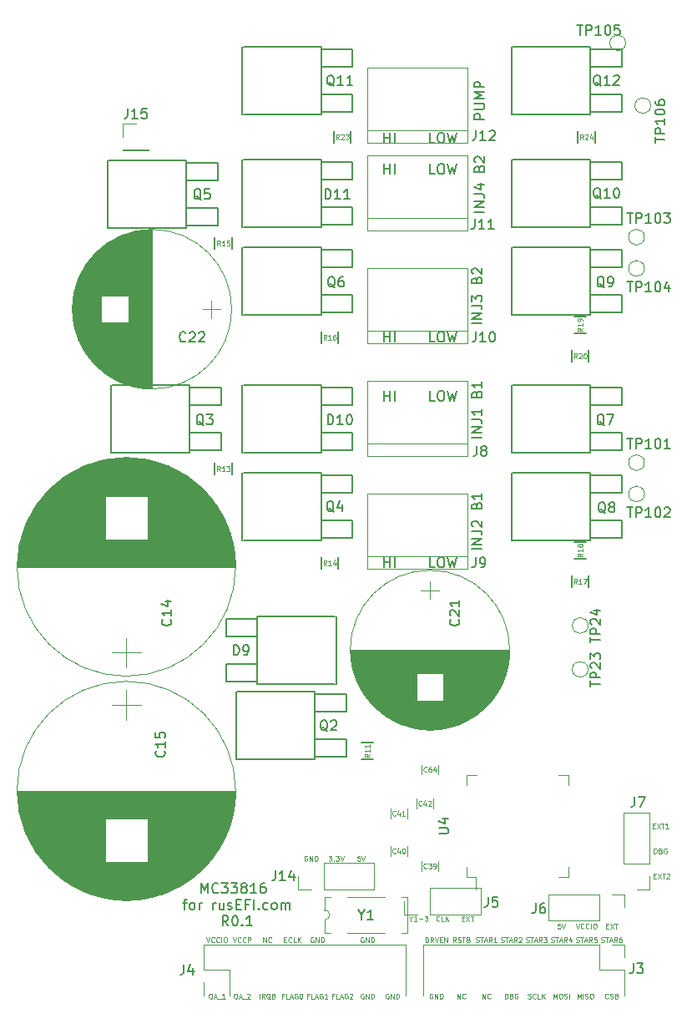
<source format=gto>
G04 #@! TF.FileFunction,Legend,Top*
%FSLAX46Y46*%
G04 Gerber Fmt 4.6, Leading zero omitted, Abs format (unit mm)*
G04 Created by KiCad (PCBNEW 4.0.7) date 05/06/19 05:29:45*
%MOMM*%
%LPD*%
G01*
G04 APERTURE LIST*
%ADD10C,0.100000*%
%ADD11C,0.127000*%
%ADD12C,0.101600*%
%ADD13C,0.120000*%
%ADD14C,0.150000*%
G04 APERTURE END LIST*
D10*
D11*
X118521239Y-146763619D02*
X118521239Y-145747619D01*
X118859905Y-146473333D01*
X119198572Y-145747619D01*
X119198572Y-146763619D01*
X120262953Y-146666857D02*
X120214572Y-146715238D01*
X120069429Y-146763619D01*
X119972667Y-146763619D01*
X119827525Y-146715238D01*
X119730763Y-146618476D01*
X119682382Y-146521714D01*
X119634001Y-146328190D01*
X119634001Y-146183048D01*
X119682382Y-145989524D01*
X119730763Y-145892762D01*
X119827525Y-145796000D01*
X119972667Y-145747619D01*
X120069429Y-145747619D01*
X120214572Y-145796000D01*
X120262953Y-145844381D01*
X120601620Y-145747619D02*
X121230572Y-145747619D01*
X120891906Y-146134667D01*
X121037048Y-146134667D01*
X121133810Y-146183048D01*
X121182191Y-146231429D01*
X121230572Y-146328190D01*
X121230572Y-146570095D01*
X121182191Y-146666857D01*
X121133810Y-146715238D01*
X121037048Y-146763619D01*
X120746763Y-146763619D01*
X120650001Y-146715238D01*
X120601620Y-146666857D01*
X121569239Y-145747619D02*
X122198191Y-145747619D01*
X121859525Y-146134667D01*
X122004667Y-146134667D01*
X122101429Y-146183048D01*
X122149810Y-146231429D01*
X122198191Y-146328190D01*
X122198191Y-146570095D01*
X122149810Y-146666857D01*
X122101429Y-146715238D01*
X122004667Y-146763619D01*
X121714382Y-146763619D01*
X121617620Y-146715238D01*
X121569239Y-146666857D01*
X122778763Y-146183048D02*
X122682001Y-146134667D01*
X122633620Y-146086286D01*
X122585239Y-145989524D01*
X122585239Y-145941143D01*
X122633620Y-145844381D01*
X122682001Y-145796000D01*
X122778763Y-145747619D01*
X122972286Y-145747619D01*
X123069048Y-145796000D01*
X123117429Y-145844381D01*
X123165810Y-145941143D01*
X123165810Y-145989524D01*
X123117429Y-146086286D01*
X123069048Y-146134667D01*
X122972286Y-146183048D01*
X122778763Y-146183048D01*
X122682001Y-146231429D01*
X122633620Y-146279810D01*
X122585239Y-146376571D01*
X122585239Y-146570095D01*
X122633620Y-146666857D01*
X122682001Y-146715238D01*
X122778763Y-146763619D01*
X122972286Y-146763619D01*
X123069048Y-146715238D01*
X123117429Y-146666857D01*
X123165810Y-146570095D01*
X123165810Y-146376571D01*
X123117429Y-146279810D01*
X123069048Y-146231429D01*
X122972286Y-146183048D01*
X124133429Y-146763619D02*
X123552858Y-146763619D01*
X123843144Y-146763619D02*
X123843144Y-145747619D01*
X123746382Y-145892762D01*
X123649620Y-145989524D01*
X123552858Y-146037905D01*
X125004286Y-145747619D02*
X124810763Y-145747619D01*
X124714001Y-145796000D01*
X124665620Y-145844381D01*
X124568858Y-145989524D01*
X124520477Y-146183048D01*
X124520477Y-146570095D01*
X124568858Y-146666857D01*
X124617239Y-146715238D01*
X124714001Y-146763619D01*
X124907524Y-146763619D01*
X125004286Y-146715238D01*
X125052667Y-146666857D01*
X125101048Y-146570095D01*
X125101048Y-146328190D01*
X125052667Y-146231429D01*
X125004286Y-146183048D01*
X124907524Y-146134667D01*
X124714001Y-146134667D01*
X124617239Y-146183048D01*
X124568858Y-146231429D01*
X124520477Y-146328190D01*
X116682763Y-147737286D02*
X117069811Y-147737286D01*
X116827906Y-148414619D02*
X116827906Y-147543762D01*
X116876287Y-147447000D01*
X116973049Y-147398619D01*
X117069811Y-147398619D01*
X117553620Y-148414619D02*
X117456858Y-148366238D01*
X117408477Y-148317857D01*
X117360096Y-148221095D01*
X117360096Y-147930810D01*
X117408477Y-147834048D01*
X117456858Y-147785667D01*
X117553620Y-147737286D01*
X117698762Y-147737286D01*
X117795524Y-147785667D01*
X117843905Y-147834048D01*
X117892286Y-147930810D01*
X117892286Y-148221095D01*
X117843905Y-148317857D01*
X117795524Y-148366238D01*
X117698762Y-148414619D01*
X117553620Y-148414619D01*
X118327715Y-148414619D02*
X118327715Y-147737286D01*
X118327715Y-147930810D02*
X118376096Y-147834048D01*
X118424477Y-147785667D01*
X118521239Y-147737286D01*
X118618000Y-147737286D01*
X119730762Y-148414619D02*
X119730762Y-147737286D01*
X119730762Y-147930810D02*
X119779143Y-147834048D01*
X119827524Y-147785667D01*
X119924286Y-147737286D01*
X120021047Y-147737286D01*
X120795142Y-147737286D02*
X120795142Y-148414619D01*
X120359714Y-147737286D02*
X120359714Y-148269476D01*
X120408095Y-148366238D01*
X120504857Y-148414619D01*
X120649999Y-148414619D01*
X120746761Y-148366238D01*
X120795142Y-148317857D01*
X121230571Y-148366238D02*
X121327333Y-148414619D01*
X121520857Y-148414619D01*
X121617618Y-148366238D01*
X121665999Y-148269476D01*
X121665999Y-148221095D01*
X121617618Y-148124333D01*
X121520857Y-148075952D01*
X121375714Y-148075952D01*
X121278952Y-148027571D01*
X121230571Y-147930810D01*
X121230571Y-147882429D01*
X121278952Y-147785667D01*
X121375714Y-147737286D01*
X121520857Y-147737286D01*
X121617618Y-147785667D01*
X122101428Y-147882429D02*
X122440094Y-147882429D01*
X122585237Y-148414619D02*
X122101428Y-148414619D01*
X122101428Y-147398619D01*
X122585237Y-147398619D01*
X123359332Y-147882429D02*
X123020666Y-147882429D01*
X123020666Y-148414619D02*
X123020666Y-147398619D01*
X123504475Y-147398619D01*
X123891523Y-148414619D02*
X123891523Y-147398619D01*
X124375333Y-148317857D02*
X124423714Y-148366238D01*
X124375333Y-148414619D01*
X124326952Y-148366238D01*
X124375333Y-148317857D01*
X124375333Y-148414619D01*
X125294571Y-148366238D02*
X125197809Y-148414619D01*
X125004286Y-148414619D01*
X124907524Y-148366238D01*
X124859143Y-148317857D01*
X124810762Y-148221095D01*
X124810762Y-147930810D01*
X124859143Y-147834048D01*
X124907524Y-147785667D01*
X125004286Y-147737286D01*
X125197809Y-147737286D01*
X125294571Y-147785667D01*
X125875143Y-148414619D02*
X125778381Y-148366238D01*
X125730000Y-148317857D01*
X125681619Y-148221095D01*
X125681619Y-147930810D01*
X125730000Y-147834048D01*
X125778381Y-147785667D01*
X125875143Y-147737286D01*
X126020285Y-147737286D01*
X126117047Y-147785667D01*
X126165428Y-147834048D01*
X126213809Y-147930810D01*
X126213809Y-148221095D01*
X126165428Y-148317857D01*
X126117047Y-148366238D01*
X126020285Y-148414619D01*
X125875143Y-148414619D01*
X126649238Y-148414619D02*
X126649238Y-147737286D01*
X126649238Y-147834048D02*
X126697619Y-147785667D01*
X126794381Y-147737286D01*
X126939523Y-147737286D01*
X127036285Y-147785667D01*
X127084666Y-147882429D01*
X127084666Y-148414619D01*
X127084666Y-147882429D02*
X127133047Y-147785667D01*
X127229809Y-147737286D01*
X127374952Y-147737286D01*
X127471714Y-147785667D01*
X127520095Y-147882429D01*
X127520095Y-148414619D01*
X121278952Y-150065619D02*
X120940286Y-149581810D01*
X120698381Y-150065619D02*
X120698381Y-149049619D01*
X121085428Y-149049619D01*
X121182190Y-149098000D01*
X121230571Y-149146381D01*
X121278952Y-149243143D01*
X121278952Y-149388286D01*
X121230571Y-149485048D01*
X121182190Y-149533429D01*
X121085428Y-149581810D01*
X120698381Y-149581810D01*
X121907905Y-149049619D02*
X122004666Y-149049619D01*
X122101428Y-149098000D01*
X122149809Y-149146381D01*
X122198190Y-149243143D01*
X122246571Y-149436667D01*
X122246571Y-149678571D01*
X122198190Y-149872095D01*
X122149809Y-149968857D01*
X122101428Y-150017238D01*
X122004666Y-150065619D01*
X121907905Y-150065619D01*
X121811143Y-150017238D01*
X121762762Y-149968857D01*
X121714381Y-149872095D01*
X121666000Y-149678571D01*
X121666000Y-149436667D01*
X121714381Y-149243143D01*
X121762762Y-149146381D01*
X121811143Y-149098000D01*
X121907905Y-149049619D01*
X122682000Y-149968857D02*
X122730381Y-150017238D01*
X122682000Y-150065619D01*
X122633619Y-150017238D01*
X122682000Y-149968857D01*
X122682000Y-150065619D01*
X123698000Y-150065619D02*
X123117429Y-150065619D01*
X123407715Y-150065619D02*
X123407715Y-149049619D01*
X123310953Y-149194762D01*
X123214191Y-149291524D01*
X123117429Y-149339905D01*
D12*
X164313809Y-139917714D02*
X164483143Y-139917714D01*
X164555714Y-140183810D02*
X164313809Y-140183810D01*
X164313809Y-139675810D01*
X164555714Y-139675810D01*
X164725047Y-139675810D02*
X165063714Y-140183810D01*
X165063714Y-139675810D02*
X164725047Y-140183810D01*
X165184667Y-139675810D02*
X165474953Y-139675810D01*
X165329810Y-140183810D02*
X165329810Y-139675810D01*
X165910382Y-140183810D02*
X165620096Y-140183810D01*
X165765239Y-140183810D02*
X165765239Y-139675810D01*
X165716858Y-139748381D01*
X165668477Y-139796762D01*
X165620096Y-139820952D01*
X164458952Y-142723810D02*
X164458952Y-142215810D01*
X164579905Y-142215810D01*
X164652476Y-142240000D01*
X164700857Y-142288381D01*
X164725048Y-142336762D01*
X164749238Y-142433524D01*
X164749238Y-142506095D01*
X164725048Y-142602857D01*
X164700857Y-142651238D01*
X164652476Y-142699619D01*
X164579905Y-142723810D01*
X164458952Y-142723810D01*
X165136286Y-142457714D02*
X165208857Y-142481905D01*
X165233048Y-142506095D01*
X165257238Y-142554476D01*
X165257238Y-142627048D01*
X165233048Y-142675429D01*
X165208857Y-142699619D01*
X165160476Y-142723810D01*
X164966952Y-142723810D01*
X164966952Y-142215810D01*
X165136286Y-142215810D01*
X165184667Y-142240000D01*
X165208857Y-142264190D01*
X165233048Y-142312571D01*
X165233048Y-142360952D01*
X165208857Y-142409333D01*
X165184667Y-142433524D01*
X165136286Y-142457714D01*
X164966952Y-142457714D01*
X165741048Y-142240000D02*
X165692667Y-142215810D01*
X165620095Y-142215810D01*
X165547524Y-142240000D01*
X165499143Y-142288381D01*
X165474952Y-142336762D01*
X165450762Y-142433524D01*
X165450762Y-142506095D01*
X165474952Y-142602857D01*
X165499143Y-142651238D01*
X165547524Y-142699619D01*
X165620095Y-142723810D01*
X165668476Y-142723810D01*
X165741048Y-142699619D01*
X165765238Y-142675429D01*
X165765238Y-142506095D01*
X165668476Y-142506095D01*
X164440809Y-144997714D02*
X164610143Y-144997714D01*
X164682714Y-145263810D02*
X164440809Y-145263810D01*
X164440809Y-144755810D01*
X164682714Y-144755810D01*
X164852047Y-144755810D02*
X165190714Y-145263810D01*
X165190714Y-144755810D02*
X164852047Y-145263810D01*
X165311667Y-144755810D02*
X165601953Y-144755810D01*
X165456810Y-145263810D02*
X165456810Y-144755810D01*
X165747096Y-144804190D02*
X165771286Y-144780000D01*
X165819667Y-144755810D01*
X165940620Y-144755810D01*
X165989001Y-144780000D01*
X166013191Y-144804190D01*
X166037382Y-144852571D01*
X166037382Y-144900952D01*
X166013191Y-144973524D01*
X165722905Y-145263810D01*
X166037382Y-145263810D01*
X159602714Y-150077714D02*
X159772048Y-150077714D01*
X159844619Y-150343810D02*
X159602714Y-150343810D01*
X159602714Y-149835810D01*
X159844619Y-149835810D01*
X160013952Y-149835810D02*
X160352619Y-150343810D01*
X160352619Y-149835810D02*
X160013952Y-150343810D01*
X160473572Y-149835810D02*
X160763858Y-149835810D01*
X160618715Y-150343810D02*
X160618715Y-149835810D01*
X156542619Y-149835810D02*
X156711952Y-150343810D01*
X156881286Y-149835810D01*
X157340905Y-150295429D02*
X157316715Y-150319619D01*
X157244143Y-150343810D01*
X157195762Y-150343810D01*
X157123191Y-150319619D01*
X157074810Y-150271238D01*
X157050619Y-150222857D01*
X157026429Y-150126095D01*
X157026429Y-150053524D01*
X157050619Y-149956762D01*
X157074810Y-149908381D01*
X157123191Y-149860000D01*
X157195762Y-149835810D01*
X157244143Y-149835810D01*
X157316715Y-149860000D01*
X157340905Y-149884190D01*
X157848905Y-150295429D02*
X157824715Y-150319619D01*
X157752143Y-150343810D01*
X157703762Y-150343810D01*
X157631191Y-150319619D01*
X157582810Y-150271238D01*
X157558619Y-150222857D01*
X157534429Y-150126095D01*
X157534429Y-150053524D01*
X157558619Y-149956762D01*
X157582810Y-149908381D01*
X157631191Y-149860000D01*
X157703762Y-149835810D01*
X157752143Y-149835810D01*
X157824715Y-149860000D01*
X157848905Y-149884190D01*
X158066619Y-150343810D02*
X158066619Y-149835810D01*
X158405286Y-149835810D02*
X158502048Y-149835810D01*
X158550429Y-149860000D01*
X158598810Y-149908381D01*
X158623001Y-150005143D01*
X158623001Y-150174476D01*
X158598810Y-150271238D01*
X158550429Y-150319619D01*
X158502048Y-150343810D01*
X158405286Y-150343810D01*
X158356905Y-150319619D01*
X158308524Y-150271238D01*
X158284334Y-150174476D01*
X158284334Y-150005143D01*
X158308524Y-149908381D01*
X158356905Y-149860000D01*
X158405286Y-149835810D01*
X154970238Y-149835810D02*
X154728333Y-149835810D01*
X154704143Y-150077714D01*
X154728333Y-150053524D01*
X154776714Y-150029333D01*
X154897667Y-150029333D01*
X154946048Y-150053524D01*
X154970238Y-150077714D01*
X154994429Y-150126095D01*
X154994429Y-150247048D01*
X154970238Y-150295429D01*
X154946048Y-150319619D01*
X154897667Y-150343810D01*
X154776714Y-150343810D01*
X154728333Y-150319619D01*
X154704143Y-150295429D01*
X155139572Y-149835810D02*
X155308905Y-150343810D01*
X155478239Y-149835810D01*
X129279953Y-143002000D02*
X129231572Y-142977810D01*
X129159000Y-142977810D01*
X129086429Y-143002000D01*
X129038048Y-143050381D01*
X129013857Y-143098762D01*
X128989667Y-143195524D01*
X128989667Y-143268095D01*
X129013857Y-143364857D01*
X129038048Y-143413238D01*
X129086429Y-143461619D01*
X129159000Y-143485810D01*
X129207381Y-143485810D01*
X129279953Y-143461619D01*
X129304143Y-143437429D01*
X129304143Y-143268095D01*
X129207381Y-143268095D01*
X129521857Y-143485810D02*
X129521857Y-142977810D01*
X129812143Y-143485810D01*
X129812143Y-142977810D01*
X130054047Y-143485810D02*
X130054047Y-142977810D01*
X130175000Y-142977810D01*
X130247571Y-143002000D01*
X130295952Y-143050381D01*
X130320143Y-143098762D01*
X130344333Y-143195524D01*
X130344333Y-143268095D01*
X130320143Y-143364857D01*
X130295952Y-143413238D01*
X130247571Y-143461619D01*
X130175000Y-143485810D01*
X130054047Y-143485810D01*
X131457094Y-142977810D02*
X131771571Y-142977810D01*
X131602237Y-143171333D01*
X131674809Y-143171333D01*
X131723190Y-143195524D01*
X131747380Y-143219714D01*
X131771571Y-143268095D01*
X131771571Y-143389048D01*
X131747380Y-143437429D01*
X131723190Y-143461619D01*
X131674809Y-143485810D01*
X131529666Y-143485810D01*
X131481285Y-143461619D01*
X131457094Y-143437429D01*
X131989285Y-143437429D02*
X132013476Y-143461619D01*
X131989285Y-143485810D01*
X131965095Y-143461619D01*
X131989285Y-143437429D01*
X131989285Y-143485810D01*
X132182809Y-142977810D02*
X132497286Y-142977810D01*
X132327952Y-143171333D01*
X132400524Y-143171333D01*
X132448905Y-143195524D01*
X132473095Y-143219714D01*
X132497286Y-143268095D01*
X132497286Y-143389048D01*
X132473095Y-143437429D01*
X132448905Y-143461619D01*
X132400524Y-143485810D01*
X132255381Y-143485810D01*
X132207000Y-143461619D01*
X132182809Y-143437429D01*
X132642429Y-142977810D02*
X132811762Y-143485810D01*
X132981096Y-142977810D01*
X134650238Y-142977810D02*
X134408333Y-142977810D01*
X134384143Y-143219714D01*
X134408333Y-143195524D01*
X134456714Y-143171333D01*
X134577667Y-143171333D01*
X134626048Y-143195524D01*
X134650238Y-143219714D01*
X134674429Y-143268095D01*
X134674429Y-143389048D01*
X134650238Y-143437429D01*
X134626048Y-143461619D01*
X134577667Y-143485810D01*
X134456714Y-143485810D01*
X134408333Y-143461619D01*
X134384143Y-143437429D01*
X134819572Y-142977810D02*
X134988905Y-143485810D01*
X135158239Y-142977810D01*
X144997714Y-149315714D02*
X145167048Y-149315714D01*
X145239619Y-149581810D02*
X144997714Y-149581810D01*
X144997714Y-149073810D01*
X145239619Y-149073810D01*
X145408952Y-149073810D02*
X145747619Y-149581810D01*
X145747619Y-149073810D02*
X145408952Y-149581810D01*
X145868572Y-149073810D02*
X146158858Y-149073810D01*
X146013715Y-149581810D02*
X146013715Y-149073810D01*
X142699619Y-149533429D02*
X142675429Y-149557619D01*
X142602857Y-149581810D01*
X142554476Y-149581810D01*
X142481905Y-149557619D01*
X142433524Y-149509238D01*
X142409333Y-149460857D01*
X142385143Y-149364095D01*
X142385143Y-149291524D01*
X142409333Y-149194762D01*
X142433524Y-149146381D01*
X142481905Y-149098000D01*
X142554476Y-149073810D01*
X142602857Y-149073810D01*
X142675429Y-149098000D01*
X142699619Y-149122190D01*
X143159238Y-149581810D02*
X142917333Y-149581810D01*
X142917333Y-149073810D01*
X143328571Y-149581810D02*
X143328571Y-149073810D01*
X143618857Y-149581810D02*
X143401143Y-149291524D01*
X143618857Y-149073810D02*
X143328571Y-149364095D01*
X139790714Y-149339905D02*
X139790714Y-149581810D01*
X139621381Y-149073810D02*
X139790714Y-149339905D01*
X139960048Y-149073810D01*
X140395477Y-149581810D02*
X140105191Y-149581810D01*
X140250334Y-149581810D02*
X140250334Y-149073810D01*
X140201953Y-149146381D01*
X140153572Y-149194762D01*
X140105191Y-149218952D01*
X140613191Y-149388286D02*
X141000239Y-149388286D01*
X141193762Y-149073810D02*
X141508239Y-149073810D01*
X141338905Y-149267333D01*
X141411477Y-149267333D01*
X141459858Y-149291524D01*
X141484048Y-149315714D01*
X141508239Y-149364095D01*
X141508239Y-149485048D01*
X141484048Y-149533429D01*
X141459858Y-149557619D01*
X141411477Y-149581810D01*
X141266334Y-149581810D01*
X141217953Y-149557619D01*
X141193762Y-149533429D01*
D11*
X147017619Y-111874904D02*
X146001619Y-111874904D01*
X147017619Y-111391094D02*
X146001619Y-111391094D01*
X147017619Y-110810523D01*
X146001619Y-110810523D01*
X146001619Y-110036428D02*
X146727333Y-110036428D01*
X146872476Y-110084808D01*
X146969238Y-110181570D01*
X147017619Y-110326713D01*
X147017619Y-110423475D01*
X146098381Y-109600999D02*
X146050000Y-109552618D01*
X146001619Y-109455856D01*
X146001619Y-109213952D01*
X146050000Y-109117190D01*
X146098381Y-109068809D01*
X146195143Y-109020428D01*
X146291905Y-109020428D01*
X146437048Y-109068809D01*
X147017619Y-109649380D01*
X147017619Y-109020428D01*
X146485429Y-107472238D02*
X146533810Y-107327095D01*
X146582190Y-107278714D01*
X146678952Y-107230333D01*
X146824095Y-107230333D01*
X146920857Y-107278714D01*
X146969238Y-107327095D01*
X147017619Y-107423857D01*
X147017619Y-107810904D01*
X146001619Y-107810904D01*
X146001619Y-107472238D01*
X146050000Y-107375476D01*
X146098381Y-107327095D01*
X146195143Y-107278714D01*
X146291905Y-107278714D01*
X146388667Y-107327095D01*
X146437048Y-107375476D01*
X146485429Y-107472238D01*
X146485429Y-107810904D01*
X147017619Y-106262714D02*
X147017619Y-106843285D01*
X147017619Y-106552999D02*
X146001619Y-106552999D01*
X146146762Y-106649761D01*
X146243524Y-106746523D01*
X146291905Y-106843285D01*
X147017619Y-100571904D02*
X146001619Y-100571904D01*
X147017619Y-100088094D02*
X146001619Y-100088094D01*
X147017619Y-99507523D01*
X146001619Y-99507523D01*
X146001619Y-98733428D02*
X146727333Y-98733428D01*
X146872476Y-98781808D01*
X146969238Y-98878570D01*
X147017619Y-99023713D01*
X147017619Y-99120475D01*
X147017619Y-97717428D02*
X147017619Y-98297999D01*
X147017619Y-98007713D02*
X146001619Y-98007713D01*
X146146762Y-98104475D01*
X146243524Y-98201237D01*
X146291905Y-98297999D01*
X146485429Y-96169238D02*
X146533810Y-96024095D01*
X146582190Y-95975714D01*
X146678952Y-95927333D01*
X146824095Y-95927333D01*
X146920857Y-95975714D01*
X146969238Y-96024095D01*
X147017619Y-96120857D01*
X147017619Y-96507904D01*
X146001619Y-96507904D01*
X146001619Y-96169238D01*
X146050000Y-96072476D01*
X146098381Y-96024095D01*
X146195143Y-95975714D01*
X146291905Y-95975714D01*
X146388667Y-96024095D01*
X146437048Y-96072476D01*
X146485429Y-96169238D01*
X146485429Y-96507904D01*
X147017619Y-94959714D02*
X147017619Y-95540285D01*
X147017619Y-95249999D02*
X146001619Y-95249999D01*
X146146762Y-95346761D01*
X146243524Y-95443523D01*
X146291905Y-95540285D01*
X147017619Y-89014904D02*
X146001619Y-89014904D01*
X147017619Y-88531094D02*
X146001619Y-88531094D01*
X147017619Y-87950523D01*
X146001619Y-87950523D01*
X146001619Y-87176428D02*
X146727333Y-87176428D01*
X146872476Y-87224808D01*
X146969238Y-87321570D01*
X147017619Y-87466713D01*
X147017619Y-87563475D01*
X146001619Y-86789380D02*
X146001619Y-86160428D01*
X146388667Y-86499094D01*
X146388667Y-86353952D01*
X146437048Y-86257190D01*
X146485429Y-86208809D01*
X146582190Y-86160428D01*
X146824095Y-86160428D01*
X146920857Y-86208809D01*
X146969238Y-86257190D01*
X147017619Y-86353952D01*
X147017619Y-86644237D01*
X146969238Y-86740999D01*
X146920857Y-86789380D01*
X146485429Y-84612238D02*
X146533810Y-84467095D01*
X146582190Y-84418714D01*
X146678952Y-84370333D01*
X146824095Y-84370333D01*
X146920857Y-84418714D01*
X146969238Y-84467095D01*
X147017619Y-84563857D01*
X147017619Y-84950904D01*
X146001619Y-84950904D01*
X146001619Y-84612238D01*
X146050000Y-84515476D01*
X146098381Y-84467095D01*
X146195143Y-84418714D01*
X146291905Y-84418714D01*
X146388667Y-84467095D01*
X146437048Y-84515476D01*
X146485429Y-84612238D01*
X146485429Y-84950904D01*
X146098381Y-83983285D02*
X146050000Y-83934904D01*
X146001619Y-83838142D01*
X146001619Y-83596238D01*
X146050000Y-83499476D01*
X146098381Y-83451095D01*
X146195143Y-83402714D01*
X146291905Y-83402714D01*
X146437048Y-83451095D01*
X147017619Y-84031666D01*
X147017619Y-83402714D01*
X147271619Y-77711904D02*
X146255619Y-77711904D01*
X147271619Y-77228094D02*
X146255619Y-77228094D01*
X147271619Y-76647523D01*
X146255619Y-76647523D01*
X146255619Y-75873428D02*
X146981333Y-75873428D01*
X147126476Y-75921808D01*
X147223238Y-76018570D01*
X147271619Y-76163713D01*
X147271619Y-76260475D01*
X146594286Y-74954190D02*
X147271619Y-74954190D01*
X146207238Y-75196094D02*
X146932952Y-75437999D01*
X146932952Y-74809047D01*
X146739429Y-73309238D02*
X146787810Y-73164095D01*
X146836190Y-73115714D01*
X146932952Y-73067333D01*
X147078095Y-73067333D01*
X147174857Y-73115714D01*
X147223238Y-73164095D01*
X147271619Y-73260857D01*
X147271619Y-73647904D01*
X146255619Y-73647904D01*
X146255619Y-73309238D01*
X146304000Y-73212476D01*
X146352381Y-73164095D01*
X146449143Y-73115714D01*
X146545905Y-73115714D01*
X146642667Y-73164095D01*
X146691048Y-73212476D01*
X146739429Y-73309238D01*
X146739429Y-73647904D01*
X146352381Y-72680285D02*
X146304000Y-72631904D01*
X146255619Y-72535142D01*
X146255619Y-72293238D01*
X146304000Y-72196476D01*
X146352381Y-72148095D01*
X146449143Y-72099714D01*
X146545905Y-72099714D01*
X146691048Y-72148095D01*
X147271619Y-72728666D01*
X147271619Y-72099714D01*
X147271619Y-68307857D02*
X146255619Y-68307857D01*
X146255619Y-67920810D01*
X146304000Y-67824048D01*
X146352381Y-67775667D01*
X146449143Y-67727286D01*
X146594286Y-67727286D01*
X146691048Y-67775667D01*
X146739429Y-67824048D01*
X146787810Y-67920810D01*
X146787810Y-68307857D01*
X146255619Y-67291857D02*
X147078095Y-67291857D01*
X147174857Y-67243476D01*
X147223238Y-67195095D01*
X147271619Y-67098333D01*
X147271619Y-66904810D01*
X147223238Y-66808048D01*
X147174857Y-66759667D01*
X147078095Y-66711286D01*
X146255619Y-66711286D01*
X147271619Y-66227476D02*
X146255619Y-66227476D01*
X146981333Y-65888810D01*
X146255619Y-65550143D01*
X147271619Y-65550143D01*
X147271619Y-65066333D02*
X146255619Y-65066333D01*
X146255619Y-64679286D01*
X146304000Y-64582524D01*
X146352381Y-64534143D01*
X146449143Y-64485762D01*
X146594286Y-64485762D01*
X146691048Y-64534143D01*
X146739429Y-64582524D01*
X146787810Y-64679286D01*
X146787810Y-65066333D01*
X137111620Y-70690619D02*
X137111620Y-69674619D01*
X137111620Y-70158429D02*
X137692191Y-70158429D01*
X137692191Y-70690619D02*
X137692191Y-69674619D01*
X138176001Y-70690619D02*
X138176001Y-69674619D01*
X142240000Y-70690619D02*
X141756191Y-70690619D01*
X141756191Y-69674619D01*
X142772191Y-69674619D02*
X142965714Y-69674619D01*
X143062476Y-69723000D01*
X143159238Y-69819762D01*
X143207619Y-70013286D01*
X143207619Y-70351952D01*
X143159238Y-70545476D01*
X143062476Y-70642238D01*
X142965714Y-70690619D01*
X142772191Y-70690619D01*
X142675429Y-70642238D01*
X142578667Y-70545476D01*
X142530286Y-70351952D01*
X142530286Y-70013286D01*
X142578667Y-69819762D01*
X142675429Y-69723000D01*
X142772191Y-69674619D01*
X143546286Y-69674619D02*
X143788191Y-70690619D01*
X143981714Y-69964905D01*
X144175238Y-70690619D01*
X144417143Y-69674619D01*
X137111620Y-73865619D02*
X137111620Y-72849619D01*
X137111620Y-73333429D02*
X137692191Y-73333429D01*
X137692191Y-73865619D02*
X137692191Y-72849619D01*
X138176001Y-73865619D02*
X138176001Y-72849619D01*
X142240000Y-73865619D02*
X141756191Y-73865619D01*
X141756191Y-72849619D01*
X142772191Y-72849619D02*
X142965714Y-72849619D01*
X143062476Y-72898000D01*
X143159238Y-72994762D01*
X143207619Y-73188286D01*
X143207619Y-73526952D01*
X143159238Y-73720476D01*
X143062476Y-73817238D01*
X142965714Y-73865619D01*
X142772191Y-73865619D01*
X142675429Y-73817238D01*
X142578667Y-73720476D01*
X142530286Y-73526952D01*
X142530286Y-73188286D01*
X142578667Y-72994762D01*
X142675429Y-72898000D01*
X142772191Y-72849619D01*
X143546286Y-72849619D02*
X143788191Y-73865619D01*
X143981714Y-73139905D01*
X144175238Y-73865619D01*
X144417143Y-72849619D01*
X137111620Y-90883619D02*
X137111620Y-89867619D01*
X137111620Y-90351429D02*
X137692191Y-90351429D01*
X137692191Y-90883619D02*
X137692191Y-89867619D01*
X138176001Y-90883619D02*
X138176001Y-89867619D01*
X142240000Y-90883619D02*
X141756191Y-90883619D01*
X141756191Y-89867619D01*
X142772191Y-89867619D02*
X142965714Y-89867619D01*
X143062476Y-89916000D01*
X143159238Y-90012762D01*
X143207619Y-90206286D01*
X143207619Y-90544952D01*
X143159238Y-90738476D01*
X143062476Y-90835238D01*
X142965714Y-90883619D01*
X142772191Y-90883619D01*
X142675429Y-90835238D01*
X142578667Y-90738476D01*
X142530286Y-90544952D01*
X142530286Y-90206286D01*
X142578667Y-90012762D01*
X142675429Y-89916000D01*
X142772191Y-89867619D01*
X143546286Y-89867619D02*
X143788191Y-90883619D01*
X143981714Y-90157905D01*
X144175238Y-90883619D01*
X144417143Y-89867619D01*
X137111620Y-96852619D02*
X137111620Y-95836619D01*
X137111620Y-96320429D02*
X137692191Y-96320429D01*
X137692191Y-96852619D02*
X137692191Y-95836619D01*
X138176001Y-96852619D02*
X138176001Y-95836619D01*
X142240000Y-96852619D02*
X141756191Y-96852619D01*
X141756191Y-95836619D01*
X142772191Y-95836619D02*
X142965714Y-95836619D01*
X143062476Y-95885000D01*
X143159238Y-95981762D01*
X143207619Y-96175286D01*
X143207619Y-96513952D01*
X143159238Y-96707476D01*
X143062476Y-96804238D01*
X142965714Y-96852619D01*
X142772191Y-96852619D01*
X142675429Y-96804238D01*
X142578667Y-96707476D01*
X142530286Y-96513952D01*
X142530286Y-96175286D01*
X142578667Y-95981762D01*
X142675429Y-95885000D01*
X142772191Y-95836619D01*
X143546286Y-95836619D02*
X143788191Y-96852619D01*
X143981714Y-96126905D01*
X144175238Y-96852619D01*
X144417143Y-95836619D01*
X137111620Y-113743619D02*
X137111620Y-112727619D01*
X137111620Y-113211429D02*
X137692191Y-113211429D01*
X137692191Y-113743619D02*
X137692191Y-112727619D01*
X138176001Y-113743619D02*
X138176001Y-112727619D01*
X142240000Y-113743619D02*
X141756191Y-113743619D01*
X141756191Y-112727619D01*
X142772191Y-112727619D02*
X142965714Y-112727619D01*
X143062476Y-112776000D01*
X143159238Y-112872762D01*
X143207619Y-113066286D01*
X143207619Y-113404952D01*
X143159238Y-113598476D01*
X143062476Y-113695238D01*
X142965714Y-113743619D01*
X142772191Y-113743619D01*
X142675429Y-113695238D01*
X142578667Y-113598476D01*
X142530286Y-113404952D01*
X142530286Y-113066286D01*
X142578667Y-112872762D01*
X142675429Y-112776000D01*
X142772191Y-112727619D01*
X143546286Y-112727619D02*
X143788191Y-113743619D01*
X143981714Y-113017905D01*
X144175238Y-113743619D01*
X144417143Y-112727619D01*
D12*
X141979953Y-156972000D02*
X141931572Y-156947810D01*
X141859000Y-156947810D01*
X141786429Y-156972000D01*
X141738048Y-157020381D01*
X141713857Y-157068762D01*
X141689667Y-157165524D01*
X141689667Y-157238095D01*
X141713857Y-157334857D01*
X141738048Y-157383238D01*
X141786429Y-157431619D01*
X141859000Y-157455810D01*
X141907381Y-157455810D01*
X141979953Y-157431619D01*
X142004143Y-157407429D01*
X142004143Y-157238095D01*
X141907381Y-157238095D01*
X142221857Y-157455810D02*
X142221857Y-156947810D01*
X142512143Y-157455810D01*
X142512143Y-156947810D01*
X142754047Y-157455810D02*
X142754047Y-156947810D01*
X142875000Y-156947810D01*
X142947571Y-156972000D01*
X142995952Y-157020381D01*
X143020143Y-157068762D01*
X143044333Y-157165524D01*
X143044333Y-157238095D01*
X143020143Y-157334857D01*
X142995952Y-157383238D01*
X142947571Y-157431619D01*
X142875000Y-157455810D01*
X142754047Y-157455810D01*
X144507857Y-157455810D02*
X144507857Y-156947810D01*
X144798143Y-157455810D01*
X144798143Y-156947810D01*
X145330333Y-157407429D02*
X145306143Y-157431619D01*
X145233571Y-157455810D01*
X145185190Y-157455810D01*
X145112619Y-157431619D01*
X145064238Y-157383238D01*
X145040047Y-157334857D01*
X145015857Y-157238095D01*
X145015857Y-157165524D01*
X145040047Y-157068762D01*
X145064238Y-157020381D01*
X145112619Y-156972000D01*
X145185190Y-156947810D01*
X145233571Y-156947810D01*
X145306143Y-156972000D01*
X145330333Y-156996190D01*
X147047857Y-157455810D02*
X147047857Y-156947810D01*
X147338143Y-157455810D01*
X147338143Y-156947810D01*
X147870333Y-157407429D02*
X147846143Y-157431619D01*
X147773571Y-157455810D01*
X147725190Y-157455810D01*
X147652619Y-157431619D01*
X147604238Y-157383238D01*
X147580047Y-157334857D01*
X147555857Y-157238095D01*
X147555857Y-157165524D01*
X147580047Y-157068762D01*
X147604238Y-157020381D01*
X147652619Y-156972000D01*
X147725190Y-156947810D01*
X147773571Y-156947810D01*
X147846143Y-156972000D01*
X147870333Y-156996190D01*
X149345952Y-157455810D02*
X149345952Y-156947810D01*
X149466905Y-156947810D01*
X149539476Y-156972000D01*
X149587857Y-157020381D01*
X149612048Y-157068762D01*
X149636238Y-157165524D01*
X149636238Y-157238095D01*
X149612048Y-157334857D01*
X149587857Y-157383238D01*
X149539476Y-157431619D01*
X149466905Y-157455810D01*
X149345952Y-157455810D01*
X150023286Y-157189714D02*
X150095857Y-157213905D01*
X150120048Y-157238095D01*
X150144238Y-157286476D01*
X150144238Y-157359048D01*
X150120048Y-157407429D01*
X150095857Y-157431619D01*
X150047476Y-157455810D01*
X149853952Y-157455810D01*
X149853952Y-156947810D01*
X150023286Y-156947810D01*
X150071667Y-156972000D01*
X150095857Y-156996190D01*
X150120048Y-157044571D01*
X150120048Y-157092952D01*
X150095857Y-157141333D01*
X150071667Y-157165524D01*
X150023286Y-157189714D01*
X149853952Y-157189714D01*
X150628048Y-156972000D02*
X150579667Y-156947810D01*
X150507095Y-156947810D01*
X150434524Y-156972000D01*
X150386143Y-157020381D01*
X150361952Y-157068762D01*
X150337762Y-157165524D01*
X150337762Y-157238095D01*
X150361952Y-157334857D01*
X150386143Y-157383238D01*
X150434524Y-157431619D01*
X150507095Y-157455810D01*
X150555476Y-157455810D01*
X150628048Y-157431619D01*
X150652238Y-157407429D01*
X150652238Y-157238095D01*
X150555476Y-157238095D01*
X151668238Y-157431619D02*
X151740809Y-157455810D01*
X151861762Y-157455810D01*
X151910143Y-157431619D01*
X151934333Y-157407429D01*
X151958524Y-157359048D01*
X151958524Y-157310667D01*
X151934333Y-157262286D01*
X151910143Y-157238095D01*
X151861762Y-157213905D01*
X151765000Y-157189714D01*
X151716619Y-157165524D01*
X151692428Y-157141333D01*
X151668238Y-157092952D01*
X151668238Y-157044571D01*
X151692428Y-156996190D01*
X151716619Y-156972000D01*
X151765000Y-156947810D01*
X151885952Y-156947810D01*
X151958524Y-156972000D01*
X152466524Y-157407429D02*
X152442334Y-157431619D01*
X152369762Y-157455810D01*
X152321381Y-157455810D01*
X152248810Y-157431619D01*
X152200429Y-157383238D01*
X152176238Y-157334857D01*
X152152048Y-157238095D01*
X152152048Y-157165524D01*
X152176238Y-157068762D01*
X152200429Y-157020381D01*
X152248810Y-156972000D01*
X152321381Y-156947810D01*
X152369762Y-156947810D01*
X152442334Y-156972000D01*
X152466524Y-156996190D01*
X152926143Y-157455810D02*
X152684238Y-157455810D01*
X152684238Y-156947810D01*
X153095476Y-157455810D02*
X153095476Y-156947810D01*
X153385762Y-157455810D02*
X153168048Y-157165524D01*
X153385762Y-156947810D02*
X153095476Y-157238095D01*
X154268714Y-157455810D02*
X154268714Y-156947810D01*
X154438048Y-157310667D01*
X154607381Y-156947810D01*
X154607381Y-157455810D01*
X154946047Y-156947810D02*
X155042809Y-156947810D01*
X155091190Y-156972000D01*
X155139571Y-157020381D01*
X155163762Y-157117143D01*
X155163762Y-157286476D01*
X155139571Y-157383238D01*
X155091190Y-157431619D01*
X155042809Y-157455810D01*
X154946047Y-157455810D01*
X154897666Y-157431619D01*
X154849285Y-157383238D01*
X154825095Y-157286476D01*
X154825095Y-157117143D01*
X154849285Y-157020381D01*
X154897666Y-156972000D01*
X154946047Y-156947810D01*
X155357285Y-157431619D02*
X155429856Y-157455810D01*
X155550809Y-157455810D01*
X155599190Y-157431619D01*
X155623380Y-157407429D01*
X155647571Y-157359048D01*
X155647571Y-157310667D01*
X155623380Y-157262286D01*
X155599190Y-157238095D01*
X155550809Y-157213905D01*
X155454047Y-157189714D01*
X155405666Y-157165524D01*
X155381475Y-157141333D01*
X155357285Y-157092952D01*
X155357285Y-157044571D01*
X155381475Y-156996190D01*
X155405666Y-156972000D01*
X155454047Y-156947810D01*
X155574999Y-156947810D01*
X155647571Y-156972000D01*
X155865285Y-157455810D02*
X155865285Y-156947810D01*
X156681714Y-157455810D02*
X156681714Y-156947810D01*
X156851048Y-157310667D01*
X157020381Y-156947810D01*
X157020381Y-157455810D01*
X157262285Y-157455810D02*
X157262285Y-156947810D01*
X157480000Y-157431619D02*
X157552571Y-157455810D01*
X157673524Y-157455810D01*
X157721905Y-157431619D01*
X157746095Y-157407429D01*
X157770286Y-157359048D01*
X157770286Y-157310667D01*
X157746095Y-157262286D01*
X157721905Y-157238095D01*
X157673524Y-157213905D01*
X157576762Y-157189714D01*
X157528381Y-157165524D01*
X157504190Y-157141333D01*
X157480000Y-157092952D01*
X157480000Y-157044571D01*
X157504190Y-156996190D01*
X157528381Y-156972000D01*
X157576762Y-156947810D01*
X157697714Y-156947810D01*
X157770286Y-156972000D01*
X158084762Y-156947810D02*
X158181524Y-156947810D01*
X158229905Y-156972000D01*
X158278286Y-157020381D01*
X158302477Y-157117143D01*
X158302477Y-157286476D01*
X158278286Y-157383238D01*
X158229905Y-157431619D01*
X158181524Y-157455810D01*
X158084762Y-157455810D01*
X158036381Y-157431619D01*
X157988000Y-157383238D01*
X157963810Y-157286476D01*
X157963810Y-157117143D01*
X157988000Y-157020381D01*
X158036381Y-156972000D01*
X158084762Y-156947810D01*
X159808333Y-157407429D02*
X159784143Y-157431619D01*
X159711571Y-157455810D01*
X159663190Y-157455810D01*
X159590619Y-157431619D01*
X159542238Y-157383238D01*
X159518047Y-157334857D01*
X159493857Y-157238095D01*
X159493857Y-157165524D01*
X159518047Y-157068762D01*
X159542238Y-157020381D01*
X159590619Y-156972000D01*
X159663190Y-156947810D01*
X159711571Y-156947810D01*
X159784143Y-156972000D01*
X159808333Y-156996190D01*
X160001857Y-157431619D02*
X160074428Y-157455810D01*
X160195381Y-157455810D01*
X160243762Y-157431619D01*
X160267952Y-157407429D01*
X160292143Y-157359048D01*
X160292143Y-157310667D01*
X160267952Y-157262286D01*
X160243762Y-157238095D01*
X160195381Y-157213905D01*
X160098619Y-157189714D01*
X160050238Y-157165524D01*
X160026047Y-157141333D01*
X160001857Y-157092952D01*
X160001857Y-157044571D01*
X160026047Y-156996190D01*
X160050238Y-156972000D01*
X160098619Y-156947810D01*
X160219571Y-156947810D01*
X160292143Y-156972000D01*
X160679191Y-157189714D02*
X160751762Y-157213905D01*
X160775953Y-157238095D01*
X160800143Y-157286476D01*
X160800143Y-157359048D01*
X160775953Y-157407429D01*
X160751762Y-157431619D01*
X160703381Y-157455810D01*
X160509857Y-157455810D01*
X160509857Y-156947810D01*
X160679191Y-156947810D01*
X160727572Y-156972000D01*
X160751762Y-156996190D01*
X160775953Y-157044571D01*
X160775953Y-157092952D01*
X160751762Y-157141333D01*
X160727572Y-157165524D01*
X160679191Y-157189714D01*
X160509857Y-157189714D01*
X159094714Y-151716619D02*
X159167285Y-151740810D01*
X159288238Y-151740810D01*
X159336619Y-151716619D01*
X159360809Y-151692429D01*
X159385000Y-151644048D01*
X159385000Y-151595667D01*
X159360809Y-151547286D01*
X159336619Y-151523095D01*
X159288238Y-151498905D01*
X159191476Y-151474714D01*
X159143095Y-151450524D01*
X159118904Y-151426333D01*
X159094714Y-151377952D01*
X159094714Y-151329571D01*
X159118904Y-151281190D01*
X159143095Y-151257000D01*
X159191476Y-151232810D01*
X159312428Y-151232810D01*
X159385000Y-151257000D01*
X159530143Y-151232810D02*
X159820429Y-151232810D01*
X159675286Y-151740810D02*
X159675286Y-151232810D01*
X159965572Y-151595667D02*
X160207477Y-151595667D01*
X159917191Y-151740810D02*
X160086524Y-151232810D01*
X160255858Y-151740810D01*
X160715477Y-151740810D02*
X160546144Y-151498905D01*
X160425191Y-151740810D02*
X160425191Y-151232810D01*
X160618715Y-151232810D01*
X160667096Y-151257000D01*
X160691287Y-151281190D01*
X160715477Y-151329571D01*
X160715477Y-151402143D01*
X160691287Y-151450524D01*
X160667096Y-151474714D01*
X160618715Y-151498905D01*
X160425191Y-151498905D01*
X161150906Y-151232810D02*
X161054144Y-151232810D01*
X161005763Y-151257000D01*
X160981572Y-151281190D01*
X160933191Y-151353762D01*
X160909001Y-151450524D01*
X160909001Y-151644048D01*
X160933191Y-151692429D01*
X160957382Y-151716619D01*
X161005763Y-151740810D01*
X161102525Y-151740810D01*
X161150906Y-151716619D01*
X161175096Y-151692429D01*
X161199287Y-151644048D01*
X161199287Y-151523095D01*
X161175096Y-151474714D01*
X161150906Y-151450524D01*
X161102525Y-151426333D01*
X161005763Y-151426333D01*
X160957382Y-151450524D01*
X160933191Y-151474714D01*
X160909001Y-151523095D01*
X156554714Y-151716619D02*
X156627285Y-151740810D01*
X156748238Y-151740810D01*
X156796619Y-151716619D01*
X156820809Y-151692429D01*
X156845000Y-151644048D01*
X156845000Y-151595667D01*
X156820809Y-151547286D01*
X156796619Y-151523095D01*
X156748238Y-151498905D01*
X156651476Y-151474714D01*
X156603095Y-151450524D01*
X156578904Y-151426333D01*
X156554714Y-151377952D01*
X156554714Y-151329571D01*
X156578904Y-151281190D01*
X156603095Y-151257000D01*
X156651476Y-151232810D01*
X156772428Y-151232810D01*
X156845000Y-151257000D01*
X156990143Y-151232810D02*
X157280429Y-151232810D01*
X157135286Y-151740810D02*
X157135286Y-151232810D01*
X157425572Y-151595667D02*
X157667477Y-151595667D01*
X157377191Y-151740810D02*
X157546524Y-151232810D01*
X157715858Y-151740810D01*
X158175477Y-151740810D02*
X158006144Y-151498905D01*
X157885191Y-151740810D02*
X157885191Y-151232810D01*
X158078715Y-151232810D01*
X158127096Y-151257000D01*
X158151287Y-151281190D01*
X158175477Y-151329571D01*
X158175477Y-151402143D01*
X158151287Y-151450524D01*
X158127096Y-151474714D01*
X158078715Y-151498905D01*
X157885191Y-151498905D01*
X158635096Y-151232810D02*
X158393191Y-151232810D01*
X158369001Y-151474714D01*
X158393191Y-151450524D01*
X158441572Y-151426333D01*
X158562525Y-151426333D01*
X158610906Y-151450524D01*
X158635096Y-151474714D01*
X158659287Y-151523095D01*
X158659287Y-151644048D01*
X158635096Y-151692429D01*
X158610906Y-151716619D01*
X158562525Y-151740810D01*
X158441572Y-151740810D01*
X158393191Y-151716619D01*
X158369001Y-151692429D01*
X154014714Y-151716619D02*
X154087285Y-151740810D01*
X154208238Y-151740810D01*
X154256619Y-151716619D01*
X154280809Y-151692429D01*
X154305000Y-151644048D01*
X154305000Y-151595667D01*
X154280809Y-151547286D01*
X154256619Y-151523095D01*
X154208238Y-151498905D01*
X154111476Y-151474714D01*
X154063095Y-151450524D01*
X154038904Y-151426333D01*
X154014714Y-151377952D01*
X154014714Y-151329571D01*
X154038904Y-151281190D01*
X154063095Y-151257000D01*
X154111476Y-151232810D01*
X154232428Y-151232810D01*
X154305000Y-151257000D01*
X154450143Y-151232810D02*
X154740429Y-151232810D01*
X154595286Y-151740810D02*
X154595286Y-151232810D01*
X154885572Y-151595667D02*
X155127477Y-151595667D01*
X154837191Y-151740810D02*
X155006524Y-151232810D01*
X155175858Y-151740810D01*
X155635477Y-151740810D02*
X155466144Y-151498905D01*
X155345191Y-151740810D02*
X155345191Y-151232810D01*
X155538715Y-151232810D01*
X155587096Y-151257000D01*
X155611287Y-151281190D01*
X155635477Y-151329571D01*
X155635477Y-151402143D01*
X155611287Y-151450524D01*
X155587096Y-151474714D01*
X155538715Y-151498905D01*
X155345191Y-151498905D01*
X156070906Y-151402143D02*
X156070906Y-151740810D01*
X155949953Y-151208619D02*
X155829001Y-151571476D01*
X156143477Y-151571476D01*
X151474714Y-151716619D02*
X151547285Y-151740810D01*
X151668238Y-151740810D01*
X151716619Y-151716619D01*
X151740809Y-151692429D01*
X151765000Y-151644048D01*
X151765000Y-151595667D01*
X151740809Y-151547286D01*
X151716619Y-151523095D01*
X151668238Y-151498905D01*
X151571476Y-151474714D01*
X151523095Y-151450524D01*
X151498904Y-151426333D01*
X151474714Y-151377952D01*
X151474714Y-151329571D01*
X151498904Y-151281190D01*
X151523095Y-151257000D01*
X151571476Y-151232810D01*
X151692428Y-151232810D01*
X151765000Y-151257000D01*
X151910143Y-151232810D02*
X152200429Y-151232810D01*
X152055286Y-151740810D02*
X152055286Y-151232810D01*
X152345572Y-151595667D02*
X152587477Y-151595667D01*
X152297191Y-151740810D02*
X152466524Y-151232810D01*
X152635858Y-151740810D01*
X153095477Y-151740810D02*
X152926144Y-151498905D01*
X152805191Y-151740810D02*
X152805191Y-151232810D01*
X152998715Y-151232810D01*
X153047096Y-151257000D01*
X153071287Y-151281190D01*
X153095477Y-151329571D01*
X153095477Y-151402143D01*
X153071287Y-151450524D01*
X153047096Y-151474714D01*
X152998715Y-151498905D01*
X152805191Y-151498905D01*
X153264810Y-151232810D02*
X153579287Y-151232810D01*
X153409953Y-151426333D01*
X153482525Y-151426333D01*
X153530906Y-151450524D01*
X153555096Y-151474714D01*
X153579287Y-151523095D01*
X153579287Y-151644048D01*
X153555096Y-151692429D01*
X153530906Y-151716619D01*
X153482525Y-151740810D01*
X153337382Y-151740810D01*
X153289001Y-151716619D01*
X153264810Y-151692429D01*
X148934714Y-151716619D02*
X149007285Y-151740810D01*
X149128238Y-151740810D01*
X149176619Y-151716619D01*
X149200809Y-151692429D01*
X149225000Y-151644048D01*
X149225000Y-151595667D01*
X149200809Y-151547286D01*
X149176619Y-151523095D01*
X149128238Y-151498905D01*
X149031476Y-151474714D01*
X148983095Y-151450524D01*
X148958904Y-151426333D01*
X148934714Y-151377952D01*
X148934714Y-151329571D01*
X148958904Y-151281190D01*
X148983095Y-151257000D01*
X149031476Y-151232810D01*
X149152428Y-151232810D01*
X149225000Y-151257000D01*
X149370143Y-151232810D02*
X149660429Y-151232810D01*
X149515286Y-151740810D02*
X149515286Y-151232810D01*
X149805572Y-151595667D02*
X150047477Y-151595667D01*
X149757191Y-151740810D02*
X149926524Y-151232810D01*
X150095858Y-151740810D01*
X150555477Y-151740810D02*
X150386144Y-151498905D01*
X150265191Y-151740810D02*
X150265191Y-151232810D01*
X150458715Y-151232810D01*
X150507096Y-151257000D01*
X150531287Y-151281190D01*
X150555477Y-151329571D01*
X150555477Y-151402143D01*
X150531287Y-151450524D01*
X150507096Y-151474714D01*
X150458715Y-151498905D01*
X150265191Y-151498905D01*
X150749001Y-151281190D02*
X150773191Y-151257000D01*
X150821572Y-151232810D01*
X150942525Y-151232810D01*
X150990906Y-151257000D01*
X151015096Y-151281190D01*
X151039287Y-151329571D01*
X151039287Y-151377952D01*
X151015096Y-151450524D01*
X150724810Y-151740810D01*
X151039287Y-151740810D01*
X146394714Y-151716619D02*
X146467285Y-151740810D01*
X146588238Y-151740810D01*
X146636619Y-151716619D01*
X146660809Y-151692429D01*
X146685000Y-151644048D01*
X146685000Y-151595667D01*
X146660809Y-151547286D01*
X146636619Y-151523095D01*
X146588238Y-151498905D01*
X146491476Y-151474714D01*
X146443095Y-151450524D01*
X146418904Y-151426333D01*
X146394714Y-151377952D01*
X146394714Y-151329571D01*
X146418904Y-151281190D01*
X146443095Y-151257000D01*
X146491476Y-151232810D01*
X146612428Y-151232810D01*
X146685000Y-151257000D01*
X146830143Y-151232810D02*
X147120429Y-151232810D01*
X146975286Y-151740810D02*
X146975286Y-151232810D01*
X147265572Y-151595667D02*
X147507477Y-151595667D01*
X147217191Y-151740810D02*
X147386524Y-151232810D01*
X147555858Y-151740810D01*
X148015477Y-151740810D02*
X147846144Y-151498905D01*
X147725191Y-151740810D02*
X147725191Y-151232810D01*
X147918715Y-151232810D01*
X147967096Y-151257000D01*
X147991287Y-151281190D01*
X148015477Y-151329571D01*
X148015477Y-151402143D01*
X147991287Y-151450524D01*
X147967096Y-151474714D01*
X147918715Y-151498905D01*
X147725191Y-151498905D01*
X148499287Y-151740810D02*
X148209001Y-151740810D01*
X148354144Y-151740810D02*
X148354144Y-151232810D01*
X148305763Y-151305381D01*
X148257382Y-151353762D01*
X148209001Y-151377952D01*
X144374809Y-151740810D02*
X144205476Y-151498905D01*
X144084523Y-151740810D02*
X144084523Y-151232810D01*
X144278047Y-151232810D01*
X144326428Y-151257000D01*
X144350619Y-151281190D01*
X144374809Y-151329571D01*
X144374809Y-151402143D01*
X144350619Y-151450524D01*
X144326428Y-151474714D01*
X144278047Y-151498905D01*
X144084523Y-151498905D01*
X144568333Y-151716619D02*
X144640904Y-151740810D01*
X144761857Y-151740810D01*
X144810238Y-151716619D01*
X144834428Y-151692429D01*
X144858619Y-151644048D01*
X144858619Y-151595667D01*
X144834428Y-151547286D01*
X144810238Y-151523095D01*
X144761857Y-151498905D01*
X144665095Y-151474714D01*
X144616714Y-151450524D01*
X144592523Y-151426333D01*
X144568333Y-151377952D01*
X144568333Y-151329571D01*
X144592523Y-151281190D01*
X144616714Y-151257000D01*
X144665095Y-151232810D01*
X144786047Y-151232810D01*
X144858619Y-151257000D01*
X145003762Y-151232810D02*
X145294048Y-151232810D01*
X145148905Y-151740810D02*
X145148905Y-151232810D01*
X145632715Y-151474714D02*
X145705286Y-151498905D01*
X145729477Y-151523095D01*
X145753667Y-151571476D01*
X145753667Y-151644048D01*
X145729477Y-151692429D01*
X145705286Y-151716619D01*
X145656905Y-151740810D01*
X145463381Y-151740810D01*
X145463381Y-151232810D01*
X145632715Y-151232810D01*
X145681096Y-151257000D01*
X145705286Y-151281190D01*
X145729477Y-151329571D01*
X145729477Y-151377952D01*
X145705286Y-151426333D01*
X145681096Y-151450524D01*
X145632715Y-151474714D01*
X145463381Y-151474714D01*
X141266333Y-151740810D02*
X141266333Y-151232810D01*
X141387286Y-151232810D01*
X141459857Y-151257000D01*
X141508238Y-151305381D01*
X141532429Y-151353762D01*
X141556619Y-151450524D01*
X141556619Y-151523095D01*
X141532429Y-151619857D01*
X141508238Y-151668238D01*
X141459857Y-151716619D01*
X141387286Y-151740810D01*
X141266333Y-151740810D01*
X142064619Y-151740810D02*
X141895286Y-151498905D01*
X141774333Y-151740810D02*
X141774333Y-151232810D01*
X141967857Y-151232810D01*
X142016238Y-151257000D01*
X142040429Y-151281190D01*
X142064619Y-151329571D01*
X142064619Y-151402143D01*
X142040429Y-151450524D01*
X142016238Y-151474714D01*
X141967857Y-151498905D01*
X141774333Y-151498905D01*
X142209762Y-151232810D02*
X142379095Y-151740810D01*
X142548429Y-151232810D01*
X142717762Y-151474714D02*
X142887096Y-151474714D01*
X142959667Y-151740810D02*
X142717762Y-151740810D01*
X142717762Y-151232810D01*
X142959667Y-151232810D01*
X143177381Y-151740810D02*
X143177381Y-151232810D01*
X143467667Y-151740810D01*
X143467667Y-151232810D01*
X119440476Y-156947810D02*
X119537238Y-156947810D01*
X119585619Y-156972000D01*
X119634000Y-157020381D01*
X119658191Y-157117143D01*
X119658191Y-157286476D01*
X119634000Y-157383238D01*
X119585619Y-157431619D01*
X119537238Y-157455810D01*
X119440476Y-157455810D01*
X119392095Y-157431619D01*
X119343714Y-157383238D01*
X119319524Y-157286476D01*
X119319524Y-157117143D01*
X119343714Y-157020381D01*
X119392095Y-156972000D01*
X119440476Y-156947810D01*
X119851714Y-157310667D02*
X120093619Y-157310667D01*
X119803333Y-157455810D02*
X119972666Y-156947810D01*
X120142000Y-157455810D01*
X120190381Y-157504190D02*
X120577429Y-157504190D01*
X120964477Y-157455810D02*
X120674191Y-157455810D01*
X120819334Y-157455810D02*
X120819334Y-156947810D01*
X120770953Y-157020381D01*
X120722572Y-157068762D01*
X120674191Y-157092952D01*
X121980476Y-156947810D02*
X122077238Y-156947810D01*
X122125619Y-156972000D01*
X122174000Y-157020381D01*
X122198191Y-157117143D01*
X122198191Y-157286476D01*
X122174000Y-157383238D01*
X122125619Y-157431619D01*
X122077238Y-157455810D01*
X121980476Y-157455810D01*
X121932095Y-157431619D01*
X121883714Y-157383238D01*
X121859524Y-157286476D01*
X121859524Y-157117143D01*
X121883714Y-157020381D01*
X121932095Y-156972000D01*
X121980476Y-156947810D01*
X122391714Y-157310667D02*
X122633619Y-157310667D01*
X122343333Y-157455810D02*
X122512666Y-156947810D01*
X122682000Y-157455810D01*
X122730381Y-157504190D02*
X123117429Y-157504190D01*
X123214191Y-156996190D02*
X123238381Y-156972000D01*
X123286762Y-156947810D01*
X123407715Y-156947810D01*
X123456096Y-156972000D01*
X123480286Y-156996190D01*
X123504477Y-157044571D01*
X123504477Y-157092952D01*
X123480286Y-157165524D01*
X123190000Y-157455810D01*
X123504477Y-157455810D01*
X124447905Y-157455810D02*
X124447905Y-156947810D01*
X124980096Y-157455810D02*
X124810763Y-157213905D01*
X124689810Y-157455810D02*
X124689810Y-156947810D01*
X124883334Y-156947810D01*
X124931715Y-156972000D01*
X124955906Y-156996190D01*
X124980096Y-157044571D01*
X124980096Y-157117143D01*
X124955906Y-157165524D01*
X124931715Y-157189714D01*
X124883334Y-157213905D01*
X124689810Y-157213905D01*
X125536477Y-157504190D02*
X125488096Y-157480000D01*
X125439715Y-157431619D01*
X125367144Y-157359048D01*
X125318763Y-157334857D01*
X125270382Y-157334857D01*
X125294572Y-157455810D02*
X125246191Y-157431619D01*
X125197810Y-157383238D01*
X125173620Y-157286476D01*
X125173620Y-157117143D01*
X125197810Y-157020381D01*
X125246191Y-156972000D01*
X125294572Y-156947810D01*
X125391334Y-156947810D01*
X125439715Y-156972000D01*
X125488096Y-157020381D01*
X125512287Y-157117143D01*
X125512287Y-157286476D01*
X125488096Y-157383238D01*
X125439715Y-157431619D01*
X125391334Y-157455810D01*
X125294572Y-157455810D01*
X125899334Y-157189714D02*
X125971905Y-157213905D01*
X125996096Y-157238095D01*
X126020286Y-157286476D01*
X126020286Y-157359048D01*
X125996096Y-157407429D01*
X125971905Y-157431619D01*
X125923524Y-157455810D01*
X125730000Y-157455810D01*
X125730000Y-156947810D01*
X125899334Y-156947810D01*
X125947715Y-156972000D01*
X125971905Y-156996190D01*
X125996096Y-157044571D01*
X125996096Y-157092952D01*
X125971905Y-157141333D01*
X125947715Y-157165524D01*
X125899334Y-157189714D01*
X125730000Y-157189714D01*
X126915333Y-157189714D02*
X126745999Y-157189714D01*
X126745999Y-157455810D02*
X126745999Y-156947810D01*
X126987904Y-156947810D01*
X127423333Y-157455810D02*
X127181428Y-157455810D01*
X127181428Y-156947810D01*
X127568476Y-157310667D02*
X127810381Y-157310667D01*
X127520095Y-157455810D02*
X127689428Y-156947810D01*
X127858762Y-157455810D01*
X128294191Y-156972000D02*
X128245810Y-156947810D01*
X128173238Y-156947810D01*
X128100667Y-156972000D01*
X128052286Y-157020381D01*
X128028095Y-157068762D01*
X128003905Y-157165524D01*
X128003905Y-157238095D01*
X128028095Y-157334857D01*
X128052286Y-157383238D01*
X128100667Y-157431619D01*
X128173238Y-157455810D01*
X128221619Y-157455810D01*
X128294191Y-157431619D01*
X128318381Y-157407429D01*
X128318381Y-157238095D01*
X128221619Y-157238095D01*
X128632857Y-156947810D02*
X128681238Y-156947810D01*
X128729619Y-156972000D01*
X128753810Y-156996190D01*
X128778000Y-157044571D01*
X128802191Y-157141333D01*
X128802191Y-157262286D01*
X128778000Y-157359048D01*
X128753810Y-157407429D01*
X128729619Y-157431619D01*
X128681238Y-157455810D01*
X128632857Y-157455810D01*
X128584476Y-157431619D01*
X128560286Y-157407429D01*
X128536095Y-157359048D01*
X128511905Y-157262286D01*
X128511905Y-157141333D01*
X128536095Y-157044571D01*
X128560286Y-156996190D01*
X128584476Y-156972000D01*
X128632857Y-156947810D01*
X137534953Y-156972000D02*
X137486572Y-156947810D01*
X137414000Y-156947810D01*
X137341429Y-156972000D01*
X137293048Y-157020381D01*
X137268857Y-157068762D01*
X137244667Y-157165524D01*
X137244667Y-157238095D01*
X137268857Y-157334857D01*
X137293048Y-157383238D01*
X137341429Y-157431619D01*
X137414000Y-157455810D01*
X137462381Y-157455810D01*
X137534953Y-157431619D01*
X137559143Y-157407429D01*
X137559143Y-157238095D01*
X137462381Y-157238095D01*
X137776857Y-157455810D02*
X137776857Y-156947810D01*
X138067143Y-157455810D01*
X138067143Y-156947810D01*
X138309047Y-157455810D02*
X138309047Y-156947810D01*
X138430000Y-156947810D01*
X138502571Y-156972000D01*
X138550952Y-157020381D01*
X138575143Y-157068762D01*
X138599333Y-157165524D01*
X138599333Y-157238095D01*
X138575143Y-157334857D01*
X138550952Y-157383238D01*
X138502571Y-157431619D01*
X138430000Y-157455810D01*
X138309047Y-157455810D01*
X129455333Y-157189714D02*
X129285999Y-157189714D01*
X129285999Y-157455810D02*
X129285999Y-156947810D01*
X129527904Y-156947810D01*
X129963333Y-157455810D02*
X129721428Y-157455810D01*
X129721428Y-156947810D01*
X130108476Y-157310667D02*
X130350381Y-157310667D01*
X130060095Y-157455810D02*
X130229428Y-156947810D01*
X130398762Y-157455810D01*
X130834191Y-156972000D02*
X130785810Y-156947810D01*
X130713238Y-156947810D01*
X130640667Y-156972000D01*
X130592286Y-157020381D01*
X130568095Y-157068762D01*
X130543905Y-157165524D01*
X130543905Y-157238095D01*
X130568095Y-157334857D01*
X130592286Y-157383238D01*
X130640667Y-157431619D01*
X130713238Y-157455810D01*
X130761619Y-157455810D01*
X130834191Y-157431619D01*
X130858381Y-157407429D01*
X130858381Y-157238095D01*
X130761619Y-157238095D01*
X131342191Y-157455810D02*
X131051905Y-157455810D01*
X131197048Y-157455810D02*
X131197048Y-156947810D01*
X131148667Y-157020381D01*
X131100286Y-157068762D01*
X131051905Y-157092952D01*
X131995333Y-157189714D02*
X131825999Y-157189714D01*
X131825999Y-157455810D02*
X131825999Y-156947810D01*
X132067904Y-156947810D01*
X132503333Y-157455810D02*
X132261428Y-157455810D01*
X132261428Y-156947810D01*
X132648476Y-157310667D02*
X132890381Y-157310667D01*
X132600095Y-157455810D02*
X132769428Y-156947810D01*
X132938762Y-157455810D01*
X133374191Y-156972000D02*
X133325810Y-156947810D01*
X133253238Y-156947810D01*
X133180667Y-156972000D01*
X133132286Y-157020381D01*
X133108095Y-157068762D01*
X133083905Y-157165524D01*
X133083905Y-157238095D01*
X133108095Y-157334857D01*
X133132286Y-157383238D01*
X133180667Y-157431619D01*
X133253238Y-157455810D01*
X133301619Y-157455810D01*
X133374191Y-157431619D01*
X133398381Y-157407429D01*
X133398381Y-157238095D01*
X133301619Y-157238095D01*
X133591905Y-156996190D02*
X133616095Y-156972000D01*
X133664476Y-156947810D01*
X133785429Y-156947810D01*
X133833810Y-156972000D01*
X133858000Y-156996190D01*
X133882191Y-157044571D01*
X133882191Y-157092952D01*
X133858000Y-157165524D01*
X133567714Y-157455810D01*
X133882191Y-157455810D01*
X134994953Y-156972000D02*
X134946572Y-156947810D01*
X134874000Y-156947810D01*
X134801429Y-156972000D01*
X134753048Y-157020381D01*
X134728857Y-157068762D01*
X134704667Y-157165524D01*
X134704667Y-157238095D01*
X134728857Y-157334857D01*
X134753048Y-157383238D01*
X134801429Y-157431619D01*
X134874000Y-157455810D01*
X134922381Y-157455810D01*
X134994953Y-157431619D01*
X135019143Y-157407429D01*
X135019143Y-157238095D01*
X134922381Y-157238095D01*
X135236857Y-157455810D02*
X135236857Y-156947810D01*
X135527143Y-157455810D01*
X135527143Y-156947810D01*
X135769047Y-157455810D02*
X135769047Y-156947810D01*
X135890000Y-156947810D01*
X135962571Y-156972000D01*
X136010952Y-157020381D01*
X136035143Y-157068762D01*
X136059333Y-157165524D01*
X136059333Y-157238095D01*
X136035143Y-157334857D01*
X136010952Y-157383238D01*
X135962571Y-157431619D01*
X135890000Y-157455810D01*
X135769047Y-157455810D01*
X134994953Y-151257000D02*
X134946572Y-151232810D01*
X134874000Y-151232810D01*
X134801429Y-151257000D01*
X134753048Y-151305381D01*
X134728857Y-151353762D01*
X134704667Y-151450524D01*
X134704667Y-151523095D01*
X134728857Y-151619857D01*
X134753048Y-151668238D01*
X134801429Y-151716619D01*
X134874000Y-151740810D01*
X134922381Y-151740810D01*
X134994953Y-151716619D01*
X135019143Y-151692429D01*
X135019143Y-151523095D01*
X134922381Y-151523095D01*
X135236857Y-151740810D02*
X135236857Y-151232810D01*
X135527143Y-151740810D01*
X135527143Y-151232810D01*
X135769047Y-151740810D02*
X135769047Y-151232810D01*
X135890000Y-151232810D01*
X135962571Y-151257000D01*
X136010952Y-151305381D01*
X136035143Y-151353762D01*
X136059333Y-151450524D01*
X136059333Y-151523095D01*
X136035143Y-151619857D01*
X136010952Y-151668238D01*
X135962571Y-151716619D01*
X135890000Y-151740810D01*
X135769047Y-151740810D01*
X129914953Y-151257000D02*
X129866572Y-151232810D01*
X129794000Y-151232810D01*
X129721429Y-151257000D01*
X129673048Y-151305381D01*
X129648857Y-151353762D01*
X129624667Y-151450524D01*
X129624667Y-151523095D01*
X129648857Y-151619857D01*
X129673048Y-151668238D01*
X129721429Y-151716619D01*
X129794000Y-151740810D01*
X129842381Y-151740810D01*
X129914953Y-151716619D01*
X129939143Y-151692429D01*
X129939143Y-151523095D01*
X129842381Y-151523095D01*
X130156857Y-151740810D02*
X130156857Y-151232810D01*
X130447143Y-151740810D01*
X130447143Y-151232810D01*
X130689047Y-151740810D02*
X130689047Y-151232810D01*
X130810000Y-151232810D01*
X130882571Y-151257000D01*
X130930952Y-151305381D01*
X130955143Y-151353762D01*
X130979333Y-151450524D01*
X130979333Y-151523095D01*
X130955143Y-151619857D01*
X130930952Y-151668238D01*
X130882571Y-151716619D01*
X130810000Y-151740810D01*
X130689047Y-151740810D01*
X126939524Y-151474714D02*
X127108858Y-151474714D01*
X127181429Y-151740810D02*
X126939524Y-151740810D01*
X126939524Y-151232810D01*
X127181429Y-151232810D01*
X127689429Y-151692429D02*
X127665239Y-151716619D01*
X127592667Y-151740810D01*
X127544286Y-151740810D01*
X127471715Y-151716619D01*
X127423334Y-151668238D01*
X127399143Y-151619857D01*
X127374953Y-151523095D01*
X127374953Y-151450524D01*
X127399143Y-151353762D01*
X127423334Y-151305381D01*
X127471715Y-151257000D01*
X127544286Y-151232810D01*
X127592667Y-151232810D01*
X127665239Y-151257000D01*
X127689429Y-151281190D01*
X128149048Y-151740810D02*
X127907143Y-151740810D01*
X127907143Y-151232810D01*
X128318381Y-151740810D02*
X128318381Y-151232810D01*
X128608667Y-151740810D02*
X128390953Y-151450524D01*
X128608667Y-151232810D02*
X128318381Y-151523095D01*
X124822857Y-151740810D02*
X124822857Y-151232810D01*
X125113143Y-151740810D01*
X125113143Y-151232810D01*
X125645333Y-151692429D02*
X125621143Y-151716619D01*
X125548571Y-151740810D01*
X125500190Y-151740810D01*
X125427619Y-151716619D01*
X125379238Y-151668238D01*
X125355047Y-151619857D01*
X125330857Y-151523095D01*
X125330857Y-151450524D01*
X125355047Y-151353762D01*
X125379238Y-151305381D01*
X125427619Y-151257000D01*
X125500190Y-151232810D01*
X125548571Y-151232810D01*
X125621143Y-151257000D01*
X125645333Y-151281190D01*
X121750667Y-151232810D02*
X121920000Y-151740810D01*
X122089334Y-151232810D01*
X122548953Y-151692429D02*
X122524763Y-151716619D01*
X122452191Y-151740810D01*
X122403810Y-151740810D01*
X122331239Y-151716619D01*
X122282858Y-151668238D01*
X122258667Y-151619857D01*
X122234477Y-151523095D01*
X122234477Y-151450524D01*
X122258667Y-151353762D01*
X122282858Y-151305381D01*
X122331239Y-151257000D01*
X122403810Y-151232810D01*
X122452191Y-151232810D01*
X122524763Y-151257000D01*
X122548953Y-151281190D01*
X123056953Y-151692429D02*
X123032763Y-151716619D01*
X122960191Y-151740810D01*
X122911810Y-151740810D01*
X122839239Y-151716619D01*
X122790858Y-151668238D01*
X122766667Y-151619857D01*
X122742477Y-151523095D01*
X122742477Y-151450524D01*
X122766667Y-151353762D01*
X122790858Y-151305381D01*
X122839239Y-151257000D01*
X122911810Y-151232810D01*
X122960191Y-151232810D01*
X123032763Y-151257000D01*
X123056953Y-151281190D01*
X123274667Y-151740810D02*
X123274667Y-151232810D01*
X123468191Y-151232810D01*
X123516572Y-151257000D01*
X123540763Y-151281190D01*
X123564953Y-151329571D01*
X123564953Y-151402143D01*
X123540763Y-151450524D01*
X123516572Y-151474714D01*
X123468191Y-151498905D01*
X123274667Y-151498905D01*
X119077619Y-151232810D02*
X119246952Y-151740810D01*
X119416286Y-151232810D01*
X119875905Y-151692429D02*
X119851715Y-151716619D01*
X119779143Y-151740810D01*
X119730762Y-151740810D01*
X119658191Y-151716619D01*
X119609810Y-151668238D01*
X119585619Y-151619857D01*
X119561429Y-151523095D01*
X119561429Y-151450524D01*
X119585619Y-151353762D01*
X119609810Y-151305381D01*
X119658191Y-151257000D01*
X119730762Y-151232810D01*
X119779143Y-151232810D01*
X119851715Y-151257000D01*
X119875905Y-151281190D01*
X120383905Y-151692429D02*
X120359715Y-151716619D01*
X120287143Y-151740810D01*
X120238762Y-151740810D01*
X120166191Y-151716619D01*
X120117810Y-151668238D01*
X120093619Y-151619857D01*
X120069429Y-151523095D01*
X120069429Y-151450524D01*
X120093619Y-151353762D01*
X120117810Y-151305381D01*
X120166191Y-151257000D01*
X120238762Y-151232810D01*
X120287143Y-151232810D01*
X120359715Y-151257000D01*
X120383905Y-151281190D01*
X120601619Y-151740810D02*
X120601619Y-151232810D01*
X120940286Y-151232810D02*
X121037048Y-151232810D01*
X121085429Y-151257000D01*
X121133810Y-151305381D01*
X121158001Y-151402143D01*
X121158001Y-151571476D01*
X121133810Y-151668238D01*
X121085429Y-151716619D01*
X121037048Y-151740810D01*
X120940286Y-151740810D01*
X120891905Y-151716619D01*
X120843524Y-151668238D01*
X120819334Y-151571476D01*
X120819334Y-151402143D01*
X120843524Y-151305381D01*
X120891905Y-151257000D01*
X120940286Y-151232810D01*
D13*
X141037000Y-151959000D02*
X141037000Y-157159000D01*
X158877000Y-151959000D02*
X141037000Y-151959000D01*
X158877000Y-151959000D02*
X158877000Y-154559000D01*
X158877000Y-154559000D02*
X161477000Y-154559000D01*
X161477000Y-154559000D02*
X161477000Y-157159000D01*
X160147000Y-151959000D02*
X161477000Y-151959000D01*
X161477000Y-151959000D02*
X161477000Y-153289000D01*
X139252000Y-157159000D02*
X139252000Y-151959000D01*
X118812000Y-151959000D02*
X139252000Y-151959000D01*
X121412000Y-157159000D02*
X121412000Y-154559000D01*
X121412000Y-154559000D02*
X118812000Y-154559000D01*
X118812000Y-154559000D02*
X118812000Y-151959000D01*
X118812000Y-157159000D02*
X118812000Y-155829000D01*
X122024000Y-113682000D02*
G75*
G03X122024000Y-113682000I-11090000J0D01*
G01*
X99884000Y-113682000D02*
X121984000Y-113682000D01*
X99884000Y-113642000D02*
X121984000Y-113642000D01*
X99884000Y-113602000D02*
X121984000Y-113602000D01*
X99884000Y-113562000D02*
X121984000Y-113562000D01*
X99885000Y-113522000D02*
X121983000Y-113522000D01*
X99885000Y-113482000D02*
X121983000Y-113482000D01*
X99886000Y-113442000D02*
X121982000Y-113442000D01*
X99887000Y-113402000D02*
X121981000Y-113402000D01*
X99888000Y-113362000D02*
X121980000Y-113362000D01*
X99889000Y-113322000D02*
X121979000Y-113322000D01*
X99891000Y-113282000D02*
X121977000Y-113282000D01*
X99892000Y-113242000D02*
X121976000Y-113242000D01*
X99894000Y-113202000D02*
X121974000Y-113202000D01*
X99896000Y-113162000D02*
X121972000Y-113162000D01*
X99898000Y-113122000D02*
X121970000Y-113122000D01*
X99900000Y-113082000D02*
X121968000Y-113082000D01*
X99902000Y-113042000D02*
X121966000Y-113042000D01*
X99904000Y-113002000D02*
X121964000Y-113002000D01*
X99907000Y-112961000D02*
X121961000Y-112961000D01*
X99910000Y-112921000D02*
X121958000Y-112921000D01*
X99912000Y-112881000D02*
X121956000Y-112881000D01*
X99915000Y-112841000D02*
X121953000Y-112841000D01*
X99918000Y-112801000D02*
X121950000Y-112801000D01*
X99922000Y-112761000D02*
X121946000Y-112761000D01*
X99925000Y-112721000D02*
X121943000Y-112721000D01*
X99929000Y-112681000D02*
X121939000Y-112681000D01*
X99932000Y-112641000D02*
X121936000Y-112641000D01*
X99936000Y-112601000D02*
X121932000Y-112601000D01*
X99940000Y-112561000D02*
X121928000Y-112561000D01*
X99944000Y-112521000D02*
X121924000Y-112521000D01*
X99949000Y-112481000D02*
X121919000Y-112481000D01*
X99953000Y-112441000D02*
X121915000Y-112441000D01*
X99958000Y-112401000D02*
X121910000Y-112401000D01*
X99962000Y-112361000D02*
X121906000Y-112361000D01*
X99967000Y-112321000D02*
X121901000Y-112321000D01*
X99972000Y-112281000D02*
X121896000Y-112281000D01*
X99977000Y-112241000D02*
X121891000Y-112241000D01*
X99983000Y-112201000D02*
X121885000Y-112201000D01*
X99988000Y-112161000D02*
X121880000Y-112161000D01*
X99994000Y-112121000D02*
X121874000Y-112121000D01*
X100000000Y-112081000D02*
X121868000Y-112081000D01*
X100005000Y-112041000D02*
X121863000Y-112041000D01*
X100011000Y-112001000D02*
X121857000Y-112001000D01*
X100018000Y-111961000D02*
X121850000Y-111961000D01*
X100024000Y-111921000D02*
X121844000Y-111921000D01*
X100031000Y-111881000D02*
X121837000Y-111881000D01*
X100037000Y-111841000D02*
X121831000Y-111841000D01*
X100044000Y-111801000D02*
X121824000Y-111801000D01*
X100051000Y-111761000D02*
X121817000Y-111761000D01*
X100058000Y-111721000D02*
X121810000Y-111721000D01*
X100065000Y-111681000D02*
X121803000Y-111681000D01*
X100073000Y-111641000D02*
X121795000Y-111641000D01*
X100080000Y-111601000D02*
X121788000Y-111601000D01*
X100088000Y-111561000D02*
X121780000Y-111561000D01*
X100096000Y-111521000D02*
X121772000Y-111521000D01*
X100104000Y-111481000D02*
X121764000Y-111481000D01*
X100112000Y-111441000D02*
X121756000Y-111441000D01*
X100120000Y-111401000D02*
X121748000Y-111401000D01*
X100129000Y-111361000D02*
X121739000Y-111361000D01*
X100138000Y-111321000D02*
X121730000Y-111321000D01*
X100146000Y-111281000D02*
X121722000Y-111281000D01*
X100155000Y-111241000D02*
X121713000Y-111241000D01*
X100164000Y-111201000D02*
X121704000Y-111201000D01*
X100174000Y-111161000D02*
X121694000Y-111161000D01*
X100183000Y-111121000D02*
X121685000Y-111121000D01*
X100193000Y-111081000D02*
X121675000Y-111081000D01*
X100202000Y-111041000D02*
X121666000Y-111041000D01*
X100212000Y-111001000D02*
X121656000Y-111001000D01*
X100222000Y-110961000D02*
X121646000Y-110961000D01*
X100232000Y-110921000D02*
X121636000Y-110921000D01*
X100243000Y-110881000D02*
X121625000Y-110881000D01*
X100253000Y-110841000D02*
X108754000Y-110841000D01*
X113114000Y-110841000D02*
X121615000Y-110841000D01*
X100264000Y-110801000D02*
X108754000Y-110801000D01*
X113114000Y-110801000D02*
X121604000Y-110801000D01*
X100275000Y-110761000D02*
X108754000Y-110761000D01*
X113114000Y-110761000D02*
X121593000Y-110761000D01*
X100286000Y-110721000D02*
X108754000Y-110721000D01*
X113114000Y-110721000D02*
X121582000Y-110721000D01*
X100297000Y-110681000D02*
X108754000Y-110681000D01*
X113114000Y-110681000D02*
X121571000Y-110681000D01*
X100308000Y-110641000D02*
X108754000Y-110641000D01*
X113114000Y-110641000D02*
X121560000Y-110641000D01*
X100320000Y-110601000D02*
X108754000Y-110601000D01*
X113114000Y-110601000D02*
X121548000Y-110601000D01*
X100331000Y-110561000D02*
X108754000Y-110561000D01*
X113114000Y-110561000D02*
X121537000Y-110561000D01*
X100343000Y-110521000D02*
X108754000Y-110521000D01*
X113114000Y-110521000D02*
X121525000Y-110521000D01*
X100355000Y-110481000D02*
X108754000Y-110481000D01*
X113114000Y-110481000D02*
X121513000Y-110481000D01*
X100367000Y-110441000D02*
X108754000Y-110441000D01*
X113114000Y-110441000D02*
X121501000Y-110441000D01*
X100380000Y-110401000D02*
X108754000Y-110401000D01*
X113114000Y-110401000D02*
X121488000Y-110401000D01*
X100392000Y-110361000D02*
X108754000Y-110361000D01*
X113114000Y-110361000D02*
X121476000Y-110361000D01*
X100405000Y-110321000D02*
X108754000Y-110321000D01*
X113114000Y-110321000D02*
X121463000Y-110321000D01*
X100418000Y-110281000D02*
X108754000Y-110281000D01*
X113114000Y-110281000D02*
X121450000Y-110281000D01*
X100431000Y-110241000D02*
X108754000Y-110241000D01*
X113114000Y-110241000D02*
X121437000Y-110241000D01*
X100444000Y-110201000D02*
X108754000Y-110201000D01*
X113114000Y-110201000D02*
X121424000Y-110201000D01*
X100457000Y-110161000D02*
X108754000Y-110161000D01*
X113114000Y-110161000D02*
X121411000Y-110161000D01*
X100470000Y-110121000D02*
X108754000Y-110121000D01*
X113114000Y-110121000D02*
X121398000Y-110121000D01*
X100484000Y-110081000D02*
X108754000Y-110081000D01*
X113114000Y-110081000D02*
X121384000Y-110081000D01*
X100498000Y-110041000D02*
X108754000Y-110041000D01*
X113114000Y-110041000D02*
X121370000Y-110041000D01*
X100512000Y-110001000D02*
X108754000Y-110001000D01*
X113114000Y-110001000D02*
X121356000Y-110001000D01*
X100526000Y-109961000D02*
X108754000Y-109961000D01*
X113114000Y-109961000D02*
X121342000Y-109961000D01*
X100540000Y-109921000D02*
X108754000Y-109921000D01*
X113114000Y-109921000D02*
X121328000Y-109921000D01*
X100555000Y-109881000D02*
X108754000Y-109881000D01*
X113114000Y-109881000D02*
X121313000Y-109881000D01*
X100570000Y-109841000D02*
X108754000Y-109841000D01*
X113114000Y-109841000D02*
X121298000Y-109841000D01*
X100584000Y-109801000D02*
X108754000Y-109801000D01*
X113114000Y-109801000D02*
X121284000Y-109801000D01*
X100599000Y-109761000D02*
X108754000Y-109761000D01*
X113114000Y-109761000D02*
X121269000Y-109761000D01*
X100615000Y-109721000D02*
X108754000Y-109721000D01*
X113114000Y-109721000D02*
X121253000Y-109721000D01*
X100630000Y-109681000D02*
X108754000Y-109681000D01*
X113114000Y-109681000D02*
X121238000Y-109681000D01*
X100646000Y-109641000D02*
X108754000Y-109641000D01*
X113114000Y-109641000D02*
X121222000Y-109641000D01*
X100661000Y-109601000D02*
X108754000Y-109601000D01*
X113114000Y-109601000D02*
X121207000Y-109601000D01*
X100677000Y-109561000D02*
X108754000Y-109561000D01*
X113114000Y-109561000D02*
X121191000Y-109561000D01*
X100693000Y-109521000D02*
X108754000Y-109521000D01*
X113114000Y-109521000D02*
X121175000Y-109521000D01*
X100710000Y-109481000D02*
X108754000Y-109481000D01*
X113114000Y-109481000D02*
X121158000Y-109481000D01*
X100726000Y-109441000D02*
X108754000Y-109441000D01*
X113114000Y-109441000D02*
X121142000Y-109441000D01*
X100743000Y-109401000D02*
X108754000Y-109401000D01*
X113114000Y-109401000D02*
X121125000Y-109401000D01*
X100760000Y-109361000D02*
X108754000Y-109361000D01*
X113114000Y-109361000D02*
X121108000Y-109361000D01*
X100777000Y-109321000D02*
X108754000Y-109321000D01*
X113114000Y-109321000D02*
X121091000Y-109321000D01*
X100794000Y-109281000D02*
X108754000Y-109281000D01*
X113114000Y-109281000D02*
X121074000Y-109281000D01*
X100811000Y-109241000D02*
X108754000Y-109241000D01*
X113114000Y-109241000D02*
X121057000Y-109241000D01*
X100829000Y-109201000D02*
X108754000Y-109201000D01*
X113114000Y-109201000D02*
X121039000Y-109201000D01*
X100846000Y-109161000D02*
X108754000Y-109161000D01*
X113114000Y-109161000D02*
X121022000Y-109161000D01*
X100864000Y-109121000D02*
X108754000Y-109121000D01*
X113114000Y-109121000D02*
X121004000Y-109121000D01*
X100883000Y-109081000D02*
X108754000Y-109081000D01*
X113114000Y-109081000D02*
X120985000Y-109081000D01*
X100901000Y-109041000D02*
X108754000Y-109041000D01*
X113114000Y-109041000D02*
X120967000Y-109041000D01*
X100919000Y-109001000D02*
X108754000Y-109001000D01*
X113114000Y-109001000D02*
X120949000Y-109001000D01*
X100938000Y-108961000D02*
X108754000Y-108961000D01*
X113114000Y-108961000D02*
X120930000Y-108961000D01*
X100957000Y-108921000D02*
X108754000Y-108921000D01*
X113114000Y-108921000D02*
X120911000Y-108921000D01*
X100976000Y-108881000D02*
X108754000Y-108881000D01*
X113114000Y-108881000D02*
X120892000Y-108881000D01*
X100995000Y-108841000D02*
X108754000Y-108841000D01*
X113114000Y-108841000D02*
X120873000Y-108841000D01*
X101015000Y-108801000D02*
X108754000Y-108801000D01*
X113114000Y-108801000D02*
X120853000Y-108801000D01*
X101035000Y-108761000D02*
X108754000Y-108761000D01*
X113114000Y-108761000D02*
X120833000Y-108761000D01*
X101055000Y-108721000D02*
X108754000Y-108721000D01*
X113114000Y-108721000D02*
X120813000Y-108721000D01*
X101075000Y-108681000D02*
X108754000Y-108681000D01*
X113114000Y-108681000D02*
X120793000Y-108681000D01*
X101095000Y-108641000D02*
X108754000Y-108641000D01*
X113114000Y-108641000D02*
X120773000Y-108641000D01*
X101115000Y-108601000D02*
X108754000Y-108601000D01*
X113114000Y-108601000D02*
X120753000Y-108601000D01*
X101136000Y-108561000D02*
X108754000Y-108561000D01*
X113114000Y-108561000D02*
X120732000Y-108561000D01*
X101157000Y-108521000D02*
X108754000Y-108521000D01*
X113114000Y-108521000D02*
X120711000Y-108521000D01*
X101178000Y-108481000D02*
X108754000Y-108481000D01*
X113114000Y-108481000D02*
X120690000Y-108481000D01*
X101200000Y-108441000D02*
X108754000Y-108441000D01*
X113114000Y-108441000D02*
X120668000Y-108441000D01*
X101221000Y-108401000D02*
X108754000Y-108401000D01*
X113114000Y-108401000D02*
X120647000Y-108401000D01*
X101243000Y-108361000D02*
X108754000Y-108361000D01*
X113114000Y-108361000D02*
X120625000Y-108361000D01*
X101265000Y-108321000D02*
X108754000Y-108321000D01*
X113114000Y-108321000D02*
X120603000Y-108321000D01*
X101287000Y-108281000D02*
X108754000Y-108281000D01*
X113114000Y-108281000D02*
X120581000Y-108281000D01*
X101309000Y-108241000D02*
X108754000Y-108241000D01*
X113114000Y-108241000D02*
X120559000Y-108241000D01*
X101332000Y-108201000D02*
X108754000Y-108201000D01*
X113114000Y-108201000D02*
X120536000Y-108201000D01*
X101355000Y-108161000D02*
X108754000Y-108161000D01*
X113114000Y-108161000D02*
X120513000Y-108161000D01*
X101378000Y-108121000D02*
X108754000Y-108121000D01*
X113114000Y-108121000D02*
X120490000Y-108121000D01*
X101401000Y-108081000D02*
X108754000Y-108081000D01*
X113114000Y-108081000D02*
X120467000Y-108081000D01*
X101425000Y-108041000D02*
X108754000Y-108041000D01*
X113114000Y-108041000D02*
X120443000Y-108041000D01*
X101448000Y-108001000D02*
X108754000Y-108001000D01*
X113114000Y-108001000D02*
X120420000Y-108001000D01*
X101472000Y-107961000D02*
X108754000Y-107961000D01*
X113114000Y-107961000D02*
X120396000Y-107961000D01*
X101497000Y-107921000D02*
X108754000Y-107921000D01*
X113114000Y-107921000D02*
X120371000Y-107921000D01*
X101521000Y-107881000D02*
X108754000Y-107881000D01*
X113114000Y-107881000D02*
X120347000Y-107881000D01*
X101546000Y-107841000D02*
X108754000Y-107841000D01*
X113114000Y-107841000D02*
X120322000Y-107841000D01*
X101571000Y-107801000D02*
X108754000Y-107801000D01*
X113114000Y-107801000D02*
X120297000Y-107801000D01*
X101596000Y-107761000D02*
X108754000Y-107761000D01*
X113114000Y-107761000D02*
X120272000Y-107761000D01*
X101621000Y-107721000D02*
X108754000Y-107721000D01*
X113114000Y-107721000D02*
X120247000Y-107721000D01*
X101647000Y-107681000D02*
X108754000Y-107681000D01*
X113114000Y-107681000D02*
X120221000Y-107681000D01*
X101673000Y-107641000D02*
X108754000Y-107641000D01*
X113114000Y-107641000D02*
X120195000Y-107641000D01*
X101699000Y-107601000D02*
X108754000Y-107601000D01*
X113114000Y-107601000D02*
X120169000Y-107601000D01*
X101725000Y-107561000D02*
X108754000Y-107561000D01*
X113114000Y-107561000D02*
X120143000Y-107561000D01*
X101752000Y-107521000D02*
X108754000Y-107521000D01*
X113114000Y-107521000D02*
X120116000Y-107521000D01*
X101778000Y-107481000D02*
X108754000Y-107481000D01*
X113114000Y-107481000D02*
X120090000Y-107481000D01*
X101806000Y-107441000D02*
X108754000Y-107441000D01*
X113114000Y-107441000D02*
X120062000Y-107441000D01*
X101833000Y-107401000D02*
X108754000Y-107401000D01*
X113114000Y-107401000D02*
X120035000Y-107401000D01*
X101861000Y-107361000D02*
X108754000Y-107361000D01*
X113114000Y-107361000D02*
X120007000Y-107361000D01*
X101888000Y-107321000D02*
X108754000Y-107321000D01*
X113114000Y-107321000D02*
X119980000Y-107321000D01*
X101917000Y-107281000D02*
X108754000Y-107281000D01*
X113114000Y-107281000D02*
X119951000Y-107281000D01*
X101945000Y-107241000D02*
X108754000Y-107241000D01*
X113114000Y-107241000D02*
X119923000Y-107241000D01*
X101974000Y-107201000D02*
X108754000Y-107201000D01*
X113114000Y-107201000D02*
X119894000Y-107201000D01*
X102003000Y-107161000D02*
X108754000Y-107161000D01*
X113114000Y-107161000D02*
X119865000Y-107161000D01*
X102032000Y-107121000D02*
X108754000Y-107121000D01*
X113114000Y-107121000D02*
X119836000Y-107121000D01*
X102061000Y-107081000D02*
X108754000Y-107081000D01*
X113114000Y-107081000D02*
X119807000Y-107081000D01*
X102091000Y-107041000D02*
X108754000Y-107041000D01*
X113114000Y-107041000D02*
X119777000Y-107041000D01*
X102121000Y-107001000D02*
X108754000Y-107001000D01*
X113114000Y-107001000D02*
X119747000Y-107001000D01*
X102151000Y-106961000D02*
X108754000Y-106961000D01*
X113114000Y-106961000D02*
X119717000Y-106961000D01*
X102182000Y-106921000D02*
X108754000Y-106921000D01*
X113114000Y-106921000D02*
X119686000Y-106921000D01*
X102213000Y-106881000D02*
X108754000Y-106881000D01*
X113114000Y-106881000D02*
X119655000Y-106881000D01*
X102244000Y-106841000D02*
X108754000Y-106841000D01*
X113114000Y-106841000D02*
X119624000Y-106841000D01*
X102276000Y-106801000D02*
X108754000Y-106801000D01*
X113114000Y-106801000D02*
X119592000Y-106801000D01*
X102307000Y-106761000D02*
X108754000Y-106761000D01*
X113114000Y-106761000D02*
X119561000Y-106761000D01*
X102339000Y-106721000D02*
X108754000Y-106721000D01*
X113114000Y-106721000D02*
X119529000Y-106721000D01*
X102372000Y-106681000D02*
X108754000Y-106681000D01*
X113114000Y-106681000D02*
X119496000Y-106681000D01*
X102405000Y-106641000D02*
X108754000Y-106641000D01*
X113114000Y-106641000D02*
X119463000Y-106641000D01*
X102438000Y-106601000D02*
X108754000Y-106601000D01*
X113114000Y-106601000D02*
X119430000Y-106601000D01*
X102471000Y-106561000D02*
X108754000Y-106561000D01*
X113114000Y-106561000D02*
X119397000Y-106561000D01*
X102505000Y-106521000D02*
X108754000Y-106521000D01*
X113114000Y-106521000D02*
X119363000Y-106521000D01*
X102539000Y-106481000D02*
X119329000Y-106481000D01*
X102573000Y-106441000D02*
X119295000Y-106441000D01*
X102608000Y-106401000D02*
X119260000Y-106401000D01*
X102642000Y-106361000D02*
X119226000Y-106361000D01*
X102678000Y-106321000D02*
X119190000Y-106321000D01*
X102713000Y-106281000D02*
X119155000Y-106281000D01*
X102749000Y-106241000D02*
X119119000Y-106241000D01*
X102786000Y-106201000D02*
X119082000Y-106201000D01*
X102823000Y-106161000D02*
X119045000Y-106161000D01*
X102860000Y-106121000D02*
X119008000Y-106121000D01*
X102897000Y-106081000D02*
X118971000Y-106081000D01*
X102935000Y-106041000D02*
X118933000Y-106041000D01*
X102973000Y-106001000D02*
X118895000Y-106001000D01*
X103012000Y-105961000D02*
X118856000Y-105961000D01*
X103051000Y-105921000D02*
X118817000Y-105921000D01*
X103090000Y-105881000D02*
X118778000Y-105881000D01*
X103130000Y-105841000D02*
X118738000Y-105841000D01*
X103170000Y-105801000D02*
X118698000Y-105801000D01*
X103211000Y-105761000D02*
X118657000Y-105761000D01*
X103252000Y-105721000D02*
X118616000Y-105721000D01*
X103293000Y-105681000D02*
X118575000Y-105681000D01*
X103335000Y-105641000D02*
X118533000Y-105641000D01*
X103377000Y-105601000D02*
X118491000Y-105601000D01*
X103420000Y-105561000D02*
X118448000Y-105561000D01*
X103463000Y-105521000D02*
X118405000Y-105521000D01*
X103507000Y-105482000D02*
X118361000Y-105482000D01*
X103551000Y-105442000D02*
X118317000Y-105442000D01*
X103596000Y-105402000D02*
X118272000Y-105402000D01*
X103641000Y-105362000D02*
X118227000Y-105362000D01*
X103687000Y-105322000D02*
X118181000Y-105322000D01*
X103733000Y-105282000D02*
X118135000Y-105282000D01*
X103779000Y-105242000D02*
X118089000Y-105242000D01*
X103827000Y-105202000D02*
X118041000Y-105202000D01*
X103874000Y-105162000D02*
X117994000Y-105162000D01*
X103923000Y-105122000D02*
X117945000Y-105122000D01*
X103971000Y-105082000D02*
X117897000Y-105082000D01*
X104021000Y-105042000D02*
X117847000Y-105042000D01*
X104071000Y-105002000D02*
X117797000Y-105002000D01*
X104122000Y-104962000D02*
X117746000Y-104962000D01*
X104173000Y-104922000D02*
X117695000Y-104922000D01*
X104225000Y-104882000D02*
X117643000Y-104882000D01*
X104277000Y-104842000D02*
X117591000Y-104842000D01*
X104330000Y-104802000D02*
X117538000Y-104802000D01*
X104384000Y-104762000D02*
X117484000Y-104762000D01*
X104438000Y-104722000D02*
X117430000Y-104722000D01*
X104494000Y-104682000D02*
X117374000Y-104682000D01*
X104550000Y-104642000D02*
X117318000Y-104642000D01*
X104606000Y-104602000D02*
X117262000Y-104602000D01*
X104664000Y-104562000D02*
X117204000Y-104562000D01*
X104722000Y-104522000D02*
X117146000Y-104522000D01*
X104781000Y-104482000D02*
X117087000Y-104482000D01*
X104841000Y-104442000D02*
X117027000Y-104442000D01*
X104901000Y-104402000D02*
X116967000Y-104402000D01*
X104963000Y-104362000D02*
X116905000Y-104362000D01*
X105026000Y-104322000D02*
X116842000Y-104322000D01*
X105089000Y-104282000D02*
X116779000Y-104282000D01*
X105153000Y-104242000D02*
X116715000Y-104242000D01*
X105219000Y-104202000D02*
X116649000Y-104202000D01*
X105285000Y-104162000D02*
X116583000Y-104162000D01*
X105353000Y-104122000D02*
X116515000Y-104122000D01*
X105421000Y-104082000D02*
X116447000Y-104082000D01*
X105491000Y-104042000D02*
X116377000Y-104042000D01*
X105562000Y-104002000D02*
X116306000Y-104002000D01*
X105634000Y-103962000D02*
X116234000Y-103962000D01*
X105708000Y-103922000D02*
X116160000Y-103922000D01*
X105782000Y-103882000D02*
X116086000Y-103882000D01*
X105859000Y-103842000D02*
X116009000Y-103842000D01*
X105936000Y-103802000D02*
X115932000Y-103802000D01*
X106016000Y-103762000D02*
X115852000Y-103762000D01*
X106096000Y-103722000D02*
X115772000Y-103722000D01*
X106179000Y-103682000D02*
X115689000Y-103682000D01*
X106263000Y-103642000D02*
X115605000Y-103642000D01*
X106349000Y-103602000D02*
X115519000Y-103602000D01*
X106438000Y-103562000D02*
X115430000Y-103562000D01*
X106528000Y-103522000D02*
X115340000Y-103522000D01*
X106621000Y-103482000D02*
X115247000Y-103482000D01*
X106716000Y-103442000D02*
X115152000Y-103442000D01*
X106813000Y-103402000D02*
X115055000Y-103402000D01*
X106913000Y-103362000D02*
X114955000Y-103362000D01*
X107016000Y-103322000D02*
X114852000Y-103322000D01*
X107123000Y-103282000D02*
X114745000Y-103282000D01*
X107233000Y-103242000D02*
X114635000Y-103242000D01*
X107346000Y-103202000D02*
X114522000Y-103202000D01*
X107464000Y-103162000D02*
X114404000Y-103162000D01*
X107586000Y-103122000D02*
X114282000Y-103122000D01*
X107713000Y-103082000D02*
X114155000Y-103082000D01*
X107846000Y-103042000D02*
X114022000Y-103042000D01*
X107986000Y-103002000D02*
X113882000Y-103002000D01*
X108133000Y-102962000D02*
X113735000Y-102962000D01*
X108288000Y-102922000D02*
X113580000Y-102922000D01*
X108454000Y-102882000D02*
X113414000Y-102882000D01*
X108632000Y-102842000D02*
X113236000Y-102842000D01*
X108826000Y-102802000D02*
X113042000Y-102802000D01*
X109039000Y-102762000D02*
X112829000Y-102762000D01*
X109280000Y-102722000D02*
X112588000Y-102722000D01*
X109563000Y-102682000D02*
X112305000Y-102682000D01*
X109922000Y-102642000D02*
X111946000Y-102642000D01*
X110503000Y-102602000D02*
X111365000Y-102602000D01*
X110934000Y-123882000D02*
X110934000Y-120882000D01*
X109434000Y-122382000D02*
X112434000Y-122382000D01*
X122024000Y-136382000D02*
G75*
G03X122024000Y-136382000I-11090000J0D01*
G01*
X121984000Y-136382000D02*
X99884000Y-136382000D01*
X121984000Y-136422000D02*
X99884000Y-136422000D01*
X121984000Y-136462000D02*
X99884000Y-136462000D01*
X121984000Y-136502000D02*
X99884000Y-136502000D01*
X121983000Y-136542000D02*
X99885000Y-136542000D01*
X121983000Y-136582000D02*
X99885000Y-136582000D01*
X121982000Y-136622000D02*
X99886000Y-136622000D01*
X121981000Y-136662000D02*
X99887000Y-136662000D01*
X121980000Y-136702000D02*
X99888000Y-136702000D01*
X121979000Y-136742000D02*
X99889000Y-136742000D01*
X121977000Y-136782000D02*
X99891000Y-136782000D01*
X121976000Y-136822000D02*
X99892000Y-136822000D01*
X121974000Y-136862000D02*
X99894000Y-136862000D01*
X121972000Y-136902000D02*
X99896000Y-136902000D01*
X121970000Y-136942000D02*
X99898000Y-136942000D01*
X121968000Y-136982000D02*
X99900000Y-136982000D01*
X121966000Y-137022000D02*
X99902000Y-137022000D01*
X121964000Y-137062000D02*
X99904000Y-137062000D01*
X121961000Y-137103000D02*
X99907000Y-137103000D01*
X121958000Y-137143000D02*
X99910000Y-137143000D01*
X121956000Y-137183000D02*
X99912000Y-137183000D01*
X121953000Y-137223000D02*
X99915000Y-137223000D01*
X121950000Y-137263000D02*
X99918000Y-137263000D01*
X121946000Y-137303000D02*
X99922000Y-137303000D01*
X121943000Y-137343000D02*
X99925000Y-137343000D01*
X121939000Y-137383000D02*
X99929000Y-137383000D01*
X121936000Y-137423000D02*
X99932000Y-137423000D01*
X121932000Y-137463000D02*
X99936000Y-137463000D01*
X121928000Y-137503000D02*
X99940000Y-137503000D01*
X121924000Y-137543000D02*
X99944000Y-137543000D01*
X121919000Y-137583000D02*
X99949000Y-137583000D01*
X121915000Y-137623000D02*
X99953000Y-137623000D01*
X121910000Y-137663000D02*
X99958000Y-137663000D01*
X121906000Y-137703000D02*
X99962000Y-137703000D01*
X121901000Y-137743000D02*
X99967000Y-137743000D01*
X121896000Y-137783000D02*
X99972000Y-137783000D01*
X121891000Y-137823000D02*
X99977000Y-137823000D01*
X121885000Y-137863000D02*
X99983000Y-137863000D01*
X121880000Y-137903000D02*
X99988000Y-137903000D01*
X121874000Y-137943000D02*
X99994000Y-137943000D01*
X121868000Y-137983000D02*
X100000000Y-137983000D01*
X121863000Y-138023000D02*
X100005000Y-138023000D01*
X121857000Y-138063000D02*
X100011000Y-138063000D01*
X121850000Y-138103000D02*
X100018000Y-138103000D01*
X121844000Y-138143000D02*
X100024000Y-138143000D01*
X121837000Y-138183000D02*
X100031000Y-138183000D01*
X121831000Y-138223000D02*
X100037000Y-138223000D01*
X121824000Y-138263000D02*
X100044000Y-138263000D01*
X121817000Y-138303000D02*
X100051000Y-138303000D01*
X121810000Y-138343000D02*
X100058000Y-138343000D01*
X121803000Y-138383000D02*
X100065000Y-138383000D01*
X121795000Y-138423000D02*
X100073000Y-138423000D01*
X121788000Y-138463000D02*
X100080000Y-138463000D01*
X121780000Y-138503000D02*
X100088000Y-138503000D01*
X121772000Y-138543000D02*
X100096000Y-138543000D01*
X121764000Y-138583000D02*
X100104000Y-138583000D01*
X121756000Y-138623000D02*
X100112000Y-138623000D01*
X121748000Y-138663000D02*
X100120000Y-138663000D01*
X121739000Y-138703000D02*
X100129000Y-138703000D01*
X121730000Y-138743000D02*
X100138000Y-138743000D01*
X121722000Y-138783000D02*
X100146000Y-138783000D01*
X121713000Y-138823000D02*
X100155000Y-138823000D01*
X121704000Y-138863000D02*
X100164000Y-138863000D01*
X121694000Y-138903000D02*
X100174000Y-138903000D01*
X121685000Y-138943000D02*
X100183000Y-138943000D01*
X121675000Y-138983000D02*
X100193000Y-138983000D01*
X121666000Y-139023000D02*
X100202000Y-139023000D01*
X121656000Y-139063000D02*
X100212000Y-139063000D01*
X121646000Y-139103000D02*
X100222000Y-139103000D01*
X121636000Y-139143000D02*
X100232000Y-139143000D01*
X121625000Y-139183000D02*
X100243000Y-139183000D01*
X121615000Y-139223000D02*
X113114000Y-139223000D01*
X108754000Y-139223000D02*
X100253000Y-139223000D01*
X121604000Y-139263000D02*
X113114000Y-139263000D01*
X108754000Y-139263000D02*
X100264000Y-139263000D01*
X121593000Y-139303000D02*
X113114000Y-139303000D01*
X108754000Y-139303000D02*
X100275000Y-139303000D01*
X121582000Y-139343000D02*
X113114000Y-139343000D01*
X108754000Y-139343000D02*
X100286000Y-139343000D01*
X121571000Y-139383000D02*
X113114000Y-139383000D01*
X108754000Y-139383000D02*
X100297000Y-139383000D01*
X121560000Y-139423000D02*
X113114000Y-139423000D01*
X108754000Y-139423000D02*
X100308000Y-139423000D01*
X121548000Y-139463000D02*
X113114000Y-139463000D01*
X108754000Y-139463000D02*
X100320000Y-139463000D01*
X121537000Y-139503000D02*
X113114000Y-139503000D01*
X108754000Y-139503000D02*
X100331000Y-139503000D01*
X121525000Y-139543000D02*
X113114000Y-139543000D01*
X108754000Y-139543000D02*
X100343000Y-139543000D01*
X121513000Y-139583000D02*
X113114000Y-139583000D01*
X108754000Y-139583000D02*
X100355000Y-139583000D01*
X121501000Y-139623000D02*
X113114000Y-139623000D01*
X108754000Y-139623000D02*
X100367000Y-139623000D01*
X121488000Y-139663000D02*
X113114000Y-139663000D01*
X108754000Y-139663000D02*
X100380000Y-139663000D01*
X121476000Y-139703000D02*
X113114000Y-139703000D01*
X108754000Y-139703000D02*
X100392000Y-139703000D01*
X121463000Y-139743000D02*
X113114000Y-139743000D01*
X108754000Y-139743000D02*
X100405000Y-139743000D01*
X121450000Y-139783000D02*
X113114000Y-139783000D01*
X108754000Y-139783000D02*
X100418000Y-139783000D01*
X121437000Y-139823000D02*
X113114000Y-139823000D01*
X108754000Y-139823000D02*
X100431000Y-139823000D01*
X121424000Y-139863000D02*
X113114000Y-139863000D01*
X108754000Y-139863000D02*
X100444000Y-139863000D01*
X121411000Y-139903000D02*
X113114000Y-139903000D01*
X108754000Y-139903000D02*
X100457000Y-139903000D01*
X121398000Y-139943000D02*
X113114000Y-139943000D01*
X108754000Y-139943000D02*
X100470000Y-139943000D01*
X121384000Y-139983000D02*
X113114000Y-139983000D01*
X108754000Y-139983000D02*
X100484000Y-139983000D01*
X121370000Y-140023000D02*
X113114000Y-140023000D01*
X108754000Y-140023000D02*
X100498000Y-140023000D01*
X121356000Y-140063000D02*
X113114000Y-140063000D01*
X108754000Y-140063000D02*
X100512000Y-140063000D01*
X121342000Y-140103000D02*
X113114000Y-140103000D01*
X108754000Y-140103000D02*
X100526000Y-140103000D01*
X121328000Y-140143000D02*
X113114000Y-140143000D01*
X108754000Y-140143000D02*
X100540000Y-140143000D01*
X121313000Y-140183000D02*
X113114000Y-140183000D01*
X108754000Y-140183000D02*
X100555000Y-140183000D01*
X121298000Y-140223000D02*
X113114000Y-140223000D01*
X108754000Y-140223000D02*
X100570000Y-140223000D01*
X121284000Y-140263000D02*
X113114000Y-140263000D01*
X108754000Y-140263000D02*
X100584000Y-140263000D01*
X121269000Y-140303000D02*
X113114000Y-140303000D01*
X108754000Y-140303000D02*
X100599000Y-140303000D01*
X121253000Y-140343000D02*
X113114000Y-140343000D01*
X108754000Y-140343000D02*
X100615000Y-140343000D01*
X121238000Y-140383000D02*
X113114000Y-140383000D01*
X108754000Y-140383000D02*
X100630000Y-140383000D01*
X121222000Y-140423000D02*
X113114000Y-140423000D01*
X108754000Y-140423000D02*
X100646000Y-140423000D01*
X121207000Y-140463000D02*
X113114000Y-140463000D01*
X108754000Y-140463000D02*
X100661000Y-140463000D01*
X121191000Y-140503000D02*
X113114000Y-140503000D01*
X108754000Y-140503000D02*
X100677000Y-140503000D01*
X121175000Y-140543000D02*
X113114000Y-140543000D01*
X108754000Y-140543000D02*
X100693000Y-140543000D01*
X121158000Y-140583000D02*
X113114000Y-140583000D01*
X108754000Y-140583000D02*
X100710000Y-140583000D01*
X121142000Y-140623000D02*
X113114000Y-140623000D01*
X108754000Y-140623000D02*
X100726000Y-140623000D01*
X121125000Y-140663000D02*
X113114000Y-140663000D01*
X108754000Y-140663000D02*
X100743000Y-140663000D01*
X121108000Y-140703000D02*
X113114000Y-140703000D01*
X108754000Y-140703000D02*
X100760000Y-140703000D01*
X121091000Y-140743000D02*
X113114000Y-140743000D01*
X108754000Y-140743000D02*
X100777000Y-140743000D01*
X121074000Y-140783000D02*
X113114000Y-140783000D01*
X108754000Y-140783000D02*
X100794000Y-140783000D01*
X121057000Y-140823000D02*
X113114000Y-140823000D01*
X108754000Y-140823000D02*
X100811000Y-140823000D01*
X121039000Y-140863000D02*
X113114000Y-140863000D01*
X108754000Y-140863000D02*
X100829000Y-140863000D01*
X121022000Y-140903000D02*
X113114000Y-140903000D01*
X108754000Y-140903000D02*
X100846000Y-140903000D01*
X121004000Y-140943000D02*
X113114000Y-140943000D01*
X108754000Y-140943000D02*
X100864000Y-140943000D01*
X120985000Y-140983000D02*
X113114000Y-140983000D01*
X108754000Y-140983000D02*
X100883000Y-140983000D01*
X120967000Y-141023000D02*
X113114000Y-141023000D01*
X108754000Y-141023000D02*
X100901000Y-141023000D01*
X120949000Y-141063000D02*
X113114000Y-141063000D01*
X108754000Y-141063000D02*
X100919000Y-141063000D01*
X120930000Y-141103000D02*
X113114000Y-141103000D01*
X108754000Y-141103000D02*
X100938000Y-141103000D01*
X120911000Y-141143000D02*
X113114000Y-141143000D01*
X108754000Y-141143000D02*
X100957000Y-141143000D01*
X120892000Y-141183000D02*
X113114000Y-141183000D01*
X108754000Y-141183000D02*
X100976000Y-141183000D01*
X120873000Y-141223000D02*
X113114000Y-141223000D01*
X108754000Y-141223000D02*
X100995000Y-141223000D01*
X120853000Y-141263000D02*
X113114000Y-141263000D01*
X108754000Y-141263000D02*
X101015000Y-141263000D01*
X120833000Y-141303000D02*
X113114000Y-141303000D01*
X108754000Y-141303000D02*
X101035000Y-141303000D01*
X120813000Y-141343000D02*
X113114000Y-141343000D01*
X108754000Y-141343000D02*
X101055000Y-141343000D01*
X120793000Y-141383000D02*
X113114000Y-141383000D01*
X108754000Y-141383000D02*
X101075000Y-141383000D01*
X120773000Y-141423000D02*
X113114000Y-141423000D01*
X108754000Y-141423000D02*
X101095000Y-141423000D01*
X120753000Y-141463000D02*
X113114000Y-141463000D01*
X108754000Y-141463000D02*
X101115000Y-141463000D01*
X120732000Y-141503000D02*
X113114000Y-141503000D01*
X108754000Y-141503000D02*
X101136000Y-141503000D01*
X120711000Y-141543000D02*
X113114000Y-141543000D01*
X108754000Y-141543000D02*
X101157000Y-141543000D01*
X120690000Y-141583000D02*
X113114000Y-141583000D01*
X108754000Y-141583000D02*
X101178000Y-141583000D01*
X120668000Y-141623000D02*
X113114000Y-141623000D01*
X108754000Y-141623000D02*
X101200000Y-141623000D01*
X120647000Y-141663000D02*
X113114000Y-141663000D01*
X108754000Y-141663000D02*
X101221000Y-141663000D01*
X120625000Y-141703000D02*
X113114000Y-141703000D01*
X108754000Y-141703000D02*
X101243000Y-141703000D01*
X120603000Y-141743000D02*
X113114000Y-141743000D01*
X108754000Y-141743000D02*
X101265000Y-141743000D01*
X120581000Y-141783000D02*
X113114000Y-141783000D01*
X108754000Y-141783000D02*
X101287000Y-141783000D01*
X120559000Y-141823000D02*
X113114000Y-141823000D01*
X108754000Y-141823000D02*
X101309000Y-141823000D01*
X120536000Y-141863000D02*
X113114000Y-141863000D01*
X108754000Y-141863000D02*
X101332000Y-141863000D01*
X120513000Y-141903000D02*
X113114000Y-141903000D01*
X108754000Y-141903000D02*
X101355000Y-141903000D01*
X120490000Y-141943000D02*
X113114000Y-141943000D01*
X108754000Y-141943000D02*
X101378000Y-141943000D01*
X120467000Y-141983000D02*
X113114000Y-141983000D01*
X108754000Y-141983000D02*
X101401000Y-141983000D01*
X120443000Y-142023000D02*
X113114000Y-142023000D01*
X108754000Y-142023000D02*
X101425000Y-142023000D01*
X120420000Y-142063000D02*
X113114000Y-142063000D01*
X108754000Y-142063000D02*
X101448000Y-142063000D01*
X120396000Y-142103000D02*
X113114000Y-142103000D01*
X108754000Y-142103000D02*
X101472000Y-142103000D01*
X120371000Y-142143000D02*
X113114000Y-142143000D01*
X108754000Y-142143000D02*
X101497000Y-142143000D01*
X120347000Y-142183000D02*
X113114000Y-142183000D01*
X108754000Y-142183000D02*
X101521000Y-142183000D01*
X120322000Y-142223000D02*
X113114000Y-142223000D01*
X108754000Y-142223000D02*
X101546000Y-142223000D01*
X120297000Y-142263000D02*
X113114000Y-142263000D01*
X108754000Y-142263000D02*
X101571000Y-142263000D01*
X120272000Y-142303000D02*
X113114000Y-142303000D01*
X108754000Y-142303000D02*
X101596000Y-142303000D01*
X120247000Y-142343000D02*
X113114000Y-142343000D01*
X108754000Y-142343000D02*
X101621000Y-142343000D01*
X120221000Y-142383000D02*
X113114000Y-142383000D01*
X108754000Y-142383000D02*
X101647000Y-142383000D01*
X120195000Y-142423000D02*
X113114000Y-142423000D01*
X108754000Y-142423000D02*
X101673000Y-142423000D01*
X120169000Y-142463000D02*
X113114000Y-142463000D01*
X108754000Y-142463000D02*
X101699000Y-142463000D01*
X120143000Y-142503000D02*
X113114000Y-142503000D01*
X108754000Y-142503000D02*
X101725000Y-142503000D01*
X120116000Y-142543000D02*
X113114000Y-142543000D01*
X108754000Y-142543000D02*
X101752000Y-142543000D01*
X120090000Y-142583000D02*
X113114000Y-142583000D01*
X108754000Y-142583000D02*
X101778000Y-142583000D01*
X120062000Y-142623000D02*
X113114000Y-142623000D01*
X108754000Y-142623000D02*
X101806000Y-142623000D01*
X120035000Y-142663000D02*
X113114000Y-142663000D01*
X108754000Y-142663000D02*
X101833000Y-142663000D01*
X120007000Y-142703000D02*
X113114000Y-142703000D01*
X108754000Y-142703000D02*
X101861000Y-142703000D01*
X119980000Y-142743000D02*
X113114000Y-142743000D01*
X108754000Y-142743000D02*
X101888000Y-142743000D01*
X119951000Y-142783000D02*
X113114000Y-142783000D01*
X108754000Y-142783000D02*
X101917000Y-142783000D01*
X119923000Y-142823000D02*
X113114000Y-142823000D01*
X108754000Y-142823000D02*
X101945000Y-142823000D01*
X119894000Y-142863000D02*
X113114000Y-142863000D01*
X108754000Y-142863000D02*
X101974000Y-142863000D01*
X119865000Y-142903000D02*
X113114000Y-142903000D01*
X108754000Y-142903000D02*
X102003000Y-142903000D01*
X119836000Y-142943000D02*
X113114000Y-142943000D01*
X108754000Y-142943000D02*
X102032000Y-142943000D01*
X119807000Y-142983000D02*
X113114000Y-142983000D01*
X108754000Y-142983000D02*
X102061000Y-142983000D01*
X119777000Y-143023000D02*
X113114000Y-143023000D01*
X108754000Y-143023000D02*
X102091000Y-143023000D01*
X119747000Y-143063000D02*
X113114000Y-143063000D01*
X108754000Y-143063000D02*
X102121000Y-143063000D01*
X119717000Y-143103000D02*
X113114000Y-143103000D01*
X108754000Y-143103000D02*
X102151000Y-143103000D01*
X119686000Y-143143000D02*
X113114000Y-143143000D01*
X108754000Y-143143000D02*
X102182000Y-143143000D01*
X119655000Y-143183000D02*
X113114000Y-143183000D01*
X108754000Y-143183000D02*
X102213000Y-143183000D01*
X119624000Y-143223000D02*
X113114000Y-143223000D01*
X108754000Y-143223000D02*
X102244000Y-143223000D01*
X119592000Y-143263000D02*
X113114000Y-143263000D01*
X108754000Y-143263000D02*
X102276000Y-143263000D01*
X119561000Y-143303000D02*
X113114000Y-143303000D01*
X108754000Y-143303000D02*
X102307000Y-143303000D01*
X119529000Y-143343000D02*
X113114000Y-143343000D01*
X108754000Y-143343000D02*
X102339000Y-143343000D01*
X119496000Y-143383000D02*
X113114000Y-143383000D01*
X108754000Y-143383000D02*
X102372000Y-143383000D01*
X119463000Y-143423000D02*
X113114000Y-143423000D01*
X108754000Y-143423000D02*
X102405000Y-143423000D01*
X119430000Y-143463000D02*
X113114000Y-143463000D01*
X108754000Y-143463000D02*
X102438000Y-143463000D01*
X119397000Y-143503000D02*
X113114000Y-143503000D01*
X108754000Y-143503000D02*
X102471000Y-143503000D01*
X119363000Y-143543000D02*
X113114000Y-143543000D01*
X108754000Y-143543000D02*
X102505000Y-143543000D01*
X119329000Y-143583000D02*
X102539000Y-143583000D01*
X119295000Y-143623000D02*
X102573000Y-143623000D01*
X119260000Y-143663000D02*
X102608000Y-143663000D01*
X119226000Y-143703000D02*
X102642000Y-143703000D01*
X119190000Y-143743000D02*
X102678000Y-143743000D01*
X119155000Y-143783000D02*
X102713000Y-143783000D01*
X119119000Y-143823000D02*
X102749000Y-143823000D01*
X119082000Y-143863000D02*
X102786000Y-143863000D01*
X119045000Y-143903000D02*
X102823000Y-143903000D01*
X119008000Y-143943000D02*
X102860000Y-143943000D01*
X118971000Y-143983000D02*
X102897000Y-143983000D01*
X118933000Y-144023000D02*
X102935000Y-144023000D01*
X118895000Y-144063000D02*
X102973000Y-144063000D01*
X118856000Y-144103000D02*
X103012000Y-144103000D01*
X118817000Y-144143000D02*
X103051000Y-144143000D01*
X118778000Y-144183000D02*
X103090000Y-144183000D01*
X118738000Y-144223000D02*
X103130000Y-144223000D01*
X118698000Y-144263000D02*
X103170000Y-144263000D01*
X118657000Y-144303000D02*
X103211000Y-144303000D01*
X118616000Y-144343000D02*
X103252000Y-144343000D01*
X118575000Y-144383000D02*
X103293000Y-144383000D01*
X118533000Y-144423000D02*
X103335000Y-144423000D01*
X118491000Y-144463000D02*
X103377000Y-144463000D01*
X118448000Y-144503000D02*
X103420000Y-144503000D01*
X118405000Y-144543000D02*
X103463000Y-144543000D01*
X118361000Y-144582000D02*
X103507000Y-144582000D01*
X118317000Y-144622000D02*
X103551000Y-144622000D01*
X118272000Y-144662000D02*
X103596000Y-144662000D01*
X118227000Y-144702000D02*
X103641000Y-144702000D01*
X118181000Y-144742000D02*
X103687000Y-144742000D01*
X118135000Y-144782000D02*
X103733000Y-144782000D01*
X118089000Y-144822000D02*
X103779000Y-144822000D01*
X118041000Y-144862000D02*
X103827000Y-144862000D01*
X117994000Y-144902000D02*
X103874000Y-144902000D01*
X117945000Y-144942000D02*
X103923000Y-144942000D01*
X117897000Y-144982000D02*
X103971000Y-144982000D01*
X117847000Y-145022000D02*
X104021000Y-145022000D01*
X117797000Y-145062000D02*
X104071000Y-145062000D01*
X117746000Y-145102000D02*
X104122000Y-145102000D01*
X117695000Y-145142000D02*
X104173000Y-145142000D01*
X117643000Y-145182000D02*
X104225000Y-145182000D01*
X117591000Y-145222000D02*
X104277000Y-145222000D01*
X117538000Y-145262000D02*
X104330000Y-145262000D01*
X117484000Y-145302000D02*
X104384000Y-145302000D01*
X117430000Y-145342000D02*
X104438000Y-145342000D01*
X117374000Y-145382000D02*
X104494000Y-145382000D01*
X117318000Y-145422000D02*
X104550000Y-145422000D01*
X117262000Y-145462000D02*
X104606000Y-145462000D01*
X117204000Y-145502000D02*
X104664000Y-145502000D01*
X117146000Y-145542000D02*
X104722000Y-145542000D01*
X117087000Y-145582000D02*
X104781000Y-145582000D01*
X117027000Y-145622000D02*
X104841000Y-145622000D01*
X116967000Y-145662000D02*
X104901000Y-145662000D01*
X116905000Y-145702000D02*
X104963000Y-145702000D01*
X116842000Y-145742000D02*
X105026000Y-145742000D01*
X116779000Y-145782000D02*
X105089000Y-145782000D01*
X116715000Y-145822000D02*
X105153000Y-145822000D01*
X116649000Y-145862000D02*
X105219000Y-145862000D01*
X116583000Y-145902000D02*
X105285000Y-145902000D01*
X116515000Y-145942000D02*
X105353000Y-145942000D01*
X116447000Y-145982000D02*
X105421000Y-145982000D01*
X116377000Y-146022000D02*
X105491000Y-146022000D01*
X116306000Y-146062000D02*
X105562000Y-146062000D01*
X116234000Y-146102000D02*
X105634000Y-146102000D01*
X116160000Y-146142000D02*
X105708000Y-146142000D01*
X116086000Y-146182000D02*
X105782000Y-146182000D01*
X116009000Y-146222000D02*
X105859000Y-146222000D01*
X115932000Y-146262000D02*
X105936000Y-146262000D01*
X115852000Y-146302000D02*
X106016000Y-146302000D01*
X115772000Y-146342000D02*
X106096000Y-146342000D01*
X115689000Y-146382000D02*
X106179000Y-146382000D01*
X115605000Y-146422000D02*
X106263000Y-146422000D01*
X115519000Y-146462000D02*
X106349000Y-146462000D01*
X115430000Y-146502000D02*
X106438000Y-146502000D01*
X115340000Y-146542000D02*
X106528000Y-146542000D01*
X115247000Y-146582000D02*
X106621000Y-146582000D01*
X115152000Y-146622000D02*
X106716000Y-146622000D01*
X115055000Y-146662000D02*
X106813000Y-146662000D01*
X114955000Y-146702000D02*
X106913000Y-146702000D01*
X114852000Y-146742000D02*
X107016000Y-146742000D01*
X114745000Y-146782000D02*
X107123000Y-146782000D01*
X114635000Y-146822000D02*
X107233000Y-146822000D01*
X114522000Y-146862000D02*
X107346000Y-146862000D01*
X114404000Y-146902000D02*
X107464000Y-146902000D01*
X114282000Y-146942000D02*
X107586000Y-146942000D01*
X114155000Y-146982000D02*
X107713000Y-146982000D01*
X114022000Y-147022000D02*
X107846000Y-147022000D01*
X113882000Y-147062000D02*
X107986000Y-147062000D01*
X113735000Y-147102000D02*
X108133000Y-147102000D01*
X113580000Y-147142000D02*
X108288000Y-147142000D01*
X113414000Y-147182000D02*
X108454000Y-147182000D01*
X113236000Y-147222000D02*
X108632000Y-147222000D01*
X113042000Y-147262000D02*
X108826000Y-147262000D01*
X112829000Y-147302000D02*
X109039000Y-147302000D01*
X112588000Y-147342000D02*
X109280000Y-147342000D01*
X112305000Y-147382000D02*
X109563000Y-147382000D01*
X111946000Y-147422000D02*
X109922000Y-147422000D01*
X111365000Y-147462000D02*
X110503000Y-147462000D01*
X110934000Y-126182000D02*
X110934000Y-129182000D01*
X112434000Y-127682000D02*
X109434000Y-127682000D01*
X149822000Y-122114000D02*
G75*
G03X149822000Y-122114000I-8090000J0D01*
G01*
X149783000Y-122114000D02*
X133681000Y-122114000D01*
X149782000Y-122154000D02*
X133682000Y-122154000D01*
X149782000Y-122194000D02*
X133682000Y-122194000D01*
X149782000Y-122234000D02*
X133682000Y-122234000D01*
X149781000Y-122274000D02*
X133683000Y-122274000D01*
X149780000Y-122314000D02*
X133684000Y-122314000D01*
X149779000Y-122354000D02*
X133685000Y-122354000D01*
X149778000Y-122394000D02*
X133686000Y-122394000D01*
X149776000Y-122434000D02*
X133688000Y-122434000D01*
X149774000Y-122474000D02*
X133690000Y-122474000D01*
X149773000Y-122514000D02*
X133691000Y-122514000D01*
X149771000Y-122554000D02*
X133693000Y-122554000D01*
X149768000Y-122594000D02*
X133696000Y-122594000D01*
X149766000Y-122634000D02*
X133698000Y-122634000D01*
X149763000Y-122674000D02*
X133701000Y-122674000D01*
X149760000Y-122714000D02*
X133704000Y-122714000D01*
X149757000Y-122754000D02*
X133707000Y-122754000D01*
X149754000Y-122794000D02*
X133710000Y-122794000D01*
X149750000Y-122835000D02*
X133714000Y-122835000D01*
X149747000Y-122875000D02*
X133717000Y-122875000D01*
X149743000Y-122915000D02*
X133721000Y-122915000D01*
X149739000Y-122955000D02*
X133725000Y-122955000D01*
X149734000Y-122995000D02*
X133730000Y-122995000D01*
X149730000Y-123035000D02*
X133734000Y-123035000D01*
X149725000Y-123075000D02*
X133739000Y-123075000D01*
X149720000Y-123115000D02*
X133744000Y-123115000D01*
X149715000Y-123155000D02*
X133749000Y-123155000D01*
X149710000Y-123195000D02*
X133754000Y-123195000D01*
X149705000Y-123235000D02*
X133759000Y-123235000D01*
X149699000Y-123275000D02*
X133765000Y-123275000D01*
X149693000Y-123315000D02*
X133771000Y-123315000D01*
X149687000Y-123355000D02*
X133777000Y-123355000D01*
X149681000Y-123395000D02*
X133783000Y-123395000D01*
X149674000Y-123435000D02*
X133790000Y-123435000D01*
X149667000Y-123475000D02*
X133797000Y-123475000D01*
X149660000Y-123515000D02*
X133804000Y-123515000D01*
X149653000Y-123555000D02*
X133811000Y-123555000D01*
X149646000Y-123595000D02*
X133818000Y-123595000D01*
X149638000Y-123635000D02*
X133826000Y-123635000D01*
X149631000Y-123675000D02*
X133833000Y-123675000D01*
X149623000Y-123715000D02*
X133841000Y-123715000D01*
X149615000Y-123755000D02*
X133849000Y-123755000D01*
X149606000Y-123795000D02*
X133858000Y-123795000D01*
X149598000Y-123835000D02*
X133866000Y-123835000D01*
X149589000Y-123875000D02*
X133875000Y-123875000D01*
X149580000Y-123915000D02*
X133884000Y-123915000D01*
X149570000Y-123955000D02*
X133894000Y-123955000D01*
X149561000Y-123995000D02*
X133903000Y-123995000D01*
X149551000Y-124035000D02*
X133913000Y-124035000D01*
X149541000Y-124075000D02*
X133923000Y-124075000D01*
X149531000Y-124115000D02*
X133933000Y-124115000D01*
X149521000Y-124155000D02*
X133943000Y-124155000D01*
X149511000Y-124195000D02*
X133953000Y-124195000D01*
X149500000Y-124235000D02*
X133964000Y-124235000D01*
X149489000Y-124275000D02*
X133975000Y-124275000D01*
X149478000Y-124315000D02*
X133986000Y-124315000D01*
X149466000Y-124355000D02*
X133998000Y-124355000D01*
X149455000Y-124395000D02*
X134009000Y-124395000D01*
X149443000Y-124435000D02*
X134021000Y-124435000D01*
X149431000Y-124475000D02*
X134033000Y-124475000D01*
X149418000Y-124515000D02*
X143112000Y-124515000D01*
X140352000Y-124515000D02*
X134046000Y-124515000D01*
X149406000Y-124555000D02*
X143112000Y-124555000D01*
X140352000Y-124555000D02*
X134058000Y-124555000D01*
X149393000Y-124595000D02*
X143112000Y-124595000D01*
X140352000Y-124595000D02*
X134071000Y-124595000D01*
X149380000Y-124635000D02*
X143112000Y-124635000D01*
X140352000Y-124635000D02*
X134084000Y-124635000D01*
X149367000Y-124675000D02*
X143112000Y-124675000D01*
X140352000Y-124675000D02*
X134097000Y-124675000D01*
X149353000Y-124715000D02*
X143112000Y-124715000D01*
X140352000Y-124715000D02*
X134111000Y-124715000D01*
X149340000Y-124755000D02*
X143112000Y-124755000D01*
X140352000Y-124755000D02*
X134124000Y-124755000D01*
X149326000Y-124795000D02*
X143112000Y-124795000D01*
X140352000Y-124795000D02*
X134138000Y-124795000D01*
X149312000Y-124835000D02*
X143112000Y-124835000D01*
X140352000Y-124835000D02*
X134152000Y-124835000D01*
X149297000Y-124875000D02*
X143112000Y-124875000D01*
X140352000Y-124875000D02*
X134167000Y-124875000D01*
X149282000Y-124915000D02*
X143112000Y-124915000D01*
X140352000Y-124915000D02*
X134182000Y-124915000D01*
X149268000Y-124955000D02*
X143112000Y-124955000D01*
X140352000Y-124955000D02*
X134196000Y-124955000D01*
X149253000Y-124995000D02*
X143112000Y-124995000D01*
X140352000Y-124995000D02*
X134211000Y-124995000D01*
X149237000Y-125035000D02*
X143112000Y-125035000D01*
X140352000Y-125035000D02*
X134227000Y-125035000D01*
X149222000Y-125075000D02*
X143112000Y-125075000D01*
X140352000Y-125075000D02*
X134242000Y-125075000D01*
X149206000Y-125115000D02*
X143112000Y-125115000D01*
X140352000Y-125115000D02*
X134258000Y-125115000D01*
X149190000Y-125155000D02*
X143112000Y-125155000D01*
X140352000Y-125155000D02*
X134274000Y-125155000D01*
X149173000Y-125195000D02*
X143112000Y-125195000D01*
X140352000Y-125195000D02*
X134291000Y-125195000D01*
X149157000Y-125235000D02*
X143112000Y-125235000D01*
X140352000Y-125235000D02*
X134307000Y-125235000D01*
X149140000Y-125275000D02*
X143112000Y-125275000D01*
X140352000Y-125275000D02*
X134324000Y-125275000D01*
X149123000Y-125315000D02*
X143112000Y-125315000D01*
X140352000Y-125315000D02*
X134341000Y-125315000D01*
X149105000Y-125355000D02*
X143112000Y-125355000D01*
X140352000Y-125355000D02*
X134359000Y-125355000D01*
X149088000Y-125395000D02*
X143112000Y-125395000D01*
X140352000Y-125395000D02*
X134376000Y-125395000D01*
X149070000Y-125435000D02*
X143112000Y-125435000D01*
X140352000Y-125435000D02*
X134394000Y-125435000D01*
X149052000Y-125475000D02*
X143112000Y-125475000D01*
X140352000Y-125475000D02*
X134412000Y-125475000D01*
X149033000Y-125515000D02*
X143112000Y-125515000D01*
X140352000Y-125515000D02*
X134431000Y-125515000D01*
X149015000Y-125555000D02*
X143112000Y-125555000D01*
X140352000Y-125555000D02*
X134449000Y-125555000D01*
X148996000Y-125595000D02*
X143112000Y-125595000D01*
X140352000Y-125595000D02*
X134468000Y-125595000D01*
X148977000Y-125635000D02*
X143112000Y-125635000D01*
X140352000Y-125635000D02*
X134487000Y-125635000D01*
X148957000Y-125675000D02*
X143112000Y-125675000D01*
X140352000Y-125675000D02*
X134507000Y-125675000D01*
X148937000Y-125715000D02*
X143112000Y-125715000D01*
X140352000Y-125715000D02*
X134527000Y-125715000D01*
X148917000Y-125755000D02*
X143112000Y-125755000D01*
X140352000Y-125755000D02*
X134547000Y-125755000D01*
X148897000Y-125795000D02*
X143112000Y-125795000D01*
X140352000Y-125795000D02*
X134567000Y-125795000D01*
X148876000Y-125835000D02*
X143112000Y-125835000D01*
X140352000Y-125835000D02*
X134588000Y-125835000D01*
X148856000Y-125875000D02*
X143112000Y-125875000D01*
X140352000Y-125875000D02*
X134608000Y-125875000D01*
X148834000Y-125915000D02*
X143112000Y-125915000D01*
X140352000Y-125915000D02*
X134630000Y-125915000D01*
X148813000Y-125955000D02*
X143112000Y-125955000D01*
X140352000Y-125955000D02*
X134651000Y-125955000D01*
X148791000Y-125995000D02*
X143112000Y-125995000D01*
X140352000Y-125995000D02*
X134673000Y-125995000D01*
X148769000Y-126035000D02*
X143112000Y-126035000D01*
X140352000Y-126035000D02*
X134695000Y-126035000D01*
X148747000Y-126075000D02*
X143112000Y-126075000D01*
X140352000Y-126075000D02*
X134717000Y-126075000D01*
X148724000Y-126115000D02*
X143112000Y-126115000D01*
X140352000Y-126115000D02*
X134740000Y-126115000D01*
X148702000Y-126155000D02*
X143112000Y-126155000D01*
X140352000Y-126155000D02*
X134762000Y-126155000D01*
X148678000Y-126195000D02*
X143112000Y-126195000D01*
X140352000Y-126195000D02*
X134786000Y-126195000D01*
X148655000Y-126235000D02*
X143112000Y-126235000D01*
X140352000Y-126235000D02*
X134809000Y-126235000D01*
X148631000Y-126275000D02*
X143112000Y-126275000D01*
X140352000Y-126275000D02*
X134833000Y-126275000D01*
X148607000Y-126315000D02*
X143112000Y-126315000D01*
X140352000Y-126315000D02*
X134857000Y-126315000D01*
X148582000Y-126355000D02*
X143112000Y-126355000D01*
X140352000Y-126355000D02*
X134882000Y-126355000D01*
X148558000Y-126395000D02*
X143112000Y-126395000D01*
X140352000Y-126395000D02*
X134906000Y-126395000D01*
X148533000Y-126435000D02*
X143112000Y-126435000D01*
X140352000Y-126435000D02*
X134931000Y-126435000D01*
X148507000Y-126475000D02*
X143112000Y-126475000D01*
X140352000Y-126475000D02*
X134957000Y-126475000D01*
X148481000Y-126515000D02*
X143112000Y-126515000D01*
X140352000Y-126515000D02*
X134983000Y-126515000D01*
X148455000Y-126555000D02*
X143112000Y-126555000D01*
X140352000Y-126555000D02*
X135009000Y-126555000D01*
X148429000Y-126595000D02*
X143112000Y-126595000D01*
X140352000Y-126595000D02*
X135035000Y-126595000D01*
X148402000Y-126635000D02*
X143112000Y-126635000D01*
X140352000Y-126635000D02*
X135062000Y-126635000D01*
X148375000Y-126675000D02*
X143112000Y-126675000D01*
X140352000Y-126675000D02*
X135089000Y-126675000D01*
X148347000Y-126715000D02*
X143112000Y-126715000D01*
X140352000Y-126715000D02*
X135117000Y-126715000D01*
X148320000Y-126755000D02*
X143112000Y-126755000D01*
X140352000Y-126755000D02*
X135144000Y-126755000D01*
X148291000Y-126795000D02*
X143112000Y-126795000D01*
X140352000Y-126795000D02*
X135173000Y-126795000D01*
X148263000Y-126835000D02*
X143112000Y-126835000D01*
X140352000Y-126835000D02*
X135201000Y-126835000D01*
X148234000Y-126875000D02*
X143112000Y-126875000D01*
X140352000Y-126875000D02*
X135230000Y-126875000D01*
X148205000Y-126915000D02*
X143112000Y-126915000D01*
X140352000Y-126915000D02*
X135259000Y-126915000D01*
X148175000Y-126955000D02*
X143112000Y-126955000D01*
X140352000Y-126955000D02*
X135289000Y-126955000D01*
X148145000Y-126995000D02*
X143112000Y-126995000D01*
X140352000Y-126995000D02*
X135319000Y-126995000D01*
X148114000Y-127035000D02*
X143112000Y-127035000D01*
X140352000Y-127035000D02*
X135350000Y-127035000D01*
X148084000Y-127075000D02*
X143112000Y-127075000D01*
X140352000Y-127075000D02*
X135380000Y-127075000D01*
X148052000Y-127115000D02*
X143112000Y-127115000D01*
X140352000Y-127115000D02*
X135412000Y-127115000D01*
X148021000Y-127155000D02*
X143112000Y-127155000D01*
X140352000Y-127155000D02*
X135443000Y-127155000D01*
X147989000Y-127195000D02*
X143112000Y-127195000D01*
X140352000Y-127195000D02*
X135475000Y-127195000D01*
X147956000Y-127235000D02*
X143112000Y-127235000D01*
X140352000Y-127235000D02*
X135508000Y-127235000D01*
X147923000Y-127275000D02*
X135541000Y-127275000D01*
X147890000Y-127315000D02*
X135574000Y-127315000D01*
X147856000Y-127355000D02*
X135608000Y-127355000D01*
X147822000Y-127395000D02*
X135642000Y-127395000D01*
X147787000Y-127435000D02*
X135677000Y-127435000D01*
X147752000Y-127475000D02*
X135712000Y-127475000D01*
X147716000Y-127515000D02*
X135748000Y-127515000D01*
X147680000Y-127555000D02*
X135784000Y-127555000D01*
X147644000Y-127595000D02*
X135820000Y-127595000D01*
X147607000Y-127635000D02*
X135857000Y-127635000D01*
X147569000Y-127675000D02*
X135895000Y-127675000D01*
X147531000Y-127715000D02*
X135933000Y-127715000D01*
X147492000Y-127755000D02*
X135972000Y-127755000D01*
X147453000Y-127795000D02*
X136011000Y-127795000D01*
X147413000Y-127835000D02*
X136051000Y-127835000D01*
X147373000Y-127875000D02*
X136091000Y-127875000D01*
X147332000Y-127915000D02*
X136132000Y-127915000D01*
X147291000Y-127955000D02*
X136173000Y-127955000D01*
X147249000Y-127995000D02*
X136215000Y-127995000D01*
X147206000Y-128035000D02*
X136258000Y-128035000D01*
X147163000Y-128075000D02*
X136301000Y-128075000D01*
X147119000Y-128115000D02*
X136345000Y-128115000D01*
X147075000Y-128155000D02*
X136389000Y-128155000D01*
X147029000Y-128195000D02*
X136435000Y-128195000D01*
X146983000Y-128235000D02*
X136481000Y-128235000D01*
X146937000Y-128275000D02*
X136527000Y-128275000D01*
X146889000Y-128315000D02*
X136575000Y-128315000D01*
X146841000Y-128355000D02*
X136623000Y-128355000D01*
X146792000Y-128395000D02*
X136672000Y-128395000D01*
X146743000Y-128435000D02*
X136721000Y-128435000D01*
X146692000Y-128475000D02*
X136772000Y-128475000D01*
X146641000Y-128515000D02*
X136823000Y-128515000D01*
X146589000Y-128555000D02*
X136875000Y-128555000D01*
X146536000Y-128595000D02*
X136928000Y-128595000D01*
X146482000Y-128635000D02*
X136982000Y-128635000D01*
X146427000Y-128675000D02*
X137037000Y-128675000D01*
X146371000Y-128715000D02*
X137093000Y-128715000D01*
X146314000Y-128755000D02*
X137150000Y-128755000D01*
X146256000Y-128795000D02*
X137208000Y-128795000D01*
X146197000Y-128835000D02*
X137267000Y-128835000D01*
X146137000Y-128875000D02*
X137327000Y-128875000D01*
X146075000Y-128915000D02*
X137389000Y-128915000D01*
X146013000Y-128955000D02*
X137451000Y-128955000D01*
X145949000Y-128995000D02*
X137515000Y-128995000D01*
X145883000Y-129035000D02*
X137581000Y-129035000D01*
X145816000Y-129075000D02*
X137648000Y-129075000D01*
X145748000Y-129115000D02*
X137716000Y-129115000D01*
X145678000Y-129155000D02*
X137786000Y-129155000D01*
X145607000Y-129195000D02*
X137857000Y-129195000D01*
X145534000Y-129235000D02*
X137930000Y-129235000D01*
X145458000Y-129275000D02*
X138006000Y-129275000D01*
X145381000Y-129315000D02*
X138083000Y-129315000D01*
X145302000Y-129355000D02*
X138162000Y-129355000D01*
X145221000Y-129395000D02*
X138243000Y-129395000D01*
X145137000Y-129435000D02*
X138327000Y-129435000D01*
X145051000Y-129475000D02*
X138413000Y-129475000D01*
X144962000Y-129515000D02*
X138502000Y-129515000D01*
X144870000Y-129555000D02*
X138594000Y-129555000D01*
X144774000Y-129595000D02*
X138690000Y-129595000D01*
X144675000Y-129635000D02*
X138789000Y-129635000D01*
X144573000Y-129675000D02*
X138891000Y-129675000D01*
X144465000Y-129715000D02*
X138999000Y-129715000D01*
X144353000Y-129755000D02*
X139111000Y-129755000D01*
X144235000Y-129795000D02*
X139229000Y-129795000D01*
X144111000Y-129835000D02*
X139353000Y-129835000D01*
X143980000Y-129875000D02*
X139484000Y-129875000D01*
X143839000Y-129915000D02*
X139625000Y-129915000D01*
X143688000Y-129955000D02*
X139776000Y-129955000D01*
X143524000Y-129995000D02*
X139940000Y-129995000D01*
X143342000Y-130035000D02*
X140122000Y-130035000D01*
X143137000Y-130075000D02*
X140327000Y-130075000D01*
X142896000Y-130115000D02*
X140568000Y-130115000D01*
X142591000Y-130155000D02*
X140873000Y-130155000D01*
X142095000Y-130195000D02*
X141369000Y-130195000D01*
X141732000Y-115164000D02*
X141732000Y-116964000D01*
X142632000Y-116064000D02*
X140832000Y-116064000D01*
X121624000Y-87566000D02*
G75*
G03X121624000Y-87566000I-8090000J0D01*
G01*
X113534000Y-95617000D02*
X113534000Y-79515000D01*
X113494000Y-95616000D02*
X113494000Y-79516000D01*
X113454000Y-95616000D02*
X113454000Y-79516000D01*
X113414000Y-95616000D02*
X113414000Y-79516000D01*
X113374000Y-95615000D02*
X113374000Y-79517000D01*
X113334000Y-95614000D02*
X113334000Y-79518000D01*
X113294000Y-95613000D02*
X113294000Y-79519000D01*
X113254000Y-95612000D02*
X113254000Y-79520000D01*
X113214000Y-95610000D02*
X113214000Y-79522000D01*
X113174000Y-95608000D02*
X113174000Y-79524000D01*
X113134000Y-95607000D02*
X113134000Y-79525000D01*
X113094000Y-95605000D02*
X113094000Y-79527000D01*
X113054000Y-95602000D02*
X113054000Y-79530000D01*
X113014000Y-95600000D02*
X113014000Y-79532000D01*
X112974000Y-95597000D02*
X112974000Y-79535000D01*
X112934000Y-95594000D02*
X112934000Y-79538000D01*
X112894000Y-95591000D02*
X112894000Y-79541000D01*
X112854000Y-95588000D02*
X112854000Y-79544000D01*
X112813000Y-95584000D02*
X112813000Y-79548000D01*
X112773000Y-95581000D02*
X112773000Y-79551000D01*
X112733000Y-95577000D02*
X112733000Y-79555000D01*
X112693000Y-95573000D02*
X112693000Y-79559000D01*
X112653000Y-95568000D02*
X112653000Y-79564000D01*
X112613000Y-95564000D02*
X112613000Y-79568000D01*
X112573000Y-95559000D02*
X112573000Y-79573000D01*
X112533000Y-95554000D02*
X112533000Y-79578000D01*
X112493000Y-95549000D02*
X112493000Y-79583000D01*
X112453000Y-95544000D02*
X112453000Y-79588000D01*
X112413000Y-95539000D02*
X112413000Y-79593000D01*
X112373000Y-95533000D02*
X112373000Y-79599000D01*
X112333000Y-95527000D02*
X112333000Y-79605000D01*
X112293000Y-95521000D02*
X112293000Y-79611000D01*
X112253000Y-95515000D02*
X112253000Y-79617000D01*
X112213000Y-95508000D02*
X112213000Y-79624000D01*
X112173000Y-95501000D02*
X112173000Y-79631000D01*
X112133000Y-95494000D02*
X112133000Y-79638000D01*
X112093000Y-95487000D02*
X112093000Y-79645000D01*
X112053000Y-95480000D02*
X112053000Y-79652000D01*
X112013000Y-95472000D02*
X112013000Y-79660000D01*
X111973000Y-95465000D02*
X111973000Y-79667000D01*
X111933000Y-95457000D02*
X111933000Y-79675000D01*
X111893000Y-95449000D02*
X111893000Y-79683000D01*
X111853000Y-95440000D02*
X111853000Y-79692000D01*
X111813000Y-95432000D02*
X111813000Y-79700000D01*
X111773000Y-95423000D02*
X111773000Y-79709000D01*
X111733000Y-95414000D02*
X111733000Y-79718000D01*
X111693000Y-95404000D02*
X111693000Y-79728000D01*
X111653000Y-95395000D02*
X111653000Y-79737000D01*
X111613000Y-95385000D02*
X111613000Y-79747000D01*
X111573000Y-95375000D02*
X111573000Y-79757000D01*
X111533000Y-95365000D02*
X111533000Y-79767000D01*
X111493000Y-95355000D02*
X111493000Y-79777000D01*
X111453000Y-95345000D02*
X111453000Y-79787000D01*
X111413000Y-95334000D02*
X111413000Y-79798000D01*
X111373000Y-95323000D02*
X111373000Y-79809000D01*
X111333000Y-95312000D02*
X111333000Y-79820000D01*
X111293000Y-95300000D02*
X111293000Y-79832000D01*
X111253000Y-95289000D02*
X111253000Y-79843000D01*
X111213000Y-95277000D02*
X111213000Y-79855000D01*
X111173000Y-95265000D02*
X111173000Y-79867000D01*
X111133000Y-95252000D02*
X111133000Y-88946000D01*
X111133000Y-86186000D02*
X111133000Y-79880000D01*
X111093000Y-95240000D02*
X111093000Y-88946000D01*
X111093000Y-86186000D02*
X111093000Y-79892000D01*
X111053000Y-95227000D02*
X111053000Y-88946000D01*
X111053000Y-86186000D02*
X111053000Y-79905000D01*
X111013000Y-95214000D02*
X111013000Y-88946000D01*
X111013000Y-86186000D02*
X111013000Y-79918000D01*
X110973000Y-95201000D02*
X110973000Y-88946000D01*
X110973000Y-86186000D02*
X110973000Y-79931000D01*
X110933000Y-95187000D02*
X110933000Y-88946000D01*
X110933000Y-86186000D02*
X110933000Y-79945000D01*
X110893000Y-95174000D02*
X110893000Y-88946000D01*
X110893000Y-86186000D02*
X110893000Y-79958000D01*
X110853000Y-95160000D02*
X110853000Y-88946000D01*
X110853000Y-86186000D02*
X110853000Y-79972000D01*
X110813000Y-95146000D02*
X110813000Y-88946000D01*
X110813000Y-86186000D02*
X110813000Y-79986000D01*
X110773000Y-95131000D02*
X110773000Y-88946000D01*
X110773000Y-86186000D02*
X110773000Y-80001000D01*
X110733000Y-95116000D02*
X110733000Y-88946000D01*
X110733000Y-86186000D02*
X110733000Y-80016000D01*
X110693000Y-95102000D02*
X110693000Y-88946000D01*
X110693000Y-86186000D02*
X110693000Y-80030000D01*
X110653000Y-95087000D02*
X110653000Y-88946000D01*
X110653000Y-86186000D02*
X110653000Y-80045000D01*
X110613000Y-95071000D02*
X110613000Y-88946000D01*
X110613000Y-86186000D02*
X110613000Y-80061000D01*
X110573000Y-95056000D02*
X110573000Y-88946000D01*
X110573000Y-86186000D02*
X110573000Y-80076000D01*
X110533000Y-95040000D02*
X110533000Y-88946000D01*
X110533000Y-86186000D02*
X110533000Y-80092000D01*
X110493000Y-95024000D02*
X110493000Y-88946000D01*
X110493000Y-86186000D02*
X110493000Y-80108000D01*
X110453000Y-95007000D02*
X110453000Y-88946000D01*
X110453000Y-86186000D02*
X110453000Y-80125000D01*
X110413000Y-94991000D02*
X110413000Y-88946000D01*
X110413000Y-86186000D02*
X110413000Y-80141000D01*
X110373000Y-94974000D02*
X110373000Y-88946000D01*
X110373000Y-86186000D02*
X110373000Y-80158000D01*
X110333000Y-94957000D02*
X110333000Y-88946000D01*
X110333000Y-86186000D02*
X110333000Y-80175000D01*
X110293000Y-94939000D02*
X110293000Y-88946000D01*
X110293000Y-86186000D02*
X110293000Y-80193000D01*
X110253000Y-94922000D02*
X110253000Y-88946000D01*
X110253000Y-86186000D02*
X110253000Y-80210000D01*
X110213000Y-94904000D02*
X110213000Y-88946000D01*
X110213000Y-86186000D02*
X110213000Y-80228000D01*
X110173000Y-94886000D02*
X110173000Y-88946000D01*
X110173000Y-86186000D02*
X110173000Y-80246000D01*
X110133000Y-94867000D02*
X110133000Y-88946000D01*
X110133000Y-86186000D02*
X110133000Y-80265000D01*
X110093000Y-94849000D02*
X110093000Y-88946000D01*
X110093000Y-86186000D02*
X110093000Y-80283000D01*
X110053000Y-94830000D02*
X110053000Y-88946000D01*
X110053000Y-86186000D02*
X110053000Y-80302000D01*
X110013000Y-94811000D02*
X110013000Y-88946000D01*
X110013000Y-86186000D02*
X110013000Y-80321000D01*
X109973000Y-94791000D02*
X109973000Y-88946000D01*
X109973000Y-86186000D02*
X109973000Y-80341000D01*
X109933000Y-94771000D02*
X109933000Y-88946000D01*
X109933000Y-86186000D02*
X109933000Y-80361000D01*
X109893000Y-94751000D02*
X109893000Y-88946000D01*
X109893000Y-86186000D02*
X109893000Y-80381000D01*
X109853000Y-94731000D02*
X109853000Y-88946000D01*
X109853000Y-86186000D02*
X109853000Y-80401000D01*
X109813000Y-94710000D02*
X109813000Y-88946000D01*
X109813000Y-86186000D02*
X109813000Y-80422000D01*
X109773000Y-94690000D02*
X109773000Y-88946000D01*
X109773000Y-86186000D02*
X109773000Y-80442000D01*
X109733000Y-94668000D02*
X109733000Y-88946000D01*
X109733000Y-86186000D02*
X109733000Y-80464000D01*
X109693000Y-94647000D02*
X109693000Y-88946000D01*
X109693000Y-86186000D02*
X109693000Y-80485000D01*
X109653000Y-94625000D02*
X109653000Y-88946000D01*
X109653000Y-86186000D02*
X109653000Y-80507000D01*
X109613000Y-94603000D02*
X109613000Y-88946000D01*
X109613000Y-86186000D02*
X109613000Y-80529000D01*
X109573000Y-94581000D02*
X109573000Y-88946000D01*
X109573000Y-86186000D02*
X109573000Y-80551000D01*
X109533000Y-94558000D02*
X109533000Y-88946000D01*
X109533000Y-86186000D02*
X109533000Y-80574000D01*
X109493000Y-94536000D02*
X109493000Y-88946000D01*
X109493000Y-86186000D02*
X109493000Y-80596000D01*
X109453000Y-94512000D02*
X109453000Y-88946000D01*
X109453000Y-86186000D02*
X109453000Y-80620000D01*
X109413000Y-94489000D02*
X109413000Y-88946000D01*
X109413000Y-86186000D02*
X109413000Y-80643000D01*
X109373000Y-94465000D02*
X109373000Y-88946000D01*
X109373000Y-86186000D02*
X109373000Y-80667000D01*
X109333000Y-94441000D02*
X109333000Y-88946000D01*
X109333000Y-86186000D02*
X109333000Y-80691000D01*
X109293000Y-94416000D02*
X109293000Y-88946000D01*
X109293000Y-86186000D02*
X109293000Y-80716000D01*
X109253000Y-94392000D02*
X109253000Y-88946000D01*
X109253000Y-86186000D02*
X109253000Y-80740000D01*
X109213000Y-94367000D02*
X109213000Y-88946000D01*
X109213000Y-86186000D02*
X109213000Y-80765000D01*
X109173000Y-94341000D02*
X109173000Y-88946000D01*
X109173000Y-86186000D02*
X109173000Y-80791000D01*
X109133000Y-94315000D02*
X109133000Y-88946000D01*
X109133000Y-86186000D02*
X109133000Y-80817000D01*
X109093000Y-94289000D02*
X109093000Y-88946000D01*
X109093000Y-86186000D02*
X109093000Y-80843000D01*
X109053000Y-94263000D02*
X109053000Y-88946000D01*
X109053000Y-86186000D02*
X109053000Y-80869000D01*
X109013000Y-94236000D02*
X109013000Y-88946000D01*
X109013000Y-86186000D02*
X109013000Y-80896000D01*
X108973000Y-94209000D02*
X108973000Y-88946000D01*
X108973000Y-86186000D02*
X108973000Y-80923000D01*
X108933000Y-94181000D02*
X108933000Y-88946000D01*
X108933000Y-86186000D02*
X108933000Y-80951000D01*
X108893000Y-94154000D02*
X108893000Y-88946000D01*
X108893000Y-86186000D02*
X108893000Y-80978000D01*
X108853000Y-94125000D02*
X108853000Y-88946000D01*
X108853000Y-86186000D02*
X108853000Y-81007000D01*
X108813000Y-94097000D02*
X108813000Y-88946000D01*
X108813000Y-86186000D02*
X108813000Y-81035000D01*
X108773000Y-94068000D02*
X108773000Y-88946000D01*
X108773000Y-86186000D02*
X108773000Y-81064000D01*
X108733000Y-94039000D02*
X108733000Y-88946000D01*
X108733000Y-86186000D02*
X108733000Y-81093000D01*
X108693000Y-94009000D02*
X108693000Y-88946000D01*
X108693000Y-86186000D02*
X108693000Y-81123000D01*
X108653000Y-93979000D02*
X108653000Y-88946000D01*
X108653000Y-86186000D02*
X108653000Y-81153000D01*
X108613000Y-93948000D02*
X108613000Y-88946000D01*
X108613000Y-86186000D02*
X108613000Y-81184000D01*
X108573000Y-93918000D02*
X108573000Y-88946000D01*
X108573000Y-86186000D02*
X108573000Y-81214000D01*
X108533000Y-93886000D02*
X108533000Y-88946000D01*
X108533000Y-86186000D02*
X108533000Y-81246000D01*
X108493000Y-93855000D02*
X108493000Y-88946000D01*
X108493000Y-86186000D02*
X108493000Y-81277000D01*
X108453000Y-93823000D02*
X108453000Y-88946000D01*
X108453000Y-86186000D02*
X108453000Y-81309000D01*
X108413000Y-93790000D02*
X108413000Y-88946000D01*
X108413000Y-86186000D02*
X108413000Y-81342000D01*
X108373000Y-93757000D02*
X108373000Y-81375000D01*
X108333000Y-93724000D02*
X108333000Y-81408000D01*
X108293000Y-93690000D02*
X108293000Y-81442000D01*
X108253000Y-93656000D02*
X108253000Y-81476000D01*
X108213000Y-93621000D02*
X108213000Y-81511000D01*
X108173000Y-93586000D02*
X108173000Y-81546000D01*
X108133000Y-93550000D02*
X108133000Y-81582000D01*
X108093000Y-93514000D02*
X108093000Y-81618000D01*
X108053000Y-93478000D02*
X108053000Y-81654000D01*
X108013000Y-93441000D02*
X108013000Y-81691000D01*
X107973000Y-93403000D02*
X107973000Y-81729000D01*
X107933000Y-93365000D02*
X107933000Y-81767000D01*
X107893000Y-93326000D02*
X107893000Y-81806000D01*
X107853000Y-93287000D02*
X107853000Y-81845000D01*
X107813000Y-93247000D02*
X107813000Y-81885000D01*
X107773000Y-93207000D02*
X107773000Y-81925000D01*
X107733000Y-93166000D02*
X107733000Y-81966000D01*
X107693000Y-93125000D02*
X107693000Y-82007000D01*
X107653000Y-93083000D02*
X107653000Y-82049000D01*
X107613000Y-93040000D02*
X107613000Y-82092000D01*
X107573000Y-92997000D02*
X107573000Y-82135000D01*
X107533000Y-92953000D02*
X107533000Y-82179000D01*
X107493000Y-92909000D02*
X107493000Y-82223000D01*
X107453000Y-92863000D02*
X107453000Y-82269000D01*
X107413000Y-92817000D02*
X107413000Y-82315000D01*
X107373000Y-92771000D02*
X107373000Y-82361000D01*
X107333000Y-92723000D02*
X107333000Y-82409000D01*
X107293000Y-92675000D02*
X107293000Y-82457000D01*
X107253000Y-92626000D02*
X107253000Y-82506000D01*
X107213000Y-92577000D02*
X107213000Y-82555000D01*
X107173000Y-92526000D02*
X107173000Y-82606000D01*
X107133000Y-92475000D02*
X107133000Y-82657000D01*
X107093000Y-92423000D02*
X107093000Y-82709000D01*
X107053000Y-92370000D02*
X107053000Y-82762000D01*
X107013000Y-92316000D02*
X107013000Y-82816000D01*
X106973000Y-92261000D02*
X106973000Y-82871000D01*
X106933000Y-92205000D02*
X106933000Y-82927000D01*
X106893000Y-92148000D02*
X106893000Y-82984000D01*
X106853000Y-92090000D02*
X106853000Y-83042000D01*
X106813000Y-92031000D02*
X106813000Y-83101000D01*
X106773000Y-91971000D02*
X106773000Y-83161000D01*
X106733000Y-91909000D02*
X106733000Y-83223000D01*
X106693000Y-91847000D02*
X106693000Y-83285000D01*
X106653000Y-91783000D02*
X106653000Y-83349000D01*
X106613000Y-91717000D02*
X106613000Y-83415000D01*
X106573000Y-91650000D02*
X106573000Y-83482000D01*
X106533000Y-91582000D02*
X106533000Y-83550000D01*
X106493000Y-91512000D02*
X106493000Y-83620000D01*
X106453000Y-91441000D02*
X106453000Y-83691000D01*
X106413000Y-91368000D02*
X106413000Y-83764000D01*
X106373000Y-91292000D02*
X106373000Y-83840000D01*
X106333000Y-91215000D02*
X106333000Y-83917000D01*
X106293000Y-91136000D02*
X106293000Y-83996000D01*
X106253000Y-91055000D02*
X106253000Y-84077000D01*
X106213000Y-90971000D02*
X106213000Y-84161000D01*
X106173000Y-90885000D02*
X106173000Y-84247000D01*
X106133000Y-90796000D02*
X106133000Y-84336000D01*
X106093000Y-90704000D02*
X106093000Y-84428000D01*
X106053000Y-90608000D02*
X106053000Y-84524000D01*
X106013000Y-90509000D02*
X106013000Y-84623000D01*
X105973000Y-90407000D02*
X105973000Y-84725000D01*
X105933000Y-90299000D02*
X105933000Y-84833000D01*
X105893000Y-90187000D02*
X105893000Y-84945000D01*
X105853000Y-90069000D02*
X105853000Y-85063000D01*
X105813000Y-89945000D02*
X105813000Y-85187000D01*
X105773000Y-89814000D02*
X105773000Y-85318000D01*
X105733000Y-89673000D02*
X105733000Y-85459000D01*
X105693000Y-89522000D02*
X105693000Y-85610000D01*
X105653000Y-89358000D02*
X105653000Y-85774000D01*
X105613000Y-89176000D02*
X105613000Y-85956000D01*
X105573000Y-88971000D02*
X105573000Y-86161000D01*
X105533000Y-88730000D02*
X105533000Y-86402000D01*
X105493000Y-88425000D02*
X105493000Y-86707000D01*
X105453000Y-87929000D02*
X105453000Y-87203000D01*
X120484000Y-87566000D02*
X118684000Y-87566000D01*
X119584000Y-88466000D02*
X119584000Y-86666000D01*
D14*
X124206000Y-123571000D02*
X121031000Y-123571000D01*
X121031000Y-123571000D02*
X121031000Y-125349000D01*
X121031000Y-125349000D02*
X124206000Y-125349000D01*
X124206000Y-118999000D02*
X121031000Y-118999000D01*
X121031000Y-118999000D02*
X121031000Y-120777000D01*
X121031000Y-120777000D02*
X124206000Y-120777000D01*
X130302000Y-125603000D02*
X124206000Y-125603000D01*
X124206000Y-125603000D02*
X124206000Y-118745000D01*
X124206000Y-118745000D02*
X132080000Y-118745000D01*
X132207000Y-118745000D02*
X132207000Y-125603000D01*
X132080000Y-125603000D02*
X130302000Y-125603000D01*
X130683000Y-97282000D02*
X133858000Y-97282000D01*
X133858000Y-97282000D02*
X133858000Y-95504000D01*
X133858000Y-95504000D02*
X130683000Y-95504000D01*
X130683000Y-101854000D02*
X133858000Y-101854000D01*
X133858000Y-101854000D02*
X133858000Y-100076000D01*
X133858000Y-100076000D02*
X130683000Y-100076000D01*
X124587000Y-95250000D02*
X130683000Y-95250000D01*
X130683000Y-95250000D02*
X130683000Y-102108000D01*
X130683000Y-102108000D02*
X122809000Y-102108000D01*
X122682000Y-102108000D02*
X122682000Y-95250000D01*
X122809000Y-95250000D02*
X124587000Y-95250000D01*
X130683000Y-74422000D02*
X133858000Y-74422000D01*
X133858000Y-74422000D02*
X133858000Y-72644000D01*
X133858000Y-72644000D02*
X130683000Y-72644000D01*
X130683000Y-78994000D02*
X133858000Y-78994000D01*
X133858000Y-78994000D02*
X133858000Y-77216000D01*
X133858000Y-77216000D02*
X130683000Y-77216000D01*
X124587000Y-72390000D02*
X130683000Y-72390000D01*
X130683000Y-72390000D02*
X130683000Y-79248000D01*
X130683000Y-79248000D02*
X122809000Y-79248000D01*
X122682000Y-79248000D02*
X122682000Y-72390000D01*
X122809000Y-72390000D02*
X124587000Y-72390000D01*
D13*
X146872000Y-148904000D02*
X146872000Y-146244000D01*
X141732000Y-148904000D02*
X146872000Y-148904000D01*
X141732000Y-146244000D02*
X146872000Y-146244000D01*
X141732000Y-148904000D02*
X141732000Y-146244000D01*
X140462000Y-148904000D02*
X139132000Y-148904000D01*
X139132000Y-148904000D02*
X139132000Y-147574000D01*
X153737000Y-146879000D02*
X153737000Y-149539000D01*
X158877000Y-146879000D02*
X153737000Y-146879000D01*
X158877000Y-149539000D02*
X153737000Y-149539000D01*
X158877000Y-146879000D02*
X158877000Y-149539000D01*
X160147000Y-146879000D02*
X161477000Y-146879000D01*
X161477000Y-146879000D02*
X161477000Y-148209000D01*
X164017000Y-138624000D02*
X161357000Y-138624000D01*
X164017000Y-143764000D02*
X164017000Y-138624000D01*
X161357000Y-143764000D02*
X161357000Y-138624000D01*
X164017000Y-143764000D02*
X161357000Y-143764000D01*
X164017000Y-145034000D02*
X164017000Y-146364000D01*
X164017000Y-146364000D02*
X162687000Y-146364000D01*
X145542000Y-101219000D02*
X135382000Y-101219000D01*
X145542000Y-102489000D02*
X145542000Y-94869000D01*
X145542000Y-94869000D02*
X135382000Y-94869000D01*
X135382000Y-94869000D02*
X135382000Y-102489000D01*
X135382000Y-102489000D02*
X145542000Y-102489000D01*
X145542000Y-112649000D02*
X135382000Y-112649000D01*
X145542000Y-113919000D02*
X145542000Y-106299000D01*
X145542000Y-106299000D02*
X135382000Y-106299000D01*
X135382000Y-106299000D02*
X135382000Y-113919000D01*
X135382000Y-113919000D02*
X145542000Y-113919000D01*
X145542000Y-89789000D02*
X135382000Y-89789000D01*
X145542000Y-91059000D02*
X145542000Y-83439000D01*
X145542000Y-83439000D02*
X135382000Y-83439000D01*
X135382000Y-83439000D02*
X135382000Y-91059000D01*
X135382000Y-91059000D02*
X145542000Y-91059000D01*
X145542000Y-78359000D02*
X135382000Y-78359000D01*
X145542000Y-79629000D02*
X145542000Y-72009000D01*
X145542000Y-72009000D02*
X135382000Y-72009000D01*
X135382000Y-72009000D02*
X135382000Y-79629000D01*
X135382000Y-79629000D02*
X145542000Y-79629000D01*
X145542000Y-69469000D02*
X135382000Y-69469000D01*
X145542000Y-70739000D02*
X145542000Y-63119000D01*
X145542000Y-63119000D02*
X135382000Y-63119000D01*
X135382000Y-63119000D02*
X135382000Y-70739000D01*
X135382000Y-70739000D02*
X145542000Y-70739000D01*
D14*
X130048000Y-128397000D02*
X133223000Y-128397000D01*
X133223000Y-128397000D02*
X133223000Y-126619000D01*
X133223000Y-126619000D02*
X130048000Y-126619000D01*
X130048000Y-132969000D02*
X133223000Y-132969000D01*
X133223000Y-132969000D02*
X133223000Y-131191000D01*
X133223000Y-131191000D02*
X130048000Y-131191000D01*
X123952000Y-126365000D02*
X130048000Y-126365000D01*
X130048000Y-126365000D02*
X130048000Y-133223000D01*
X130048000Y-133223000D02*
X122174000Y-133223000D01*
X122047000Y-133223000D02*
X122047000Y-126365000D01*
X122174000Y-126365000D02*
X123952000Y-126365000D01*
X117348000Y-97282000D02*
X120523000Y-97282000D01*
X120523000Y-97282000D02*
X120523000Y-95504000D01*
X120523000Y-95504000D02*
X117348000Y-95504000D01*
X117348000Y-101854000D02*
X120523000Y-101854000D01*
X120523000Y-101854000D02*
X120523000Y-100076000D01*
X120523000Y-100076000D02*
X117348000Y-100076000D01*
X111252000Y-95250000D02*
X117348000Y-95250000D01*
X117348000Y-95250000D02*
X117348000Y-102108000D01*
X117348000Y-102108000D02*
X109474000Y-102108000D01*
X109347000Y-102108000D02*
X109347000Y-95250000D01*
X109474000Y-95250000D02*
X111252000Y-95250000D01*
X130683000Y-106172000D02*
X133858000Y-106172000D01*
X133858000Y-106172000D02*
X133858000Y-104394000D01*
X133858000Y-104394000D02*
X130683000Y-104394000D01*
X130683000Y-110744000D02*
X133858000Y-110744000D01*
X133858000Y-110744000D02*
X133858000Y-108966000D01*
X133858000Y-108966000D02*
X130683000Y-108966000D01*
X124587000Y-104140000D02*
X130683000Y-104140000D01*
X130683000Y-104140000D02*
X130683000Y-110998000D01*
X130683000Y-110998000D02*
X122809000Y-110998000D01*
X122682000Y-110998000D02*
X122682000Y-104140000D01*
X122809000Y-104140000D02*
X124587000Y-104140000D01*
X117030000Y-74485500D02*
X120205000Y-74485500D01*
X120205000Y-74485500D02*
X120205000Y-72707500D01*
X120205000Y-72707500D02*
X117030000Y-72707500D01*
X117030000Y-79057500D02*
X120205000Y-79057500D01*
X120205000Y-79057500D02*
X120205000Y-77279500D01*
X120205000Y-77279500D02*
X117030000Y-77279500D01*
X110934000Y-72453500D02*
X117030000Y-72453500D01*
X117030000Y-72453500D02*
X117030000Y-79311500D01*
X117030000Y-79311500D02*
X109156000Y-79311500D01*
X109029000Y-79311500D02*
X109029000Y-72453500D01*
X109156000Y-72453500D02*
X110934000Y-72453500D01*
X130683000Y-83312000D02*
X133858000Y-83312000D01*
X133858000Y-83312000D02*
X133858000Y-81534000D01*
X133858000Y-81534000D02*
X130683000Y-81534000D01*
X130683000Y-87884000D02*
X133858000Y-87884000D01*
X133858000Y-87884000D02*
X133858000Y-86106000D01*
X133858000Y-86106000D02*
X130683000Y-86106000D01*
X124587000Y-81280000D02*
X130683000Y-81280000D01*
X130683000Y-81280000D02*
X130683000Y-88138000D01*
X130683000Y-88138000D02*
X122809000Y-88138000D01*
X122682000Y-88138000D02*
X122682000Y-81280000D01*
X122809000Y-81280000D02*
X124587000Y-81280000D01*
X157988000Y-97282000D02*
X161163000Y-97282000D01*
X161163000Y-97282000D02*
X161163000Y-95504000D01*
X161163000Y-95504000D02*
X157988000Y-95504000D01*
X157988000Y-101854000D02*
X161163000Y-101854000D01*
X161163000Y-101854000D02*
X161163000Y-100076000D01*
X161163000Y-100076000D02*
X157988000Y-100076000D01*
X151892000Y-95250000D02*
X157988000Y-95250000D01*
X157988000Y-95250000D02*
X157988000Y-102108000D01*
X157988000Y-102108000D02*
X150114000Y-102108000D01*
X149987000Y-102108000D02*
X149987000Y-95250000D01*
X150114000Y-95250000D02*
X151892000Y-95250000D01*
X157988000Y-106172000D02*
X161163000Y-106172000D01*
X161163000Y-106172000D02*
X161163000Y-104394000D01*
X161163000Y-104394000D02*
X157988000Y-104394000D01*
X157988000Y-110744000D02*
X161163000Y-110744000D01*
X161163000Y-110744000D02*
X161163000Y-108966000D01*
X161163000Y-108966000D02*
X157988000Y-108966000D01*
X151892000Y-104140000D02*
X157988000Y-104140000D01*
X157988000Y-104140000D02*
X157988000Y-110998000D01*
X157988000Y-110998000D02*
X150114000Y-110998000D01*
X149987000Y-110998000D02*
X149987000Y-104140000D01*
X150114000Y-104140000D02*
X151892000Y-104140000D01*
X157988000Y-83312000D02*
X161163000Y-83312000D01*
X161163000Y-83312000D02*
X161163000Y-81534000D01*
X161163000Y-81534000D02*
X157988000Y-81534000D01*
X157988000Y-87884000D02*
X161163000Y-87884000D01*
X161163000Y-87884000D02*
X161163000Y-86106000D01*
X161163000Y-86106000D02*
X157988000Y-86106000D01*
X151892000Y-81280000D02*
X157988000Y-81280000D01*
X157988000Y-81280000D02*
X157988000Y-88138000D01*
X157988000Y-88138000D02*
X150114000Y-88138000D01*
X149987000Y-88138000D02*
X149987000Y-81280000D01*
X150114000Y-81280000D02*
X151892000Y-81280000D01*
X157988000Y-74422000D02*
X161163000Y-74422000D01*
X161163000Y-74422000D02*
X161163000Y-72644000D01*
X161163000Y-72644000D02*
X157988000Y-72644000D01*
X157988000Y-78994000D02*
X161163000Y-78994000D01*
X161163000Y-78994000D02*
X161163000Y-77216000D01*
X161163000Y-77216000D02*
X157988000Y-77216000D01*
X151892000Y-72390000D02*
X157988000Y-72390000D01*
X157988000Y-72390000D02*
X157988000Y-79248000D01*
X157988000Y-79248000D02*
X150114000Y-79248000D01*
X149987000Y-79248000D02*
X149987000Y-72390000D01*
X150114000Y-72390000D02*
X151892000Y-72390000D01*
X130683000Y-62992000D02*
X133858000Y-62992000D01*
X133858000Y-62992000D02*
X133858000Y-61214000D01*
X133858000Y-61214000D02*
X130683000Y-61214000D01*
X130683000Y-67564000D02*
X133858000Y-67564000D01*
X133858000Y-67564000D02*
X133858000Y-65786000D01*
X133858000Y-65786000D02*
X130683000Y-65786000D01*
X124587000Y-60960000D02*
X130683000Y-60960000D01*
X130683000Y-60960000D02*
X130683000Y-67818000D01*
X130683000Y-67818000D02*
X122809000Y-67818000D01*
X122682000Y-67818000D02*
X122682000Y-60960000D01*
X122809000Y-60960000D02*
X124587000Y-60960000D01*
X157988000Y-62992000D02*
X161163000Y-62992000D01*
X161163000Y-62992000D02*
X161163000Y-61214000D01*
X161163000Y-61214000D02*
X157988000Y-61214000D01*
X157988000Y-67564000D02*
X161163000Y-67564000D01*
X161163000Y-67564000D02*
X161163000Y-65786000D01*
X161163000Y-65786000D02*
X157988000Y-65786000D01*
X151892000Y-60960000D02*
X157988000Y-60960000D01*
X157988000Y-60960000D02*
X157988000Y-67818000D01*
X157988000Y-67818000D02*
X150114000Y-67818000D01*
X149987000Y-67818000D02*
X149987000Y-60960000D01*
X150114000Y-60960000D02*
X151892000Y-60960000D01*
D13*
X157775219Y-124079000D02*
G75*
G03X157775219Y-124079000I-803219J0D01*
G01*
X157775219Y-119634000D02*
G75*
G03X157775219Y-119634000I-803219J0D01*
G01*
X163490219Y-103124000D02*
G75*
G03X163490219Y-103124000I-803219J0D01*
G01*
X163490219Y-106299000D02*
G75*
G03X163490219Y-106299000I-803219J0D01*
G01*
X163490219Y-80264000D02*
G75*
G03X163490219Y-80264000I-803219J0D01*
G01*
X163490219Y-83439000D02*
G75*
G03X163490219Y-83439000I-803219J0D01*
G01*
X161585219Y-60579000D02*
G75*
G03X161585219Y-60579000I-803219J0D01*
G01*
X164125219Y-66929000D02*
G75*
G03X164125219Y-66929000I-803219J0D01*
G01*
X138855000Y-147171000D02*
X139455000Y-147171000D01*
X139455000Y-147171000D02*
X139455000Y-150771000D01*
X139455000Y-150771000D02*
X138855000Y-150771000D01*
X133355000Y-147171000D02*
X137155000Y-147171000D01*
X131055000Y-148471000D02*
X131055000Y-147171000D01*
X131055000Y-150771000D02*
X131055000Y-149471000D01*
X131055000Y-147171000D02*
X131655000Y-147171000D01*
X131055000Y-150771000D02*
X131655000Y-150771000D01*
X137155000Y-150771000D02*
X133355000Y-150771000D01*
X131055000Y-149471000D02*
G75*
G03X131055000Y-148471000I0J500000D01*
G01*
X142582000Y-144518000D02*
X142582000Y-143518000D01*
X140882000Y-143518000D02*
X140882000Y-144518000D01*
X139407000Y-142994000D02*
X139407000Y-141994000D01*
X137707000Y-141994000D02*
X137707000Y-142994000D01*
X139407000Y-139184000D02*
X139407000Y-138184000D01*
X137707000Y-138184000D02*
X137707000Y-139184000D01*
X142074000Y-138168000D02*
X142074000Y-137168000D01*
X140374000Y-137168000D02*
X140374000Y-138168000D01*
X140882000Y-133739000D02*
X140882000Y-134739000D01*
X142582000Y-134739000D02*
X142582000Y-133739000D01*
D14*
X135982000Y-133209000D02*
X134782000Y-133209000D01*
X134782000Y-131459000D02*
X135982000Y-131459000D01*
X119902000Y-104359000D02*
X119902000Y-103159000D01*
X121652000Y-103159000D02*
X121652000Y-104359000D01*
X130697000Y-113884000D02*
X130697000Y-112684000D01*
X132447000Y-112684000D02*
X132447000Y-113884000D01*
X119902000Y-81499000D02*
X119902000Y-80299000D01*
X121652000Y-80299000D02*
X121652000Y-81499000D01*
X130697000Y-91024000D02*
X130697000Y-89824000D01*
X132447000Y-89824000D02*
X132447000Y-91024000D01*
X156097000Y-115789000D02*
X156097000Y-114589000D01*
X157847000Y-114589000D02*
X157847000Y-115789000D01*
X156372000Y-111139000D02*
X157572000Y-111139000D01*
X157572000Y-112889000D02*
X156372000Y-112889000D01*
X156372000Y-88279000D02*
X157572000Y-88279000D01*
X157572000Y-90029000D02*
X156372000Y-90029000D01*
X156097000Y-92929000D02*
X156097000Y-91729000D01*
X157847000Y-91729000D02*
X157847000Y-92929000D01*
X131967000Y-70704000D02*
X131967000Y-69504000D01*
X133717000Y-69504000D02*
X133717000Y-70704000D01*
X156732000Y-70704000D02*
X156732000Y-69504000D01*
X158482000Y-69504000D02*
X158482000Y-70704000D01*
D13*
X136077000Y-146364000D02*
X136077000Y-143704000D01*
X130937000Y-146364000D02*
X136077000Y-146364000D01*
X130937000Y-143704000D02*
X136077000Y-143704000D01*
X130937000Y-146364000D02*
X130937000Y-143704000D01*
X129667000Y-146364000D02*
X128337000Y-146364000D01*
X128337000Y-146364000D02*
X128337000Y-145034000D01*
X110557000Y-71434000D02*
X113217000Y-71434000D01*
X110557000Y-71374000D02*
X110557000Y-71434000D01*
X113217000Y-71374000D02*
X113217000Y-71434000D01*
X110557000Y-71374000D02*
X113217000Y-71374000D01*
X110557000Y-70104000D02*
X110557000Y-68774000D01*
X110557000Y-68774000D02*
X111887000Y-68774000D01*
X145447000Y-145129000D02*
X146397000Y-145129000D01*
X145447000Y-134779000D02*
X146497000Y-134779000D01*
X155797000Y-134779000D02*
X154747000Y-134779000D01*
X155797000Y-145129000D02*
X154747000Y-145129000D01*
X145447000Y-145129000D02*
X145447000Y-144079000D01*
X155797000Y-145129000D02*
X155797000Y-144079000D01*
X155797000Y-134779000D02*
X155797000Y-135829000D01*
X145447000Y-134779000D02*
X145447000Y-135829000D01*
X146397000Y-145129000D02*
X146397000Y-146404000D01*
D14*
X162353667Y-153884381D02*
X162353667Y-154598667D01*
X162306047Y-154741524D01*
X162210809Y-154836762D01*
X162067952Y-154884381D01*
X161972714Y-154884381D01*
X162734619Y-153884381D02*
X163353667Y-153884381D01*
X163020333Y-154265333D01*
X163163191Y-154265333D01*
X163258429Y-154312952D01*
X163306048Y-154360571D01*
X163353667Y-154455810D01*
X163353667Y-154693905D01*
X163306048Y-154789143D01*
X163258429Y-154836762D01*
X163163191Y-154884381D01*
X162877476Y-154884381D01*
X162782238Y-154836762D01*
X162734619Y-154789143D01*
X116760667Y-154011381D02*
X116760667Y-154725667D01*
X116713047Y-154868524D01*
X116617809Y-154963762D01*
X116474952Y-155011381D01*
X116379714Y-155011381D01*
X117665429Y-154344714D02*
X117665429Y-155011381D01*
X117427333Y-153963762D02*
X117189238Y-154678048D01*
X117808286Y-154678048D01*
X115418643Y-119007357D02*
X115466262Y-119054976D01*
X115513881Y-119197833D01*
X115513881Y-119293071D01*
X115466262Y-119435929D01*
X115371024Y-119531167D01*
X115275786Y-119578786D01*
X115085310Y-119626405D01*
X114942452Y-119626405D01*
X114751976Y-119578786D01*
X114656738Y-119531167D01*
X114561500Y-119435929D01*
X114513881Y-119293071D01*
X114513881Y-119197833D01*
X114561500Y-119054976D01*
X114609119Y-119007357D01*
X115513881Y-118054976D02*
X115513881Y-118626405D01*
X115513881Y-118340691D02*
X114513881Y-118340691D01*
X114656738Y-118435929D01*
X114751976Y-118531167D01*
X114799595Y-118626405D01*
X114847214Y-117197833D02*
X115513881Y-117197833D01*
X114466262Y-117435929D02*
X115180548Y-117674024D01*
X115180548Y-117054976D01*
X114783643Y-132342357D02*
X114831262Y-132389976D01*
X114878881Y-132532833D01*
X114878881Y-132628071D01*
X114831262Y-132770929D01*
X114736024Y-132866167D01*
X114640786Y-132913786D01*
X114450310Y-132961405D01*
X114307452Y-132961405D01*
X114116976Y-132913786D01*
X114021738Y-132866167D01*
X113926500Y-132770929D01*
X113878881Y-132628071D01*
X113878881Y-132532833D01*
X113926500Y-132389976D01*
X113974119Y-132342357D01*
X114878881Y-131389976D02*
X114878881Y-131961405D01*
X114878881Y-131675691D02*
X113878881Y-131675691D01*
X114021738Y-131770929D01*
X114116976Y-131866167D01*
X114164595Y-131961405D01*
X113878881Y-130485214D02*
X113878881Y-130961405D01*
X114355071Y-131009024D01*
X114307452Y-130961405D01*
X114259833Y-130866167D01*
X114259833Y-130628071D01*
X114307452Y-130532833D01*
X114355071Y-130485214D01*
X114450310Y-130437595D01*
X114688405Y-130437595D01*
X114783643Y-130485214D01*
X114831262Y-130532833D01*
X114878881Y-130628071D01*
X114878881Y-130866167D01*
X114831262Y-130961405D01*
X114783643Y-131009024D01*
X144629143Y-119006857D02*
X144676762Y-119054476D01*
X144724381Y-119197333D01*
X144724381Y-119292571D01*
X144676762Y-119435429D01*
X144581524Y-119530667D01*
X144486286Y-119578286D01*
X144295810Y-119625905D01*
X144152952Y-119625905D01*
X143962476Y-119578286D01*
X143867238Y-119530667D01*
X143772000Y-119435429D01*
X143724381Y-119292571D01*
X143724381Y-119197333D01*
X143772000Y-119054476D01*
X143819619Y-119006857D01*
X143819619Y-118625905D02*
X143772000Y-118578286D01*
X143724381Y-118483048D01*
X143724381Y-118244952D01*
X143772000Y-118149714D01*
X143819619Y-118102095D01*
X143914857Y-118054476D01*
X144010095Y-118054476D01*
X144152952Y-118102095D01*
X144724381Y-118673524D01*
X144724381Y-118054476D01*
X144724381Y-117102095D02*
X144724381Y-117673524D01*
X144724381Y-117387810D02*
X143724381Y-117387810D01*
X143867238Y-117483048D01*
X143962476Y-117578286D01*
X144010095Y-117673524D01*
X116958643Y-90780643D02*
X116911024Y-90828262D01*
X116768167Y-90875881D01*
X116672929Y-90875881D01*
X116530071Y-90828262D01*
X116434833Y-90733024D01*
X116387214Y-90637786D01*
X116339595Y-90447310D01*
X116339595Y-90304452D01*
X116387214Y-90113976D01*
X116434833Y-90018738D01*
X116530071Y-89923500D01*
X116672929Y-89875881D01*
X116768167Y-89875881D01*
X116911024Y-89923500D01*
X116958643Y-89971119D01*
X117339595Y-89971119D02*
X117387214Y-89923500D01*
X117482452Y-89875881D01*
X117720548Y-89875881D01*
X117815786Y-89923500D01*
X117863405Y-89971119D01*
X117911024Y-90066357D01*
X117911024Y-90161595D01*
X117863405Y-90304452D01*
X117291976Y-90875881D01*
X117911024Y-90875881D01*
X118291976Y-89971119D02*
X118339595Y-89923500D01*
X118434833Y-89875881D01*
X118672929Y-89875881D01*
X118768167Y-89923500D01*
X118815786Y-89971119D01*
X118863405Y-90066357D01*
X118863405Y-90161595D01*
X118815786Y-90304452D01*
X118244357Y-90875881D01*
X118863405Y-90875881D01*
X121816905Y-122626381D02*
X121816905Y-121626381D01*
X122055000Y-121626381D01*
X122197858Y-121674000D01*
X122293096Y-121769238D01*
X122340715Y-121864476D01*
X122388334Y-122054952D01*
X122388334Y-122197810D01*
X122340715Y-122388286D01*
X122293096Y-122483524D01*
X122197858Y-122578762D01*
X122055000Y-122626381D01*
X121816905Y-122626381D01*
X122864524Y-122626381D02*
X123055000Y-122626381D01*
X123150239Y-122578762D01*
X123197858Y-122531143D01*
X123293096Y-122388286D01*
X123340715Y-122197810D01*
X123340715Y-121816857D01*
X123293096Y-121721619D01*
X123245477Y-121674000D01*
X123150239Y-121626381D01*
X122959762Y-121626381D01*
X122864524Y-121674000D01*
X122816905Y-121721619D01*
X122769286Y-121816857D01*
X122769286Y-122054952D01*
X122816905Y-122150190D01*
X122864524Y-122197810D01*
X122959762Y-122245429D01*
X123150239Y-122245429D01*
X123245477Y-122197810D01*
X123293096Y-122150190D01*
X123340715Y-122054952D01*
X131373714Y-99258381D02*
X131373714Y-98258381D01*
X131611809Y-98258381D01*
X131754667Y-98306000D01*
X131849905Y-98401238D01*
X131897524Y-98496476D01*
X131945143Y-98686952D01*
X131945143Y-98829810D01*
X131897524Y-99020286D01*
X131849905Y-99115524D01*
X131754667Y-99210762D01*
X131611809Y-99258381D01*
X131373714Y-99258381D01*
X132897524Y-99258381D02*
X132326095Y-99258381D01*
X132611809Y-99258381D02*
X132611809Y-98258381D01*
X132516571Y-98401238D01*
X132421333Y-98496476D01*
X132326095Y-98544095D01*
X133516571Y-98258381D02*
X133611810Y-98258381D01*
X133707048Y-98306000D01*
X133754667Y-98353619D01*
X133802286Y-98448857D01*
X133849905Y-98639333D01*
X133849905Y-98877429D01*
X133802286Y-99067905D01*
X133754667Y-99163143D01*
X133707048Y-99210762D01*
X133611810Y-99258381D01*
X133516571Y-99258381D01*
X133421333Y-99210762D01*
X133373714Y-99163143D01*
X133326095Y-99067905D01*
X133278476Y-98877429D01*
X133278476Y-98639333D01*
X133326095Y-98448857D01*
X133373714Y-98353619D01*
X133421333Y-98306000D01*
X133516571Y-98258381D01*
X131119714Y-76398381D02*
X131119714Y-75398381D01*
X131357809Y-75398381D01*
X131500667Y-75446000D01*
X131595905Y-75541238D01*
X131643524Y-75636476D01*
X131691143Y-75826952D01*
X131691143Y-75969810D01*
X131643524Y-76160286D01*
X131595905Y-76255524D01*
X131500667Y-76350762D01*
X131357809Y-76398381D01*
X131119714Y-76398381D01*
X132643524Y-76398381D02*
X132072095Y-76398381D01*
X132357809Y-76398381D02*
X132357809Y-75398381D01*
X132262571Y-75541238D01*
X132167333Y-75636476D01*
X132072095Y-75684095D01*
X133595905Y-76398381D02*
X133024476Y-76398381D01*
X133310190Y-76398381D02*
X133310190Y-75398381D01*
X133214952Y-75541238D01*
X133119714Y-75636476D01*
X133024476Y-75684095D01*
X147621667Y-147153381D02*
X147621667Y-147867667D01*
X147574047Y-148010524D01*
X147478809Y-148105762D01*
X147335952Y-148153381D01*
X147240714Y-148153381D01*
X148574048Y-147153381D02*
X148097857Y-147153381D01*
X148050238Y-147629571D01*
X148097857Y-147581952D01*
X148193095Y-147534333D01*
X148431191Y-147534333D01*
X148526429Y-147581952D01*
X148574048Y-147629571D01*
X148621667Y-147724810D01*
X148621667Y-147962905D01*
X148574048Y-148058143D01*
X148526429Y-148105762D01*
X148431191Y-148153381D01*
X148193095Y-148153381D01*
X148097857Y-148105762D01*
X148050238Y-148058143D01*
X152447667Y-147788381D02*
X152447667Y-148502667D01*
X152400047Y-148645524D01*
X152304809Y-148740762D01*
X152161952Y-148788381D01*
X152066714Y-148788381D01*
X153352429Y-147788381D02*
X153161952Y-147788381D01*
X153066714Y-147836000D01*
X153019095Y-147883619D01*
X152923857Y-148026476D01*
X152876238Y-148216952D01*
X152876238Y-148597905D01*
X152923857Y-148693143D01*
X152971476Y-148740762D01*
X153066714Y-148788381D01*
X153257191Y-148788381D01*
X153352429Y-148740762D01*
X153400048Y-148693143D01*
X153447667Y-148597905D01*
X153447667Y-148359810D01*
X153400048Y-148264571D01*
X153352429Y-148216952D01*
X153257191Y-148169333D01*
X153066714Y-148169333D01*
X152971476Y-148216952D01*
X152923857Y-148264571D01*
X152876238Y-148359810D01*
X162480667Y-136993381D02*
X162480667Y-137707667D01*
X162433047Y-137850524D01*
X162337809Y-137945762D01*
X162194952Y-137993381D01*
X162099714Y-137993381D01*
X162861619Y-136993381D02*
X163528286Y-136993381D01*
X163099714Y-137993381D01*
X146478667Y-101433381D02*
X146478667Y-102147667D01*
X146431047Y-102290524D01*
X146335809Y-102385762D01*
X146192952Y-102433381D01*
X146097714Y-102433381D01*
X147097714Y-101861952D02*
X147002476Y-101814333D01*
X146954857Y-101766714D01*
X146907238Y-101671476D01*
X146907238Y-101623857D01*
X146954857Y-101528619D01*
X147002476Y-101481000D01*
X147097714Y-101433381D01*
X147288191Y-101433381D01*
X147383429Y-101481000D01*
X147431048Y-101528619D01*
X147478667Y-101623857D01*
X147478667Y-101671476D01*
X147431048Y-101766714D01*
X147383429Y-101814333D01*
X147288191Y-101861952D01*
X147097714Y-101861952D01*
X147002476Y-101909571D01*
X146954857Y-101957190D01*
X146907238Y-102052429D01*
X146907238Y-102242905D01*
X146954857Y-102338143D01*
X147002476Y-102385762D01*
X147097714Y-102433381D01*
X147288191Y-102433381D01*
X147383429Y-102385762D01*
X147431048Y-102338143D01*
X147478667Y-102242905D01*
X147478667Y-102052429D01*
X147431048Y-101957190D01*
X147383429Y-101909571D01*
X147288191Y-101861952D01*
X146351667Y-112736381D02*
X146351667Y-113450667D01*
X146304047Y-113593524D01*
X146208809Y-113688762D01*
X146065952Y-113736381D01*
X145970714Y-113736381D01*
X146875476Y-113736381D02*
X147065952Y-113736381D01*
X147161191Y-113688762D01*
X147208810Y-113641143D01*
X147304048Y-113498286D01*
X147351667Y-113307810D01*
X147351667Y-112926857D01*
X147304048Y-112831619D01*
X147256429Y-112784000D01*
X147161191Y-112736381D01*
X146970714Y-112736381D01*
X146875476Y-112784000D01*
X146827857Y-112831619D01*
X146780238Y-112926857D01*
X146780238Y-113164952D01*
X146827857Y-113260190D01*
X146875476Y-113307810D01*
X146970714Y-113355429D01*
X147161191Y-113355429D01*
X147256429Y-113307810D01*
X147304048Y-113260190D01*
X147351667Y-113164952D01*
X146383477Y-89876381D02*
X146383477Y-90590667D01*
X146335857Y-90733524D01*
X146240619Y-90828762D01*
X146097762Y-90876381D01*
X146002524Y-90876381D01*
X147383477Y-90876381D02*
X146812048Y-90876381D01*
X147097762Y-90876381D02*
X147097762Y-89876381D01*
X147002524Y-90019238D01*
X146907286Y-90114476D01*
X146812048Y-90162095D01*
X148002524Y-89876381D02*
X148097763Y-89876381D01*
X148193001Y-89924000D01*
X148240620Y-89971619D01*
X148288239Y-90066857D01*
X148335858Y-90257333D01*
X148335858Y-90495429D01*
X148288239Y-90685905D01*
X148240620Y-90781143D01*
X148193001Y-90828762D01*
X148097763Y-90876381D01*
X148002524Y-90876381D01*
X147907286Y-90828762D01*
X147859667Y-90781143D01*
X147812048Y-90685905D01*
X147764429Y-90495429D01*
X147764429Y-90257333D01*
X147812048Y-90066857D01*
X147859667Y-89971619D01*
X147907286Y-89924000D01*
X148002524Y-89876381D01*
X146256477Y-78446381D02*
X146256477Y-79160667D01*
X146208857Y-79303524D01*
X146113619Y-79398762D01*
X145970762Y-79446381D01*
X145875524Y-79446381D01*
X147256477Y-79446381D02*
X146685048Y-79446381D01*
X146970762Y-79446381D02*
X146970762Y-78446381D01*
X146875524Y-78589238D01*
X146780286Y-78684476D01*
X146685048Y-78732095D01*
X148208858Y-79446381D02*
X147637429Y-79446381D01*
X147923143Y-79446381D02*
X147923143Y-78446381D01*
X147827905Y-78589238D01*
X147732667Y-78684476D01*
X147637429Y-78732095D01*
X146383477Y-69429381D02*
X146383477Y-70143667D01*
X146335857Y-70286524D01*
X146240619Y-70381762D01*
X146097762Y-70429381D01*
X146002524Y-70429381D01*
X147383477Y-70429381D02*
X146812048Y-70429381D01*
X147097762Y-70429381D02*
X147097762Y-69429381D01*
X147002524Y-69572238D01*
X146907286Y-69667476D01*
X146812048Y-69715095D01*
X147764429Y-69524619D02*
X147812048Y-69477000D01*
X147907286Y-69429381D01*
X148145382Y-69429381D01*
X148240620Y-69477000D01*
X148288239Y-69524619D01*
X148335858Y-69619857D01*
X148335858Y-69715095D01*
X148288239Y-69857952D01*
X147716810Y-70429381D01*
X148335858Y-70429381D01*
X131349762Y-130341619D02*
X131254524Y-130294000D01*
X131159286Y-130198762D01*
X131016429Y-130055905D01*
X130921190Y-130008286D01*
X130825952Y-130008286D01*
X130873571Y-130246381D02*
X130778333Y-130198762D01*
X130683095Y-130103524D01*
X130635476Y-129913048D01*
X130635476Y-129579714D01*
X130683095Y-129389238D01*
X130778333Y-129294000D01*
X130873571Y-129246381D01*
X131064048Y-129246381D01*
X131159286Y-129294000D01*
X131254524Y-129389238D01*
X131302143Y-129579714D01*
X131302143Y-129913048D01*
X131254524Y-130103524D01*
X131159286Y-130198762D01*
X131064048Y-130246381D01*
X130873571Y-130246381D01*
X131683095Y-129341619D02*
X131730714Y-129294000D01*
X131825952Y-129246381D01*
X132064048Y-129246381D01*
X132159286Y-129294000D01*
X132206905Y-129341619D01*
X132254524Y-129436857D01*
X132254524Y-129532095D01*
X132206905Y-129674952D01*
X131635476Y-130246381D01*
X132254524Y-130246381D01*
X118776762Y-99353619D02*
X118681524Y-99306000D01*
X118586286Y-99210762D01*
X118443429Y-99067905D01*
X118348190Y-99020286D01*
X118252952Y-99020286D01*
X118300571Y-99258381D02*
X118205333Y-99210762D01*
X118110095Y-99115524D01*
X118062476Y-98925048D01*
X118062476Y-98591714D01*
X118110095Y-98401238D01*
X118205333Y-98306000D01*
X118300571Y-98258381D01*
X118491048Y-98258381D01*
X118586286Y-98306000D01*
X118681524Y-98401238D01*
X118729143Y-98591714D01*
X118729143Y-98925048D01*
X118681524Y-99115524D01*
X118586286Y-99210762D01*
X118491048Y-99258381D01*
X118300571Y-99258381D01*
X119062476Y-98258381D02*
X119681524Y-98258381D01*
X119348190Y-98639333D01*
X119491048Y-98639333D01*
X119586286Y-98686952D01*
X119633905Y-98734571D01*
X119681524Y-98829810D01*
X119681524Y-99067905D01*
X119633905Y-99163143D01*
X119586286Y-99210762D01*
X119491048Y-99258381D01*
X119205333Y-99258381D01*
X119110095Y-99210762D01*
X119062476Y-99163143D01*
X131984762Y-108116619D02*
X131889524Y-108069000D01*
X131794286Y-107973762D01*
X131651429Y-107830905D01*
X131556190Y-107783286D01*
X131460952Y-107783286D01*
X131508571Y-108021381D02*
X131413333Y-107973762D01*
X131318095Y-107878524D01*
X131270476Y-107688048D01*
X131270476Y-107354714D01*
X131318095Y-107164238D01*
X131413333Y-107069000D01*
X131508571Y-107021381D01*
X131699048Y-107021381D01*
X131794286Y-107069000D01*
X131889524Y-107164238D01*
X131937143Y-107354714D01*
X131937143Y-107688048D01*
X131889524Y-107878524D01*
X131794286Y-107973762D01*
X131699048Y-108021381D01*
X131508571Y-108021381D01*
X132794286Y-107354714D02*
X132794286Y-108021381D01*
X132556190Y-106973762D02*
X132318095Y-107688048D01*
X132937143Y-107688048D01*
X118522762Y-76493619D02*
X118427524Y-76446000D01*
X118332286Y-76350762D01*
X118189429Y-76207905D01*
X118094190Y-76160286D01*
X117998952Y-76160286D01*
X118046571Y-76398381D02*
X117951333Y-76350762D01*
X117856095Y-76255524D01*
X117808476Y-76065048D01*
X117808476Y-75731714D01*
X117856095Y-75541238D01*
X117951333Y-75446000D01*
X118046571Y-75398381D01*
X118237048Y-75398381D01*
X118332286Y-75446000D01*
X118427524Y-75541238D01*
X118475143Y-75731714D01*
X118475143Y-76065048D01*
X118427524Y-76255524D01*
X118332286Y-76350762D01*
X118237048Y-76398381D01*
X118046571Y-76398381D01*
X119379905Y-75398381D02*
X118903714Y-75398381D01*
X118856095Y-75874571D01*
X118903714Y-75826952D01*
X118998952Y-75779333D01*
X119237048Y-75779333D01*
X119332286Y-75826952D01*
X119379905Y-75874571D01*
X119427524Y-75969810D01*
X119427524Y-76207905D01*
X119379905Y-76303143D01*
X119332286Y-76350762D01*
X119237048Y-76398381D01*
X118998952Y-76398381D01*
X118903714Y-76350762D01*
X118856095Y-76303143D01*
X132111762Y-85383619D02*
X132016524Y-85336000D01*
X131921286Y-85240762D01*
X131778429Y-85097905D01*
X131683190Y-85050286D01*
X131587952Y-85050286D01*
X131635571Y-85288381D02*
X131540333Y-85240762D01*
X131445095Y-85145524D01*
X131397476Y-84955048D01*
X131397476Y-84621714D01*
X131445095Y-84431238D01*
X131540333Y-84336000D01*
X131635571Y-84288381D01*
X131826048Y-84288381D01*
X131921286Y-84336000D01*
X132016524Y-84431238D01*
X132064143Y-84621714D01*
X132064143Y-84955048D01*
X132016524Y-85145524D01*
X131921286Y-85240762D01*
X131826048Y-85288381D01*
X131635571Y-85288381D01*
X132921286Y-84288381D02*
X132730809Y-84288381D01*
X132635571Y-84336000D01*
X132587952Y-84383619D01*
X132492714Y-84526476D01*
X132445095Y-84716952D01*
X132445095Y-85097905D01*
X132492714Y-85193143D01*
X132540333Y-85240762D01*
X132635571Y-85288381D01*
X132826048Y-85288381D01*
X132921286Y-85240762D01*
X132968905Y-85193143D01*
X133016524Y-85097905D01*
X133016524Y-84859810D01*
X132968905Y-84764571D01*
X132921286Y-84716952D01*
X132826048Y-84669333D01*
X132635571Y-84669333D01*
X132540333Y-84716952D01*
X132492714Y-84764571D01*
X132445095Y-84859810D01*
X159416762Y-99353619D02*
X159321524Y-99306000D01*
X159226286Y-99210762D01*
X159083429Y-99067905D01*
X158988190Y-99020286D01*
X158892952Y-99020286D01*
X158940571Y-99258381D02*
X158845333Y-99210762D01*
X158750095Y-99115524D01*
X158702476Y-98925048D01*
X158702476Y-98591714D01*
X158750095Y-98401238D01*
X158845333Y-98306000D01*
X158940571Y-98258381D01*
X159131048Y-98258381D01*
X159226286Y-98306000D01*
X159321524Y-98401238D01*
X159369143Y-98591714D01*
X159369143Y-98925048D01*
X159321524Y-99115524D01*
X159226286Y-99210762D01*
X159131048Y-99258381D01*
X158940571Y-99258381D01*
X159702476Y-98258381D02*
X160369143Y-98258381D01*
X159940571Y-99258381D01*
X159543762Y-108243619D02*
X159448524Y-108196000D01*
X159353286Y-108100762D01*
X159210429Y-107957905D01*
X159115190Y-107910286D01*
X159019952Y-107910286D01*
X159067571Y-108148381D02*
X158972333Y-108100762D01*
X158877095Y-108005524D01*
X158829476Y-107815048D01*
X158829476Y-107481714D01*
X158877095Y-107291238D01*
X158972333Y-107196000D01*
X159067571Y-107148381D01*
X159258048Y-107148381D01*
X159353286Y-107196000D01*
X159448524Y-107291238D01*
X159496143Y-107481714D01*
X159496143Y-107815048D01*
X159448524Y-108005524D01*
X159353286Y-108100762D01*
X159258048Y-108148381D01*
X159067571Y-108148381D01*
X160067571Y-107576952D02*
X159972333Y-107529333D01*
X159924714Y-107481714D01*
X159877095Y-107386476D01*
X159877095Y-107338857D01*
X159924714Y-107243619D01*
X159972333Y-107196000D01*
X160067571Y-107148381D01*
X160258048Y-107148381D01*
X160353286Y-107196000D01*
X160400905Y-107243619D01*
X160448524Y-107338857D01*
X160448524Y-107386476D01*
X160400905Y-107481714D01*
X160353286Y-107529333D01*
X160258048Y-107576952D01*
X160067571Y-107576952D01*
X159972333Y-107624571D01*
X159924714Y-107672190D01*
X159877095Y-107767429D01*
X159877095Y-107957905D01*
X159924714Y-108053143D01*
X159972333Y-108100762D01*
X160067571Y-108148381D01*
X160258048Y-108148381D01*
X160353286Y-108100762D01*
X160400905Y-108053143D01*
X160448524Y-107957905D01*
X160448524Y-107767429D01*
X160400905Y-107672190D01*
X160353286Y-107624571D01*
X160258048Y-107576952D01*
X159416762Y-85383619D02*
X159321524Y-85336000D01*
X159226286Y-85240762D01*
X159083429Y-85097905D01*
X158988190Y-85050286D01*
X158892952Y-85050286D01*
X158940571Y-85288381D02*
X158845333Y-85240762D01*
X158750095Y-85145524D01*
X158702476Y-84955048D01*
X158702476Y-84621714D01*
X158750095Y-84431238D01*
X158845333Y-84336000D01*
X158940571Y-84288381D01*
X159131048Y-84288381D01*
X159226286Y-84336000D01*
X159321524Y-84431238D01*
X159369143Y-84621714D01*
X159369143Y-84955048D01*
X159321524Y-85145524D01*
X159226286Y-85240762D01*
X159131048Y-85288381D01*
X158940571Y-85288381D01*
X159845333Y-85288381D02*
X160035809Y-85288381D01*
X160131048Y-85240762D01*
X160178667Y-85193143D01*
X160273905Y-85050286D01*
X160321524Y-84859810D01*
X160321524Y-84478857D01*
X160273905Y-84383619D01*
X160226286Y-84336000D01*
X160131048Y-84288381D01*
X159940571Y-84288381D01*
X159845333Y-84336000D01*
X159797714Y-84383619D01*
X159750095Y-84478857D01*
X159750095Y-84716952D01*
X159797714Y-84812190D01*
X159845333Y-84859810D01*
X159940571Y-84907429D01*
X160131048Y-84907429D01*
X160226286Y-84859810D01*
X160273905Y-84812190D01*
X160321524Y-84716952D01*
X159067572Y-76366619D02*
X158972334Y-76319000D01*
X158877096Y-76223762D01*
X158734239Y-76080905D01*
X158639000Y-76033286D01*
X158543762Y-76033286D01*
X158591381Y-76271381D02*
X158496143Y-76223762D01*
X158400905Y-76128524D01*
X158353286Y-75938048D01*
X158353286Y-75604714D01*
X158400905Y-75414238D01*
X158496143Y-75319000D01*
X158591381Y-75271381D01*
X158781858Y-75271381D01*
X158877096Y-75319000D01*
X158972334Y-75414238D01*
X159019953Y-75604714D01*
X159019953Y-75938048D01*
X158972334Y-76128524D01*
X158877096Y-76223762D01*
X158781858Y-76271381D01*
X158591381Y-76271381D01*
X159972334Y-76271381D02*
X159400905Y-76271381D01*
X159686619Y-76271381D02*
X159686619Y-75271381D01*
X159591381Y-75414238D01*
X159496143Y-75509476D01*
X159400905Y-75557095D01*
X160591381Y-75271381D02*
X160686620Y-75271381D01*
X160781858Y-75319000D01*
X160829477Y-75366619D01*
X160877096Y-75461857D01*
X160924715Y-75652333D01*
X160924715Y-75890429D01*
X160877096Y-76080905D01*
X160829477Y-76176143D01*
X160781858Y-76223762D01*
X160686620Y-76271381D01*
X160591381Y-76271381D01*
X160496143Y-76223762D01*
X160448524Y-76176143D01*
X160400905Y-76080905D01*
X160353286Y-75890429D01*
X160353286Y-75652333D01*
X160400905Y-75461857D01*
X160448524Y-75366619D01*
X160496143Y-75319000D01*
X160591381Y-75271381D01*
X132016572Y-64936619D02*
X131921334Y-64889000D01*
X131826096Y-64793762D01*
X131683239Y-64650905D01*
X131588000Y-64603286D01*
X131492762Y-64603286D01*
X131540381Y-64841381D02*
X131445143Y-64793762D01*
X131349905Y-64698524D01*
X131302286Y-64508048D01*
X131302286Y-64174714D01*
X131349905Y-63984238D01*
X131445143Y-63889000D01*
X131540381Y-63841381D01*
X131730858Y-63841381D01*
X131826096Y-63889000D01*
X131921334Y-63984238D01*
X131968953Y-64174714D01*
X131968953Y-64508048D01*
X131921334Y-64698524D01*
X131826096Y-64793762D01*
X131730858Y-64841381D01*
X131540381Y-64841381D01*
X132921334Y-64841381D02*
X132349905Y-64841381D01*
X132635619Y-64841381D02*
X132635619Y-63841381D01*
X132540381Y-63984238D01*
X132445143Y-64079476D01*
X132349905Y-64127095D01*
X133873715Y-64841381D02*
X133302286Y-64841381D01*
X133588000Y-64841381D02*
X133588000Y-63841381D01*
X133492762Y-63984238D01*
X133397524Y-64079476D01*
X133302286Y-64127095D01*
X159067572Y-64936619D02*
X158972334Y-64889000D01*
X158877096Y-64793762D01*
X158734239Y-64650905D01*
X158639000Y-64603286D01*
X158543762Y-64603286D01*
X158591381Y-64841381D02*
X158496143Y-64793762D01*
X158400905Y-64698524D01*
X158353286Y-64508048D01*
X158353286Y-64174714D01*
X158400905Y-63984238D01*
X158496143Y-63889000D01*
X158591381Y-63841381D01*
X158781858Y-63841381D01*
X158877096Y-63889000D01*
X158972334Y-63984238D01*
X159019953Y-64174714D01*
X159019953Y-64508048D01*
X158972334Y-64698524D01*
X158877096Y-64793762D01*
X158781858Y-64841381D01*
X158591381Y-64841381D01*
X159972334Y-64841381D02*
X159400905Y-64841381D01*
X159686619Y-64841381D02*
X159686619Y-63841381D01*
X159591381Y-63984238D01*
X159496143Y-64079476D01*
X159400905Y-64127095D01*
X160353286Y-63936619D02*
X160400905Y-63889000D01*
X160496143Y-63841381D01*
X160734239Y-63841381D01*
X160829477Y-63889000D01*
X160877096Y-63936619D01*
X160924715Y-64031857D01*
X160924715Y-64127095D01*
X160877096Y-64269952D01*
X160305667Y-64841381D01*
X160924715Y-64841381D01*
X158024381Y-125817095D02*
X158024381Y-125245666D01*
X159024381Y-125531381D02*
X158024381Y-125531381D01*
X159024381Y-124912333D02*
X158024381Y-124912333D01*
X158024381Y-124531380D01*
X158072000Y-124436142D01*
X158119619Y-124388523D01*
X158214857Y-124340904D01*
X158357714Y-124340904D01*
X158452952Y-124388523D01*
X158500571Y-124436142D01*
X158548190Y-124531380D01*
X158548190Y-124912333D01*
X158119619Y-123959952D02*
X158072000Y-123912333D01*
X158024381Y-123817095D01*
X158024381Y-123578999D01*
X158072000Y-123483761D01*
X158119619Y-123436142D01*
X158214857Y-123388523D01*
X158310095Y-123388523D01*
X158452952Y-123436142D01*
X159024381Y-124007571D01*
X159024381Y-123388523D01*
X158024381Y-123055190D02*
X158024381Y-122436142D01*
X158405333Y-122769476D01*
X158405333Y-122626618D01*
X158452952Y-122531380D01*
X158500571Y-122483761D01*
X158595810Y-122436142D01*
X158833905Y-122436142D01*
X158929143Y-122483761D01*
X158976762Y-122531380D01*
X159024381Y-122626618D01*
X159024381Y-122912333D01*
X158976762Y-123007571D01*
X158929143Y-123055190D01*
X158024381Y-121372095D02*
X158024381Y-120800666D01*
X159024381Y-121086381D02*
X158024381Y-121086381D01*
X159024381Y-120467333D02*
X158024381Y-120467333D01*
X158024381Y-120086380D01*
X158072000Y-119991142D01*
X158119619Y-119943523D01*
X158214857Y-119895904D01*
X158357714Y-119895904D01*
X158452952Y-119943523D01*
X158500571Y-119991142D01*
X158548190Y-120086380D01*
X158548190Y-120467333D01*
X158119619Y-119514952D02*
X158072000Y-119467333D01*
X158024381Y-119372095D01*
X158024381Y-119133999D01*
X158072000Y-119038761D01*
X158119619Y-118991142D01*
X158214857Y-118943523D01*
X158310095Y-118943523D01*
X158452952Y-118991142D01*
X159024381Y-119562571D01*
X159024381Y-118943523D01*
X158357714Y-118086380D02*
X159024381Y-118086380D01*
X157976762Y-118324476D02*
X158691048Y-118562571D01*
X158691048Y-117943523D01*
X161742714Y-100671381D02*
X162314143Y-100671381D01*
X162028428Y-101671381D02*
X162028428Y-100671381D01*
X162647476Y-101671381D02*
X162647476Y-100671381D01*
X163028429Y-100671381D01*
X163123667Y-100719000D01*
X163171286Y-100766619D01*
X163218905Y-100861857D01*
X163218905Y-101004714D01*
X163171286Y-101099952D01*
X163123667Y-101147571D01*
X163028429Y-101195190D01*
X162647476Y-101195190D01*
X164171286Y-101671381D02*
X163599857Y-101671381D01*
X163885571Y-101671381D02*
X163885571Y-100671381D01*
X163790333Y-100814238D01*
X163695095Y-100909476D01*
X163599857Y-100957095D01*
X164790333Y-100671381D02*
X164885572Y-100671381D01*
X164980810Y-100719000D01*
X165028429Y-100766619D01*
X165076048Y-100861857D01*
X165123667Y-101052333D01*
X165123667Y-101290429D01*
X165076048Y-101480905D01*
X165028429Y-101576143D01*
X164980810Y-101623762D01*
X164885572Y-101671381D01*
X164790333Y-101671381D01*
X164695095Y-101623762D01*
X164647476Y-101576143D01*
X164599857Y-101480905D01*
X164552238Y-101290429D01*
X164552238Y-101052333D01*
X164599857Y-100861857D01*
X164647476Y-100766619D01*
X164695095Y-100719000D01*
X164790333Y-100671381D01*
X166076048Y-101671381D02*
X165504619Y-101671381D01*
X165790333Y-101671381D02*
X165790333Y-100671381D01*
X165695095Y-100814238D01*
X165599857Y-100909476D01*
X165504619Y-100957095D01*
X161742714Y-107656381D02*
X162314143Y-107656381D01*
X162028428Y-108656381D02*
X162028428Y-107656381D01*
X162647476Y-108656381D02*
X162647476Y-107656381D01*
X163028429Y-107656381D01*
X163123667Y-107704000D01*
X163171286Y-107751619D01*
X163218905Y-107846857D01*
X163218905Y-107989714D01*
X163171286Y-108084952D01*
X163123667Y-108132571D01*
X163028429Y-108180190D01*
X162647476Y-108180190D01*
X164171286Y-108656381D02*
X163599857Y-108656381D01*
X163885571Y-108656381D02*
X163885571Y-107656381D01*
X163790333Y-107799238D01*
X163695095Y-107894476D01*
X163599857Y-107942095D01*
X164790333Y-107656381D02*
X164885572Y-107656381D01*
X164980810Y-107704000D01*
X165028429Y-107751619D01*
X165076048Y-107846857D01*
X165123667Y-108037333D01*
X165123667Y-108275429D01*
X165076048Y-108465905D01*
X165028429Y-108561143D01*
X164980810Y-108608762D01*
X164885572Y-108656381D01*
X164790333Y-108656381D01*
X164695095Y-108608762D01*
X164647476Y-108561143D01*
X164599857Y-108465905D01*
X164552238Y-108275429D01*
X164552238Y-108037333D01*
X164599857Y-107846857D01*
X164647476Y-107751619D01*
X164695095Y-107704000D01*
X164790333Y-107656381D01*
X165504619Y-107751619D02*
X165552238Y-107704000D01*
X165647476Y-107656381D01*
X165885572Y-107656381D01*
X165980810Y-107704000D01*
X166028429Y-107751619D01*
X166076048Y-107846857D01*
X166076048Y-107942095D01*
X166028429Y-108084952D01*
X165457000Y-108656381D01*
X166076048Y-108656381D01*
X161742714Y-77811381D02*
X162314143Y-77811381D01*
X162028428Y-78811381D02*
X162028428Y-77811381D01*
X162647476Y-78811381D02*
X162647476Y-77811381D01*
X163028429Y-77811381D01*
X163123667Y-77859000D01*
X163171286Y-77906619D01*
X163218905Y-78001857D01*
X163218905Y-78144714D01*
X163171286Y-78239952D01*
X163123667Y-78287571D01*
X163028429Y-78335190D01*
X162647476Y-78335190D01*
X164171286Y-78811381D02*
X163599857Y-78811381D01*
X163885571Y-78811381D02*
X163885571Y-77811381D01*
X163790333Y-77954238D01*
X163695095Y-78049476D01*
X163599857Y-78097095D01*
X164790333Y-77811381D02*
X164885572Y-77811381D01*
X164980810Y-77859000D01*
X165028429Y-77906619D01*
X165076048Y-78001857D01*
X165123667Y-78192333D01*
X165123667Y-78430429D01*
X165076048Y-78620905D01*
X165028429Y-78716143D01*
X164980810Y-78763762D01*
X164885572Y-78811381D01*
X164790333Y-78811381D01*
X164695095Y-78763762D01*
X164647476Y-78716143D01*
X164599857Y-78620905D01*
X164552238Y-78430429D01*
X164552238Y-78192333D01*
X164599857Y-78001857D01*
X164647476Y-77906619D01*
X164695095Y-77859000D01*
X164790333Y-77811381D01*
X165457000Y-77811381D02*
X166076048Y-77811381D01*
X165742714Y-78192333D01*
X165885572Y-78192333D01*
X165980810Y-78239952D01*
X166028429Y-78287571D01*
X166076048Y-78382810D01*
X166076048Y-78620905D01*
X166028429Y-78716143D01*
X165980810Y-78763762D01*
X165885572Y-78811381D01*
X165599857Y-78811381D01*
X165504619Y-78763762D01*
X165457000Y-78716143D01*
X161742714Y-84796381D02*
X162314143Y-84796381D01*
X162028428Y-85796381D02*
X162028428Y-84796381D01*
X162647476Y-85796381D02*
X162647476Y-84796381D01*
X163028429Y-84796381D01*
X163123667Y-84844000D01*
X163171286Y-84891619D01*
X163218905Y-84986857D01*
X163218905Y-85129714D01*
X163171286Y-85224952D01*
X163123667Y-85272571D01*
X163028429Y-85320190D01*
X162647476Y-85320190D01*
X164171286Y-85796381D02*
X163599857Y-85796381D01*
X163885571Y-85796381D02*
X163885571Y-84796381D01*
X163790333Y-84939238D01*
X163695095Y-85034476D01*
X163599857Y-85082095D01*
X164790333Y-84796381D02*
X164885572Y-84796381D01*
X164980810Y-84844000D01*
X165028429Y-84891619D01*
X165076048Y-84986857D01*
X165123667Y-85177333D01*
X165123667Y-85415429D01*
X165076048Y-85605905D01*
X165028429Y-85701143D01*
X164980810Y-85748762D01*
X164885572Y-85796381D01*
X164790333Y-85796381D01*
X164695095Y-85748762D01*
X164647476Y-85701143D01*
X164599857Y-85605905D01*
X164552238Y-85415429D01*
X164552238Y-85177333D01*
X164599857Y-84986857D01*
X164647476Y-84891619D01*
X164695095Y-84844000D01*
X164790333Y-84796381D01*
X165980810Y-85129714D02*
X165980810Y-85796381D01*
X165742714Y-84748762D02*
X165504619Y-85463048D01*
X166123667Y-85463048D01*
X156662714Y-58761381D02*
X157234143Y-58761381D01*
X156948428Y-59761381D02*
X156948428Y-58761381D01*
X157567476Y-59761381D02*
X157567476Y-58761381D01*
X157948429Y-58761381D01*
X158043667Y-58809000D01*
X158091286Y-58856619D01*
X158138905Y-58951857D01*
X158138905Y-59094714D01*
X158091286Y-59189952D01*
X158043667Y-59237571D01*
X157948429Y-59285190D01*
X157567476Y-59285190D01*
X159091286Y-59761381D02*
X158519857Y-59761381D01*
X158805571Y-59761381D02*
X158805571Y-58761381D01*
X158710333Y-58904238D01*
X158615095Y-58999476D01*
X158519857Y-59047095D01*
X159710333Y-58761381D02*
X159805572Y-58761381D01*
X159900810Y-58809000D01*
X159948429Y-58856619D01*
X159996048Y-58951857D01*
X160043667Y-59142333D01*
X160043667Y-59380429D01*
X159996048Y-59570905D01*
X159948429Y-59666143D01*
X159900810Y-59713762D01*
X159805572Y-59761381D01*
X159710333Y-59761381D01*
X159615095Y-59713762D01*
X159567476Y-59666143D01*
X159519857Y-59570905D01*
X159472238Y-59380429D01*
X159472238Y-59142333D01*
X159519857Y-58951857D01*
X159567476Y-58856619D01*
X159615095Y-58809000D01*
X159710333Y-58761381D01*
X160948429Y-58761381D02*
X160472238Y-58761381D01*
X160424619Y-59237571D01*
X160472238Y-59189952D01*
X160567476Y-59142333D01*
X160805572Y-59142333D01*
X160900810Y-59189952D01*
X160948429Y-59237571D01*
X160996048Y-59332810D01*
X160996048Y-59570905D01*
X160948429Y-59666143D01*
X160900810Y-59713762D01*
X160805572Y-59761381D01*
X160567476Y-59761381D01*
X160472238Y-59713762D01*
X160424619Y-59666143D01*
X164552381Y-70667286D02*
X164552381Y-70095857D01*
X165552381Y-70381572D02*
X164552381Y-70381572D01*
X165552381Y-69762524D02*
X164552381Y-69762524D01*
X164552381Y-69381571D01*
X164600000Y-69286333D01*
X164647619Y-69238714D01*
X164742857Y-69191095D01*
X164885714Y-69191095D01*
X164980952Y-69238714D01*
X165028571Y-69286333D01*
X165076190Y-69381571D01*
X165076190Y-69762524D01*
X165552381Y-68238714D02*
X165552381Y-68810143D01*
X165552381Y-68524429D02*
X164552381Y-68524429D01*
X164695238Y-68619667D01*
X164790476Y-68714905D01*
X164838095Y-68810143D01*
X164552381Y-67619667D02*
X164552381Y-67524428D01*
X164600000Y-67429190D01*
X164647619Y-67381571D01*
X164742857Y-67333952D01*
X164933333Y-67286333D01*
X165171429Y-67286333D01*
X165361905Y-67333952D01*
X165457143Y-67381571D01*
X165504762Y-67429190D01*
X165552381Y-67524428D01*
X165552381Y-67619667D01*
X165504762Y-67714905D01*
X165457143Y-67762524D01*
X165361905Y-67810143D01*
X165171429Y-67857762D01*
X164933333Y-67857762D01*
X164742857Y-67810143D01*
X164647619Y-67762524D01*
X164600000Y-67714905D01*
X164552381Y-67619667D01*
X164552381Y-66429190D02*
X164552381Y-66619667D01*
X164600000Y-66714905D01*
X164647619Y-66762524D01*
X164790476Y-66857762D01*
X164980952Y-66905381D01*
X165361905Y-66905381D01*
X165457143Y-66857762D01*
X165504762Y-66810143D01*
X165552381Y-66714905D01*
X165552381Y-66524428D01*
X165504762Y-66429190D01*
X165457143Y-66381571D01*
X165361905Y-66333952D01*
X165123810Y-66333952D01*
X165028571Y-66381571D01*
X164980952Y-66429190D01*
X164933333Y-66524428D01*
X164933333Y-66714905D01*
X164980952Y-66810143D01*
X165028571Y-66857762D01*
X165123810Y-66905381D01*
X134778809Y-148947190D02*
X134778809Y-149423381D01*
X134445476Y-148423381D02*
X134778809Y-148947190D01*
X135112143Y-148423381D01*
X135969286Y-149423381D02*
X135397857Y-149423381D01*
X135683571Y-149423381D02*
X135683571Y-148423381D01*
X135588333Y-148566238D01*
X135493095Y-148661476D01*
X135397857Y-148709095D01*
D12*
X141405428Y-144199429D02*
X141381238Y-144223619D01*
X141308666Y-144247810D01*
X141260285Y-144247810D01*
X141187714Y-144223619D01*
X141139333Y-144175238D01*
X141115142Y-144126857D01*
X141090952Y-144030095D01*
X141090952Y-143957524D01*
X141115142Y-143860762D01*
X141139333Y-143812381D01*
X141187714Y-143764000D01*
X141260285Y-143739810D01*
X141308666Y-143739810D01*
X141381238Y-143764000D01*
X141405428Y-143788190D01*
X141574761Y-143739810D02*
X141889238Y-143739810D01*
X141719904Y-143933333D01*
X141792476Y-143933333D01*
X141840857Y-143957524D01*
X141865047Y-143981714D01*
X141889238Y-144030095D01*
X141889238Y-144151048D01*
X141865047Y-144199429D01*
X141840857Y-144223619D01*
X141792476Y-144247810D01*
X141647333Y-144247810D01*
X141598952Y-144223619D01*
X141574761Y-144199429D01*
X142131143Y-144247810D02*
X142227905Y-144247810D01*
X142276286Y-144223619D01*
X142300476Y-144199429D01*
X142348857Y-144126857D01*
X142373048Y-144030095D01*
X142373048Y-143836571D01*
X142348857Y-143788190D01*
X142324667Y-143764000D01*
X142276286Y-143739810D01*
X142179524Y-143739810D01*
X142131143Y-143764000D01*
X142106952Y-143788190D01*
X142082762Y-143836571D01*
X142082762Y-143957524D01*
X142106952Y-144005905D01*
X142131143Y-144030095D01*
X142179524Y-144054286D01*
X142276286Y-144054286D01*
X142324667Y-144030095D01*
X142348857Y-144005905D01*
X142373048Y-143957524D01*
X138230428Y-142675429D02*
X138206238Y-142699619D01*
X138133666Y-142723810D01*
X138085285Y-142723810D01*
X138012714Y-142699619D01*
X137964333Y-142651238D01*
X137940142Y-142602857D01*
X137915952Y-142506095D01*
X137915952Y-142433524D01*
X137940142Y-142336762D01*
X137964333Y-142288381D01*
X138012714Y-142240000D01*
X138085285Y-142215810D01*
X138133666Y-142215810D01*
X138206238Y-142240000D01*
X138230428Y-142264190D01*
X138665857Y-142385143D02*
X138665857Y-142723810D01*
X138544904Y-142191619D02*
X138423952Y-142554476D01*
X138738428Y-142554476D01*
X139028714Y-142215810D02*
X139077095Y-142215810D01*
X139125476Y-142240000D01*
X139149667Y-142264190D01*
X139173857Y-142312571D01*
X139198048Y-142409333D01*
X139198048Y-142530286D01*
X139173857Y-142627048D01*
X139149667Y-142675429D01*
X139125476Y-142699619D01*
X139077095Y-142723810D01*
X139028714Y-142723810D01*
X138980333Y-142699619D01*
X138956143Y-142675429D01*
X138931952Y-142627048D01*
X138907762Y-142530286D01*
X138907762Y-142409333D01*
X138931952Y-142312571D01*
X138956143Y-142264190D01*
X138980333Y-142240000D01*
X139028714Y-142215810D01*
X138230428Y-138865429D02*
X138206238Y-138889619D01*
X138133666Y-138913810D01*
X138085285Y-138913810D01*
X138012714Y-138889619D01*
X137964333Y-138841238D01*
X137940142Y-138792857D01*
X137915952Y-138696095D01*
X137915952Y-138623524D01*
X137940142Y-138526762D01*
X137964333Y-138478381D01*
X138012714Y-138430000D01*
X138085285Y-138405810D01*
X138133666Y-138405810D01*
X138206238Y-138430000D01*
X138230428Y-138454190D01*
X138665857Y-138575143D02*
X138665857Y-138913810D01*
X138544904Y-138381619D02*
X138423952Y-138744476D01*
X138738428Y-138744476D01*
X139198048Y-138913810D02*
X138907762Y-138913810D01*
X139052905Y-138913810D02*
X139052905Y-138405810D01*
X139004524Y-138478381D01*
X138956143Y-138526762D01*
X138907762Y-138550952D01*
X140897428Y-137849429D02*
X140873238Y-137873619D01*
X140800666Y-137897810D01*
X140752285Y-137897810D01*
X140679714Y-137873619D01*
X140631333Y-137825238D01*
X140607142Y-137776857D01*
X140582952Y-137680095D01*
X140582952Y-137607524D01*
X140607142Y-137510762D01*
X140631333Y-137462381D01*
X140679714Y-137414000D01*
X140752285Y-137389810D01*
X140800666Y-137389810D01*
X140873238Y-137414000D01*
X140897428Y-137438190D01*
X141332857Y-137559143D02*
X141332857Y-137897810D01*
X141211904Y-137365619D02*
X141090952Y-137728476D01*
X141405428Y-137728476D01*
X141574762Y-137438190D02*
X141598952Y-137414000D01*
X141647333Y-137389810D01*
X141768286Y-137389810D01*
X141816667Y-137414000D01*
X141840857Y-137438190D01*
X141865048Y-137486571D01*
X141865048Y-137534952D01*
X141840857Y-137607524D01*
X141550571Y-137897810D01*
X141865048Y-137897810D01*
X141405428Y-134420429D02*
X141381238Y-134444619D01*
X141308666Y-134468810D01*
X141260285Y-134468810D01*
X141187714Y-134444619D01*
X141139333Y-134396238D01*
X141115142Y-134347857D01*
X141090952Y-134251095D01*
X141090952Y-134178524D01*
X141115142Y-134081762D01*
X141139333Y-134033381D01*
X141187714Y-133985000D01*
X141260285Y-133960810D01*
X141308666Y-133960810D01*
X141381238Y-133985000D01*
X141405428Y-134009190D01*
X141840857Y-133960810D02*
X141744095Y-133960810D01*
X141695714Y-133985000D01*
X141671523Y-134009190D01*
X141623142Y-134081762D01*
X141598952Y-134178524D01*
X141598952Y-134372048D01*
X141623142Y-134420429D01*
X141647333Y-134444619D01*
X141695714Y-134468810D01*
X141792476Y-134468810D01*
X141840857Y-134444619D01*
X141865047Y-134420429D01*
X141889238Y-134372048D01*
X141889238Y-134251095D01*
X141865047Y-134202714D01*
X141840857Y-134178524D01*
X141792476Y-134154333D01*
X141695714Y-134154333D01*
X141647333Y-134178524D01*
X141623142Y-134202714D01*
X141598952Y-134251095D01*
X142324667Y-134130143D02*
X142324667Y-134468810D01*
X142203714Y-133936619D02*
X142082762Y-134299476D01*
X142397238Y-134299476D01*
X135611810Y-132660572D02*
X135369905Y-132829905D01*
X135611810Y-132950858D02*
X135103810Y-132950858D01*
X135103810Y-132757334D01*
X135128000Y-132708953D01*
X135152190Y-132684762D01*
X135200571Y-132660572D01*
X135273143Y-132660572D01*
X135321524Y-132684762D01*
X135345714Y-132708953D01*
X135369905Y-132757334D01*
X135369905Y-132950858D01*
X135611810Y-132176762D02*
X135611810Y-132467048D01*
X135611810Y-132321905D02*
X135103810Y-132321905D01*
X135176381Y-132370286D01*
X135224762Y-132418667D01*
X135248952Y-132467048D01*
X135611810Y-131692952D02*
X135611810Y-131983238D01*
X135611810Y-131838095D02*
X135103810Y-131838095D01*
X135176381Y-131886476D01*
X135224762Y-131934857D01*
X135248952Y-131983238D01*
X120450428Y-103988810D02*
X120281095Y-103746905D01*
X120160142Y-103988810D02*
X120160142Y-103480810D01*
X120353666Y-103480810D01*
X120402047Y-103505000D01*
X120426238Y-103529190D01*
X120450428Y-103577571D01*
X120450428Y-103650143D01*
X120426238Y-103698524D01*
X120402047Y-103722714D01*
X120353666Y-103746905D01*
X120160142Y-103746905D01*
X120934238Y-103988810D02*
X120643952Y-103988810D01*
X120789095Y-103988810D02*
X120789095Y-103480810D01*
X120740714Y-103553381D01*
X120692333Y-103601762D01*
X120643952Y-103625952D01*
X121103571Y-103480810D02*
X121418048Y-103480810D01*
X121248714Y-103674333D01*
X121321286Y-103674333D01*
X121369667Y-103698524D01*
X121393857Y-103722714D01*
X121418048Y-103771095D01*
X121418048Y-103892048D01*
X121393857Y-103940429D01*
X121369667Y-103964619D01*
X121321286Y-103988810D01*
X121176143Y-103988810D01*
X121127762Y-103964619D01*
X121103571Y-103940429D01*
X131245428Y-113513810D02*
X131076095Y-113271905D01*
X130955142Y-113513810D02*
X130955142Y-113005810D01*
X131148666Y-113005810D01*
X131197047Y-113030000D01*
X131221238Y-113054190D01*
X131245428Y-113102571D01*
X131245428Y-113175143D01*
X131221238Y-113223524D01*
X131197047Y-113247714D01*
X131148666Y-113271905D01*
X130955142Y-113271905D01*
X131729238Y-113513810D02*
X131438952Y-113513810D01*
X131584095Y-113513810D02*
X131584095Y-113005810D01*
X131535714Y-113078381D01*
X131487333Y-113126762D01*
X131438952Y-113150952D01*
X132164667Y-113175143D02*
X132164667Y-113513810D01*
X132043714Y-112981619D02*
X131922762Y-113344476D01*
X132237238Y-113344476D01*
X120450428Y-81128810D02*
X120281095Y-80886905D01*
X120160142Y-81128810D02*
X120160142Y-80620810D01*
X120353666Y-80620810D01*
X120402047Y-80645000D01*
X120426238Y-80669190D01*
X120450428Y-80717571D01*
X120450428Y-80790143D01*
X120426238Y-80838524D01*
X120402047Y-80862714D01*
X120353666Y-80886905D01*
X120160142Y-80886905D01*
X120934238Y-81128810D02*
X120643952Y-81128810D01*
X120789095Y-81128810D02*
X120789095Y-80620810D01*
X120740714Y-80693381D01*
X120692333Y-80741762D01*
X120643952Y-80765952D01*
X121393857Y-80620810D02*
X121151952Y-80620810D01*
X121127762Y-80862714D01*
X121151952Y-80838524D01*
X121200333Y-80814333D01*
X121321286Y-80814333D01*
X121369667Y-80838524D01*
X121393857Y-80862714D01*
X121418048Y-80911095D01*
X121418048Y-81032048D01*
X121393857Y-81080429D01*
X121369667Y-81104619D01*
X121321286Y-81128810D01*
X121200333Y-81128810D01*
X121151952Y-81104619D01*
X121127762Y-81080429D01*
X131245428Y-90653810D02*
X131076095Y-90411905D01*
X130955142Y-90653810D02*
X130955142Y-90145810D01*
X131148666Y-90145810D01*
X131197047Y-90170000D01*
X131221238Y-90194190D01*
X131245428Y-90242571D01*
X131245428Y-90315143D01*
X131221238Y-90363524D01*
X131197047Y-90387714D01*
X131148666Y-90411905D01*
X130955142Y-90411905D01*
X131729238Y-90653810D02*
X131438952Y-90653810D01*
X131584095Y-90653810D02*
X131584095Y-90145810D01*
X131535714Y-90218381D01*
X131487333Y-90266762D01*
X131438952Y-90290952D01*
X132164667Y-90145810D02*
X132067905Y-90145810D01*
X132019524Y-90170000D01*
X131995333Y-90194190D01*
X131946952Y-90266762D01*
X131922762Y-90363524D01*
X131922762Y-90557048D01*
X131946952Y-90605429D01*
X131971143Y-90629619D01*
X132019524Y-90653810D01*
X132116286Y-90653810D01*
X132164667Y-90629619D01*
X132188857Y-90605429D01*
X132213048Y-90557048D01*
X132213048Y-90436095D01*
X132188857Y-90387714D01*
X132164667Y-90363524D01*
X132116286Y-90339333D01*
X132019524Y-90339333D01*
X131971143Y-90363524D01*
X131946952Y-90387714D01*
X131922762Y-90436095D01*
X156645428Y-115418810D02*
X156476095Y-115176905D01*
X156355142Y-115418810D02*
X156355142Y-114910810D01*
X156548666Y-114910810D01*
X156597047Y-114935000D01*
X156621238Y-114959190D01*
X156645428Y-115007571D01*
X156645428Y-115080143D01*
X156621238Y-115128524D01*
X156597047Y-115152714D01*
X156548666Y-115176905D01*
X156355142Y-115176905D01*
X157129238Y-115418810D02*
X156838952Y-115418810D01*
X156984095Y-115418810D02*
X156984095Y-114910810D01*
X156935714Y-114983381D01*
X156887333Y-115031762D01*
X156838952Y-115055952D01*
X157298571Y-114910810D02*
X157637238Y-114910810D01*
X157419524Y-115418810D01*
X157201810Y-112340572D02*
X156959905Y-112509905D01*
X157201810Y-112630858D02*
X156693810Y-112630858D01*
X156693810Y-112437334D01*
X156718000Y-112388953D01*
X156742190Y-112364762D01*
X156790571Y-112340572D01*
X156863143Y-112340572D01*
X156911524Y-112364762D01*
X156935714Y-112388953D01*
X156959905Y-112437334D01*
X156959905Y-112630858D01*
X157201810Y-111856762D02*
X157201810Y-112147048D01*
X157201810Y-112001905D02*
X156693810Y-112001905D01*
X156766381Y-112050286D01*
X156814762Y-112098667D01*
X156838952Y-112147048D01*
X156911524Y-111566476D02*
X156887333Y-111614857D01*
X156863143Y-111639048D01*
X156814762Y-111663238D01*
X156790571Y-111663238D01*
X156742190Y-111639048D01*
X156718000Y-111614857D01*
X156693810Y-111566476D01*
X156693810Y-111469714D01*
X156718000Y-111421333D01*
X156742190Y-111397143D01*
X156790571Y-111372952D01*
X156814762Y-111372952D01*
X156863143Y-111397143D01*
X156887333Y-111421333D01*
X156911524Y-111469714D01*
X156911524Y-111566476D01*
X156935714Y-111614857D01*
X156959905Y-111639048D01*
X157008286Y-111663238D01*
X157105048Y-111663238D01*
X157153429Y-111639048D01*
X157177619Y-111614857D01*
X157201810Y-111566476D01*
X157201810Y-111469714D01*
X157177619Y-111421333D01*
X157153429Y-111397143D01*
X157105048Y-111372952D01*
X157008286Y-111372952D01*
X156959905Y-111397143D01*
X156935714Y-111421333D01*
X156911524Y-111469714D01*
X157201810Y-89480572D02*
X156959905Y-89649905D01*
X157201810Y-89770858D02*
X156693810Y-89770858D01*
X156693810Y-89577334D01*
X156718000Y-89528953D01*
X156742190Y-89504762D01*
X156790571Y-89480572D01*
X156863143Y-89480572D01*
X156911524Y-89504762D01*
X156935714Y-89528953D01*
X156959905Y-89577334D01*
X156959905Y-89770858D01*
X157201810Y-88996762D02*
X157201810Y-89287048D01*
X157201810Y-89141905D02*
X156693810Y-89141905D01*
X156766381Y-89190286D01*
X156814762Y-89238667D01*
X156838952Y-89287048D01*
X157201810Y-88754857D02*
X157201810Y-88658095D01*
X157177619Y-88609714D01*
X157153429Y-88585524D01*
X157080857Y-88537143D01*
X156984095Y-88512952D01*
X156790571Y-88512952D01*
X156742190Y-88537143D01*
X156718000Y-88561333D01*
X156693810Y-88609714D01*
X156693810Y-88706476D01*
X156718000Y-88754857D01*
X156742190Y-88779048D01*
X156790571Y-88803238D01*
X156911524Y-88803238D01*
X156959905Y-88779048D01*
X156984095Y-88754857D01*
X157008286Y-88706476D01*
X157008286Y-88609714D01*
X156984095Y-88561333D01*
X156959905Y-88537143D01*
X156911524Y-88512952D01*
X156645428Y-92558810D02*
X156476095Y-92316905D01*
X156355142Y-92558810D02*
X156355142Y-92050810D01*
X156548666Y-92050810D01*
X156597047Y-92075000D01*
X156621238Y-92099190D01*
X156645428Y-92147571D01*
X156645428Y-92220143D01*
X156621238Y-92268524D01*
X156597047Y-92292714D01*
X156548666Y-92316905D01*
X156355142Y-92316905D01*
X156838952Y-92099190D02*
X156863142Y-92075000D01*
X156911523Y-92050810D01*
X157032476Y-92050810D01*
X157080857Y-92075000D01*
X157105047Y-92099190D01*
X157129238Y-92147571D01*
X157129238Y-92195952D01*
X157105047Y-92268524D01*
X156814761Y-92558810D01*
X157129238Y-92558810D01*
X157443714Y-92050810D02*
X157492095Y-92050810D01*
X157540476Y-92075000D01*
X157564667Y-92099190D01*
X157588857Y-92147571D01*
X157613048Y-92244333D01*
X157613048Y-92365286D01*
X157588857Y-92462048D01*
X157564667Y-92510429D01*
X157540476Y-92534619D01*
X157492095Y-92558810D01*
X157443714Y-92558810D01*
X157395333Y-92534619D01*
X157371143Y-92510429D01*
X157346952Y-92462048D01*
X157322762Y-92365286D01*
X157322762Y-92244333D01*
X157346952Y-92147571D01*
X157371143Y-92099190D01*
X157395333Y-92075000D01*
X157443714Y-92050810D01*
X132515428Y-70333810D02*
X132346095Y-70091905D01*
X132225142Y-70333810D02*
X132225142Y-69825810D01*
X132418666Y-69825810D01*
X132467047Y-69850000D01*
X132491238Y-69874190D01*
X132515428Y-69922571D01*
X132515428Y-69995143D01*
X132491238Y-70043524D01*
X132467047Y-70067714D01*
X132418666Y-70091905D01*
X132225142Y-70091905D01*
X132708952Y-69874190D02*
X132733142Y-69850000D01*
X132781523Y-69825810D01*
X132902476Y-69825810D01*
X132950857Y-69850000D01*
X132975047Y-69874190D01*
X132999238Y-69922571D01*
X132999238Y-69970952D01*
X132975047Y-70043524D01*
X132684761Y-70333810D01*
X132999238Y-70333810D01*
X133168571Y-69825810D02*
X133483048Y-69825810D01*
X133313714Y-70019333D01*
X133386286Y-70019333D01*
X133434667Y-70043524D01*
X133458857Y-70067714D01*
X133483048Y-70116095D01*
X133483048Y-70237048D01*
X133458857Y-70285429D01*
X133434667Y-70309619D01*
X133386286Y-70333810D01*
X133241143Y-70333810D01*
X133192762Y-70309619D01*
X133168571Y-70285429D01*
X157280428Y-70333810D02*
X157111095Y-70091905D01*
X156990142Y-70333810D02*
X156990142Y-69825810D01*
X157183666Y-69825810D01*
X157232047Y-69850000D01*
X157256238Y-69874190D01*
X157280428Y-69922571D01*
X157280428Y-69995143D01*
X157256238Y-70043524D01*
X157232047Y-70067714D01*
X157183666Y-70091905D01*
X156990142Y-70091905D01*
X157473952Y-69874190D02*
X157498142Y-69850000D01*
X157546523Y-69825810D01*
X157667476Y-69825810D01*
X157715857Y-69850000D01*
X157740047Y-69874190D01*
X157764238Y-69922571D01*
X157764238Y-69970952D01*
X157740047Y-70043524D01*
X157449761Y-70333810D01*
X157764238Y-70333810D01*
X158199667Y-69995143D02*
X158199667Y-70333810D01*
X158078714Y-69801619D02*
X157957762Y-70164476D01*
X158272238Y-70164476D01*
D14*
X126063477Y-144486381D02*
X126063477Y-145200667D01*
X126015857Y-145343524D01*
X125920619Y-145438762D01*
X125777762Y-145486381D01*
X125682524Y-145486381D01*
X127063477Y-145486381D02*
X126492048Y-145486381D01*
X126777762Y-145486381D02*
X126777762Y-144486381D01*
X126682524Y-144629238D01*
X126587286Y-144724476D01*
X126492048Y-144772095D01*
X127920620Y-144819714D02*
X127920620Y-145486381D01*
X127682524Y-144438762D02*
X127444429Y-145153048D01*
X128063477Y-145153048D01*
X111077477Y-67226381D02*
X111077477Y-67940667D01*
X111029857Y-68083524D01*
X110934619Y-68178762D01*
X110791762Y-68226381D01*
X110696524Y-68226381D01*
X112077477Y-68226381D02*
X111506048Y-68226381D01*
X111791762Y-68226381D02*
X111791762Y-67226381D01*
X111696524Y-67369238D01*
X111601286Y-67464476D01*
X111506048Y-67512095D01*
X112982239Y-67226381D02*
X112506048Y-67226381D01*
X112458429Y-67702571D01*
X112506048Y-67654952D01*
X112601286Y-67607333D01*
X112839382Y-67607333D01*
X112934620Y-67654952D01*
X112982239Y-67702571D01*
X113029858Y-67797810D01*
X113029858Y-68035905D01*
X112982239Y-68131143D01*
X112934620Y-68178762D01*
X112839382Y-68226381D01*
X112601286Y-68226381D01*
X112506048Y-68178762D01*
X112458429Y-68131143D01*
X142624381Y-140715905D02*
X143433905Y-140715905D01*
X143529143Y-140668286D01*
X143576762Y-140620667D01*
X143624381Y-140525429D01*
X143624381Y-140334952D01*
X143576762Y-140239714D01*
X143529143Y-140192095D01*
X143433905Y-140144476D01*
X142624381Y-140144476D01*
X142957714Y-139239714D02*
X143624381Y-139239714D01*
X142576762Y-139477810D02*
X143291048Y-139715905D01*
X143291048Y-139096857D01*
M02*

</source>
